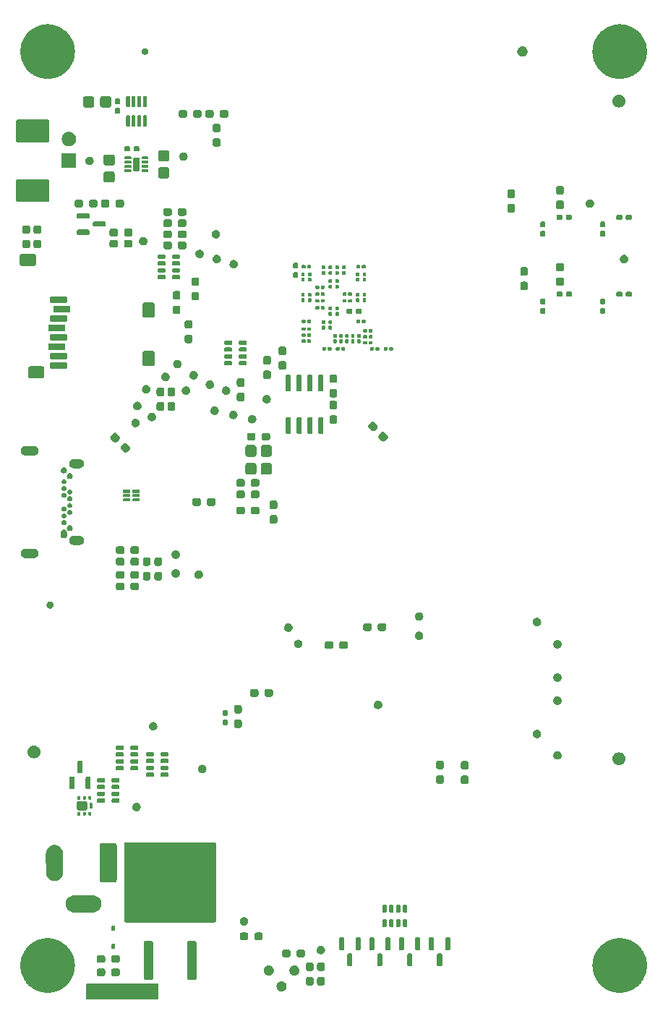
<source format=gbs>
%TF.GenerationSoftware,KiCad,Pcbnew,8.0.3*%
%TF.CreationDate,2024-06-13T08:31:57-07:00*%
%TF.ProjectId,squishy-main,73717569-7368-4792-9d6d-61696e2e6b69,2*%
%TF.SameCoordinates,PXb3c4820PY930e7c0*%
%TF.FileFunction,Soldermask,Bot*%
%TF.FilePolarity,Negative*%
%FSLAX46Y46*%
G04 Gerber Fmt 4.6, Leading zero omitted, Abs format (unit mm)*
G04 Created by KiCad (PCBNEW 8.0.3) date 2024-06-13 08:31:57*
%MOMM*%
%LPD*%
G01*
G04 APERTURE LIST*
G04 APERTURE END LIST*
G36*
X-58197096Y1904521D02*
G01*
X-58126353Y1890449D01*
X-58117413Y1886746D01*
X-58059078Y1847767D01*
X-58052234Y1840923D01*
X-58013255Y1782588D01*
X-58009552Y1773648D01*
X-57995480Y1702905D01*
X-57995000Y1698037D01*
X-57995000Y201964D01*
X-57995480Y197096D01*
X-58009552Y126353D01*
X-58013255Y117413D01*
X-58052234Y59078D01*
X-58059078Y52234D01*
X-58117413Y13255D01*
X-58126353Y9552D01*
X-58197096Y-4520D01*
X-58201963Y-5000D01*
X-66298037Y-5000D01*
X-66302905Y-4520D01*
X-66373648Y9552D01*
X-66382588Y13255D01*
X-66440923Y52234D01*
X-66447767Y59078D01*
X-66486746Y117413D01*
X-66490449Y126353D01*
X-66504521Y197096D01*
X-66505000Y201964D01*
X-66505000Y1698037D01*
X-66504521Y1702905D01*
X-66490449Y1773648D01*
X-66486746Y1782588D01*
X-66447767Y1840923D01*
X-66440923Y1847767D01*
X-66382588Y1886746D01*
X-66373648Y1890449D01*
X-66302905Y1904521D01*
X-66298037Y1905000D01*
X-58201963Y1905000D01*
X-58197096Y1904521D01*
G37*
G36*
X-70915383Y7195248D02*
G01*
X-70826763Y7195248D01*
X-70732137Y7184958D01*
X-70641714Y7179879D01*
X-70563948Y7166666D01*
X-70482305Y7157787D01*
X-70382868Y7135900D01*
X-70287933Y7119769D01*
X-70217810Y7099568D01*
X-70143922Y7083303D01*
X-70041096Y7048657D01*
X-69943107Y7020427D01*
X-69881171Y6994773D01*
X-69815580Y6972672D01*
X-69710934Y6924257D01*
X-69611572Y6883100D01*
X-69558115Y6853556D01*
X-69501121Y6827187D01*
X-69396399Y6764178D01*
X-69297497Y6709517D01*
X-69252571Y6677640D01*
X-69204234Y6648557D01*
X-69101289Y6570300D01*
X-69004833Y6501861D01*
X-68968235Y6469155D01*
X-68928401Y6438874D01*
X-68829205Y6344910D01*
X-68737258Y6262742D01*
X-68708566Y6230636D01*
X-68676861Y6200603D01*
X-68583441Y6090620D01*
X-68498139Y5995167D01*
X-68476715Y5964972D01*
X-68452549Y5936522D01*
X-68366959Y5810285D01*
X-68290483Y5702503D01*
X-68275502Y5675397D01*
X-68258109Y5649744D01*
X-68182406Y5506952D01*
X-68116900Y5388428D01*
X-68107367Y5365412D01*
X-68095811Y5343616D01*
X-68031993Y5183445D01*
X-67979573Y5056893D01*
X-67974360Y5038798D01*
X-67967567Y5021749D01*
X-67917542Y4841575D01*
X-67880231Y4712067D01*
X-67878099Y4699517D01*
X-67874871Y4687892D01*
X-67840466Y4478024D01*
X-67820121Y4358286D01*
X-67819749Y4351656D01*
X-67818817Y4345973D01*
X-67801708Y4030398D01*
X-67800000Y4000000D01*
X-67801708Y3969600D01*
X-67818817Y3654028D01*
X-67819749Y3648346D01*
X-67820121Y3641714D01*
X-67840470Y3521950D01*
X-67874871Y3312109D01*
X-67878099Y3300486D01*
X-67880231Y3287933D01*
X-67917549Y3158399D01*
X-67967567Y2978252D01*
X-67974359Y2961206D01*
X-67979573Y2943107D01*
X-68032003Y2816531D01*
X-68095811Y2656385D01*
X-68107365Y2634593D01*
X-68116900Y2611572D01*
X-68182419Y2493025D01*
X-68258109Y2350257D01*
X-68275499Y2324610D01*
X-68290483Y2297497D01*
X-68366974Y2189694D01*
X-68452549Y2063479D01*
X-68476710Y2035035D01*
X-68498139Y2004833D01*
X-68583458Y1909362D01*
X-68676861Y1799398D01*
X-68708561Y1769372D01*
X-68737258Y1737258D01*
X-68829223Y1655074D01*
X-68928401Y1561127D01*
X-68968228Y1530853D01*
X-69004833Y1498139D01*
X-69101308Y1429687D01*
X-69204234Y1351444D01*
X-69252561Y1322367D01*
X-69297497Y1290483D01*
X-69396419Y1235812D01*
X-69501121Y1172814D01*
X-69558104Y1146451D01*
X-69611572Y1116900D01*
X-69710954Y1075735D01*
X-69815580Y1027329D01*
X-69881158Y1005234D01*
X-69943107Y979573D01*
X-70041116Y951338D01*
X-70143922Y916698D01*
X-70217796Y900438D01*
X-70287933Y880231D01*
X-70382888Y864098D01*
X-70482305Y842214D01*
X-70563936Y833337D01*
X-70641714Y820121D01*
X-70732142Y815043D01*
X-70826763Y804752D01*
X-70915383Y804752D01*
X-71000000Y800000D01*
X-71084617Y804752D01*
X-71173237Y804752D01*
X-71267859Y815043D01*
X-71358286Y820121D01*
X-71436064Y833336D01*
X-71517696Y842214D01*
X-71617117Y864099D01*
X-71712067Y880231D01*
X-71782202Y900437D01*
X-71856079Y916698D01*
X-71958891Y951340D01*
X-72056893Y979573D01*
X-72118838Y1005232D01*
X-72184421Y1027329D01*
X-72289056Y1075739D01*
X-72388428Y1116900D01*
X-72441892Y1146448D01*
X-72498880Y1172814D01*
X-72603594Y1235818D01*
X-72702503Y1290483D01*
X-72747434Y1322363D01*
X-72795767Y1351444D01*
X-72898708Y1429698D01*
X-72995167Y1498139D01*
X-73031768Y1530847D01*
X-73071600Y1561127D01*
X-73170795Y1655090D01*
X-73262742Y1737258D01*
X-73291435Y1769365D01*
X-73323140Y1799398D01*
X-73416563Y1909384D01*
X-73501861Y2004833D01*
X-73523286Y2035028D01*
X-73547452Y2063479D01*
X-73633050Y2189726D01*
X-73709517Y2297497D01*
X-73724497Y2324602D01*
X-73741892Y2350257D01*
X-73817606Y2493070D01*
X-73883100Y2611572D01*
X-73892633Y2634585D01*
X-73904190Y2656385D01*
X-73968024Y2816595D01*
X-74020427Y2943107D01*
X-74025639Y2961197D01*
X-74032434Y2978252D01*
X-74082479Y3158495D01*
X-74119769Y3287933D01*
X-74121901Y3300477D01*
X-74125130Y3312109D01*
X-74159559Y3522118D01*
X-74179879Y3641714D01*
X-74180251Y3648337D01*
X-74181184Y3654028D01*
X-74198322Y3970116D01*
X-74200000Y4000000D01*
X-74198322Y4029883D01*
X-74181184Y4345973D01*
X-74180251Y4351666D01*
X-74179879Y4358286D01*
X-74159564Y4477856D01*
X-74125130Y4687892D01*
X-74121900Y4699526D01*
X-74119769Y4712067D01*
X-74082487Y4841480D01*
X-74032434Y5021749D01*
X-74025638Y5038807D01*
X-74020427Y5056893D01*
X-73968034Y5183381D01*
X-73904190Y5343616D01*
X-73892631Y5365421D01*
X-73883100Y5388428D01*
X-73817619Y5506908D01*
X-73741892Y5649744D01*
X-73724494Y5675405D01*
X-73709517Y5702503D01*
X-73633065Y5810253D01*
X-73547452Y5936522D01*
X-73523281Y5964979D01*
X-73501861Y5995167D01*
X-73416580Y6090598D01*
X-73323140Y6200603D01*
X-73291429Y6230642D01*
X-73262742Y6262742D01*
X-73170814Y6344895D01*
X-73071600Y6438874D01*
X-73031760Y6469160D01*
X-72995167Y6501861D01*
X-72898727Y6570289D01*
X-72795767Y6648557D01*
X-72747425Y6677644D01*
X-72702503Y6709517D01*
X-72603615Y6764171D01*
X-72498880Y6827187D01*
X-72441880Y6853559D01*
X-72388428Y6883100D01*
X-72289077Y6924253D01*
X-72184421Y6972672D01*
X-72118825Y6994774D01*
X-72056893Y7020427D01*
X-71958912Y7048655D01*
X-71856079Y7083303D01*
X-71782187Y7099568D01*
X-71712067Y7119769D01*
X-71617137Y7135899D01*
X-71517696Y7157787D01*
X-71436052Y7166667D01*
X-71358286Y7179879D01*
X-71267865Y7184958D01*
X-71173237Y7195248D01*
X-71084617Y7195248D01*
X-71000000Y7200000D01*
X-70915383Y7195248D01*
G37*
G36*
X-3915383Y7195248D02*
G01*
X-3826763Y7195248D01*
X-3732137Y7184958D01*
X-3641714Y7179879D01*
X-3563948Y7166666D01*
X-3482305Y7157787D01*
X-3382868Y7135900D01*
X-3287933Y7119769D01*
X-3217810Y7099568D01*
X-3143922Y7083303D01*
X-3041096Y7048657D01*
X-2943107Y7020427D01*
X-2881171Y6994773D01*
X-2815580Y6972672D01*
X-2710934Y6924257D01*
X-2611572Y6883100D01*
X-2558115Y6853556D01*
X-2501121Y6827187D01*
X-2396399Y6764178D01*
X-2297497Y6709517D01*
X-2252571Y6677640D01*
X-2204234Y6648557D01*
X-2101289Y6570300D01*
X-2004833Y6501861D01*
X-1968235Y6469155D01*
X-1928401Y6438874D01*
X-1829205Y6344910D01*
X-1737258Y6262742D01*
X-1708566Y6230636D01*
X-1676861Y6200603D01*
X-1583441Y6090620D01*
X-1498139Y5995167D01*
X-1476715Y5964972D01*
X-1452549Y5936522D01*
X-1366959Y5810285D01*
X-1290483Y5702503D01*
X-1275502Y5675397D01*
X-1258109Y5649744D01*
X-1182406Y5506952D01*
X-1116900Y5388428D01*
X-1107367Y5365412D01*
X-1095811Y5343616D01*
X-1031993Y5183445D01*
X-979573Y5056893D01*
X-974360Y5038798D01*
X-967567Y5021749D01*
X-917542Y4841575D01*
X-880231Y4712067D01*
X-878099Y4699517D01*
X-874871Y4687892D01*
X-840466Y4478024D01*
X-820121Y4358286D01*
X-819749Y4351656D01*
X-818817Y4345973D01*
X-801708Y4030398D01*
X-800000Y4000000D01*
X-801708Y3969600D01*
X-818817Y3654028D01*
X-819749Y3648346D01*
X-820121Y3641714D01*
X-840470Y3521950D01*
X-874871Y3312109D01*
X-878099Y3300486D01*
X-880231Y3287933D01*
X-917549Y3158399D01*
X-967567Y2978252D01*
X-974359Y2961206D01*
X-979573Y2943107D01*
X-1032003Y2816531D01*
X-1095811Y2656385D01*
X-1107365Y2634593D01*
X-1116900Y2611572D01*
X-1182419Y2493025D01*
X-1258109Y2350257D01*
X-1275499Y2324610D01*
X-1290483Y2297497D01*
X-1366974Y2189694D01*
X-1452549Y2063479D01*
X-1476710Y2035035D01*
X-1498139Y2004833D01*
X-1583458Y1909362D01*
X-1676861Y1799398D01*
X-1708561Y1769372D01*
X-1737258Y1737258D01*
X-1829223Y1655074D01*
X-1928401Y1561127D01*
X-1968228Y1530853D01*
X-2004833Y1498139D01*
X-2101308Y1429687D01*
X-2204234Y1351444D01*
X-2252561Y1322367D01*
X-2297497Y1290483D01*
X-2396419Y1235812D01*
X-2501121Y1172814D01*
X-2558104Y1146451D01*
X-2611572Y1116900D01*
X-2710954Y1075735D01*
X-2815580Y1027329D01*
X-2881158Y1005234D01*
X-2943107Y979573D01*
X-3041116Y951338D01*
X-3143922Y916698D01*
X-3217796Y900438D01*
X-3287933Y880231D01*
X-3382888Y864098D01*
X-3482305Y842214D01*
X-3563936Y833337D01*
X-3641714Y820121D01*
X-3732142Y815043D01*
X-3826763Y804752D01*
X-3915383Y804752D01*
X-4000000Y800000D01*
X-4084617Y804752D01*
X-4173237Y804752D01*
X-4267859Y815043D01*
X-4358286Y820121D01*
X-4436064Y833336D01*
X-4517696Y842214D01*
X-4617117Y864099D01*
X-4712067Y880231D01*
X-4782202Y900437D01*
X-4856079Y916698D01*
X-4958891Y951340D01*
X-5056893Y979573D01*
X-5118838Y1005232D01*
X-5184421Y1027329D01*
X-5289056Y1075739D01*
X-5388428Y1116900D01*
X-5441892Y1146448D01*
X-5498880Y1172814D01*
X-5603594Y1235818D01*
X-5702503Y1290483D01*
X-5747434Y1322363D01*
X-5795767Y1351444D01*
X-5898708Y1429698D01*
X-5995167Y1498139D01*
X-6031768Y1530847D01*
X-6071600Y1561127D01*
X-6170795Y1655090D01*
X-6262742Y1737258D01*
X-6291435Y1769365D01*
X-6323140Y1799398D01*
X-6416563Y1909384D01*
X-6501861Y2004833D01*
X-6523286Y2035028D01*
X-6547452Y2063479D01*
X-6633050Y2189726D01*
X-6709517Y2297497D01*
X-6724497Y2324602D01*
X-6741892Y2350257D01*
X-6817606Y2493070D01*
X-6883100Y2611572D01*
X-6892633Y2634585D01*
X-6904190Y2656385D01*
X-6968024Y2816595D01*
X-7020427Y2943107D01*
X-7025639Y2961197D01*
X-7032434Y2978252D01*
X-7082479Y3158495D01*
X-7119769Y3287933D01*
X-7121901Y3300477D01*
X-7125130Y3312109D01*
X-7159559Y3522118D01*
X-7179879Y3641714D01*
X-7180251Y3648337D01*
X-7181184Y3654028D01*
X-7198322Y3970116D01*
X-7200000Y4000000D01*
X-7198322Y4029883D01*
X-7181184Y4345973D01*
X-7180251Y4351666D01*
X-7179879Y4358286D01*
X-7159564Y4477856D01*
X-7125130Y4687892D01*
X-7121900Y4699526D01*
X-7119769Y4712067D01*
X-7082487Y4841480D01*
X-7032434Y5021749D01*
X-7025638Y5038807D01*
X-7020427Y5056893D01*
X-6968034Y5183381D01*
X-6904190Y5343616D01*
X-6892631Y5365421D01*
X-6883100Y5388428D01*
X-6817619Y5506908D01*
X-6741892Y5649744D01*
X-6724494Y5675405D01*
X-6709517Y5702503D01*
X-6633065Y5810253D01*
X-6547452Y5936522D01*
X-6523281Y5964979D01*
X-6501861Y5995167D01*
X-6416580Y6090598D01*
X-6323140Y6200603D01*
X-6291429Y6230642D01*
X-6262742Y6262742D01*
X-6170814Y6344895D01*
X-6071600Y6438874D01*
X-6031760Y6469160D01*
X-5995167Y6501861D01*
X-5898727Y6570289D01*
X-5795767Y6648557D01*
X-5747425Y6677644D01*
X-5702503Y6709517D01*
X-5603615Y6764171D01*
X-5498880Y6827187D01*
X-5441880Y6853559D01*
X-5388428Y6883100D01*
X-5289077Y6924253D01*
X-5184421Y6972672D01*
X-5118825Y6994774D01*
X-5056893Y7020427D01*
X-4958912Y7048655D01*
X-4856079Y7083303D01*
X-4782187Y7099568D01*
X-4712067Y7119769D01*
X-4617137Y7135899D01*
X-4517696Y7157787D01*
X-4436052Y7166667D01*
X-4358286Y7179879D01*
X-4267865Y7184958D01*
X-4173237Y7195248D01*
X-4084617Y7195248D01*
X-4000000Y7200000D01*
X-3915383Y7195248D01*
G37*
G36*
X-43564559Y2145334D02*
G01*
X-43527716Y2145334D01*
X-43485472Y2134922D01*
X-43444709Y2129555D01*
X-43416806Y2117998D01*
X-43387338Y2110734D01*
X-43342658Y2087285D01*
X-43300000Y2069615D01*
X-43280540Y2054683D01*
X-43259330Y2043551D01*
X-43215967Y2005134D01*
X-43175736Y1974264D01*
X-43164302Y1959363D01*
X-43151115Y1947680D01*
X-43113302Y1892898D01*
X-43080385Y1850000D01*
X-43075424Y1838023D01*
X-43068987Y1828697D01*
X-43041064Y1755070D01*
X-43020445Y1705291D01*
X-43019520Y1698263D01*
X-43017720Y1693517D01*
X-43003782Y1578726D01*
X-43000000Y1550000D01*
X-43003783Y1521273D01*
X-43017720Y1406484D01*
X-43019520Y1401740D01*
X-43020445Y1394709D01*
X-43041069Y1344920D01*
X-43068987Y1271304D01*
X-43075423Y1261981D01*
X-43080385Y1250000D01*
X-43113309Y1207094D01*
X-43151115Y1152321D01*
X-43164300Y1140641D01*
X-43175736Y1125736D01*
X-43215975Y1094860D01*
X-43259330Y1056450D01*
X-43280536Y1045321D01*
X-43300000Y1030385D01*
X-43342667Y1012712D01*
X-43387338Y989267D01*
X-43416801Y982005D01*
X-43444709Y970445D01*
X-43485474Y965079D01*
X-43527716Y954666D01*
X-43564559Y954666D01*
X-43600000Y950000D01*
X-43635441Y954666D01*
X-43672284Y954666D01*
X-43714528Y965079D01*
X-43755291Y970445D01*
X-43783199Y982005D01*
X-43812663Y989267D01*
X-43857338Y1012714D01*
X-43900000Y1030385D01*
X-43919463Y1045319D01*
X-43940671Y1056450D01*
X-43984033Y1094866D01*
X-44024264Y1125736D01*
X-44035699Y1140638D01*
X-44048886Y1152321D01*
X-44086702Y1207107D01*
X-44119615Y1250000D01*
X-44124576Y1261977D01*
X-44131014Y1271304D01*
X-44158944Y1344949D01*
X-44179555Y1394709D01*
X-44180481Y1401736D01*
X-44182281Y1406484D01*
X-44196231Y1521371D01*
X-44200000Y1550000D01*
X-44196232Y1578628D01*
X-44182281Y1693517D01*
X-44180480Y1698267D01*
X-44179555Y1705291D01*
X-44158949Y1755041D01*
X-44131014Y1828697D01*
X-44124575Y1838026D01*
X-44119615Y1850000D01*
X-44086709Y1892885D01*
X-44048886Y1947680D01*
X-44035697Y1959366D01*
X-44024264Y1974264D01*
X-43984042Y2005128D01*
X-43940671Y2043551D01*
X-43919459Y2054685D01*
X-43900000Y2069615D01*
X-43857347Y2087283D01*
X-43812663Y2110734D01*
X-43783194Y2117998D01*
X-43755291Y2129555D01*
X-43714530Y2134922D01*
X-43672284Y2145334D01*
X-43635441Y2145334D01*
X-43600000Y2150000D01*
X-43564559Y2145334D01*
G37*
G36*
X-40096769Y2649358D02*
G01*
X-40044228Y2643262D01*
X-40026277Y2635336D01*
X-40004329Y2630970D01*
X-39980834Y2615271D01*
X-39959110Y2605679D01*
X-39944274Y2590843D01*
X-39923223Y2576777D01*
X-39909158Y2555727D01*
X-39894322Y2540891D01*
X-39884731Y2519170D01*
X-39869030Y2495671D01*
X-39864665Y2473723D01*
X-39856740Y2455776D01*
X-39850648Y2403253D01*
X-39850000Y2400000D01*
X-39850000Y1900000D01*
X-39850646Y1896757D01*
X-39856739Y1844228D01*
X-39864664Y1826281D01*
X-39869030Y1804329D01*
X-39884733Y1780829D01*
X-39894322Y1759110D01*
X-39909156Y1744277D01*
X-39923223Y1723223D01*
X-39944277Y1709156D01*
X-39959110Y1694322D01*
X-39980830Y1684733D01*
X-40004329Y1669030D01*
X-40026280Y1664664D01*
X-40044225Y1656740D01*
X-40096746Y1650648D01*
X-40100000Y1650000D01*
X-40500000Y1650000D01*
X-40503242Y1650645D01*
X-40555773Y1656739D01*
X-40573722Y1664665D01*
X-40595671Y1669030D01*
X-40619170Y1684732D01*
X-40640891Y1694322D01*
X-40655727Y1709158D01*
X-40676777Y1723223D01*
X-40690843Y1744274D01*
X-40705679Y1759110D01*
X-40715271Y1780834D01*
X-40730970Y1804329D01*
X-40735336Y1826276D01*
X-40743261Y1844225D01*
X-40749356Y1896758D01*
X-40750000Y1900000D01*
X-40750000Y2400000D01*
X-40749358Y2403230D01*
X-40743262Y2455773D01*
X-40735336Y2473726D01*
X-40730970Y2495671D01*
X-40715272Y2519165D01*
X-40705679Y2540891D01*
X-40690841Y2555730D01*
X-40676777Y2576777D01*
X-40655730Y2590841D01*
X-40640891Y2605679D01*
X-40619165Y2615273D01*
X-40595671Y2630970D01*
X-40573727Y2635335D01*
X-40555776Y2643261D01*
X-40503241Y2649356D01*
X-40500000Y2650000D01*
X-40100000Y2650000D01*
X-40096769Y2649358D01*
G37*
G36*
X-38796769Y2649358D02*
G01*
X-38744228Y2643262D01*
X-38726277Y2635336D01*
X-38704329Y2630970D01*
X-38680834Y2615271D01*
X-38659110Y2605679D01*
X-38644274Y2590843D01*
X-38623223Y2576777D01*
X-38609158Y2555727D01*
X-38594322Y2540891D01*
X-38584731Y2519170D01*
X-38569030Y2495671D01*
X-38564665Y2473723D01*
X-38556740Y2455776D01*
X-38550648Y2403253D01*
X-38550000Y2400000D01*
X-38550000Y1900000D01*
X-38550646Y1896757D01*
X-38556739Y1844228D01*
X-38564664Y1826281D01*
X-38569030Y1804329D01*
X-38584733Y1780829D01*
X-38594322Y1759110D01*
X-38609156Y1744277D01*
X-38623223Y1723223D01*
X-38644277Y1709156D01*
X-38659110Y1694322D01*
X-38680830Y1684733D01*
X-38704329Y1669030D01*
X-38726280Y1664664D01*
X-38744225Y1656740D01*
X-38796746Y1650648D01*
X-38800000Y1650000D01*
X-39200000Y1650000D01*
X-39203242Y1650645D01*
X-39255773Y1656739D01*
X-39273722Y1664665D01*
X-39295671Y1669030D01*
X-39319170Y1684732D01*
X-39340891Y1694322D01*
X-39355727Y1709158D01*
X-39376777Y1723223D01*
X-39390843Y1744274D01*
X-39405679Y1759110D01*
X-39415271Y1780834D01*
X-39430970Y1804329D01*
X-39435336Y1826276D01*
X-39443261Y1844225D01*
X-39449356Y1896758D01*
X-39450000Y1900000D01*
X-39450000Y2400000D01*
X-39449358Y2403230D01*
X-39443262Y2455773D01*
X-39435336Y2473726D01*
X-39430970Y2495671D01*
X-39415272Y2519165D01*
X-39405679Y2540891D01*
X-39390841Y2555730D01*
X-39376777Y2576777D01*
X-39355730Y2590841D01*
X-39340891Y2605679D01*
X-39319165Y2615273D01*
X-39295671Y2630970D01*
X-39273727Y2635335D01*
X-39255776Y2643261D01*
X-39203241Y2649356D01*
X-39200000Y2650000D01*
X-38800000Y2650000D01*
X-38796769Y2649358D01*
G37*
G36*
X-58886769Y6874358D02*
G01*
X-58834228Y6868262D01*
X-58816277Y6860336D01*
X-58794329Y6855970D01*
X-58770834Y6840271D01*
X-58749110Y6830679D01*
X-58734274Y6815843D01*
X-58713223Y6801777D01*
X-58699158Y6780727D01*
X-58684322Y6765891D01*
X-58674731Y6744170D01*
X-58659030Y6720671D01*
X-58654665Y6698723D01*
X-58646740Y6680776D01*
X-58640648Y6628253D01*
X-58640000Y6625000D01*
X-58640000Y2525000D01*
X-58640646Y2521757D01*
X-58646739Y2469228D01*
X-58654664Y2451281D01*
X-58659030Y2429329D01*
X-58674733Y2405829D01*
X-58684322Y2384110D01*
X-58699156Y2369277D01*
X-58713223Y2348223D01*
X-58734277Y2334156D01*
X-58749110Y2319322D01*
X-58770830Y2309733D01*
X-58794329Y2294030D01*
X-58816280Y2289664D01*
X-58834225Y2281740D01*
X-58886746Y2275648D01*
X-58890000Y2275000D01*
X-59490000Y2275000D01*
X-59493242Y2275645D01*
X-59545773Y2281739D01*
X-59563722Y2289665D01*
X-59585671Y2294030D01*
X-59609170Y2309732D01*
X-59630891Y2319322D01*
X-59645727Y2334158D01*
X-59666777Y2348223D01*
X-59680843Y2369274D01*
X-59695679Y2384110D01*
X-59705271Y2405834D01*
X-59720970Y2429329D01*
X-59725336Y2451276D01*
X-59733261Y2469225D01*
X-59739356Y2521758D01*
X-59740000Y2525000D01*
X-59740000Y6625000D01*
X-59739358Y6628230D01*
X-59733262Y6680773D01*
X-59725336Y6698726D01*
X-59720970Y6720671D01*
X-59705272Y6744165D01*
X-59695679Y6765891D01*
X-59680841Y6780730D01*
X-59666777Y6801777D01*
X-59645730Y6815841D01*
X-59630891Y6830679D01*
X-59609165Y6840273D01*
X-59585671Y6855970D01*
X-59563727Y6860335D01*
X-59545776Y6868261D01*
X-59493241Y6874356D01*
X-59490000Y6875000D01*
X-58890000Y6875000D01*
X-58886769Y6874358D01*
G37*
G36*
X-53806769Y6874358D02*
G01*
X-53754228Y6868262D01*
X-53736277Y6860336D01*
X-53714329Y6855970D01*
X-53690834Y6840271D01*
X-53669110Y6830679D01*
X-53654274Y6815843D01*
X-53633223Y6801777D01*
X-53619158Y6780727D01*
X-53604322Y6765891D01*
X-53594731Y6744170D01*
X-53579030Y6720671D01*
X-53574665Y6698723D01*
X-53566740Y6680776D01*
X-53560648Y6628253D01*
X-53560000Y6625000D01*
X-53560000Y2525000D01*
X-53560646Y2521757D01*
X-53566739Y2469228D01*
X-53574664Y2451281D01*
X-53579030Y2429329D01*
X-53594733Y2405829D01*
X-53604322Y2384110D01*
X-53619156Y2369277D01*
X-53633223Y2348223D01*
X-53654277Y2334156D01*
X-53669110Y2319322D01*
X-53690830Y2309733D01*
X-53714329Y2294030D01*
X-53736280Y2289664D01*
X-53754225Y2281740D01*
X-53806746Y2275648D01*
X-53810000Y2275000D01*
X-54410000Y2275000D01*
X-54413242Y2275645D01*
X-54465773Y2281739D01*
X-54483722Y2289665D01*
X-54505671Y2294030D01*
X-54529170Y2309732D01*
X-54550891Y2319322D01*
X-54565727Y2334158D01*
X-54586777Y2348223D01*
X-54600843Y2369274D01*
X-54615679Y2384110D01*
X-54625271Y2405834D01*
X-54640970Y2429329D01*
X-54645336Y2451276D01*
X-54653261Y2469225D01*
X-54659356Y2521758D01*
X-54660000Y2525000D01*
X-54660000Y6625000D01*
X-54659358Y6628230D01*
X-54653262Y6680773D01*
X-54645336Y6698726D01*
X-54640970Y6720671D01*
X-54625272Y6744165D01*
X-54615679Y6765891D01*
X-54600841Y6780730D01*
X-54586777Y6801777D01*
X-54565730Y6815841D01*
X-54550891Y6830679D01*
X-54529165Y6840273D01*
X-54505671Y6855970D01*
X-54483727Y6860335D01*
X-54465776Y6868261D01*
X-54413241Y6874356D01*
X-54410000Y6875000D01*
X-53810000Y6875000D01*
X-53806769Y6874358D01*
G37*
G36*
X-64496769Y3649358D02*
G01*
X-64444228Y3643262D01*
X-64426277Y3635336D01*
X-64404329Y3630970D01*
X-64380834Y3615271D01*
X-64359110Y3605679D01*
X-64344274Y3590843D01*
X-64323223Y3576777D01*
X-64309158Y3555727D01*
X-64294322Y3540891D01*
X-64284731Y3519170D01*
X-64269030Y3495671D01*
X-64264665Y3473723D01*
X-64256740Y3455776D01*
X-64250648Y3403253D01*
X-64250000Y3400000D01*
X-64250000Y3000000D01*
X-64250646Y2996757D01*
X-64256739Y2944228D01*
X-64264664Y2926281D01*
X-64269030Y2904329D01*
X-64284733Y2880829D01*
X-64294322Y2859110D01*
X-64309156Y2844277D01*
X-64323223Y2823223D01*
X-64344277Y2809156D01*
X-64359110Y2794322D01*
X-64380830Y2784733D01*
X-64404329Y2769030D01*
X-64426280Y2764664D01*
X-64444225Y2756740D01*
X-64496746Y2750648D01*
X-64500000Y2750000D01*
X-65000000Y2750000D01*
X-65003242Y2750645D01*
X-65055773Y2756739D01*
X-65073722Y2764665D01*
X-65095671Y2769030D01*
X-65119170Y2784732D01*
X-65140891Y2794322D01*
X-65155727Y2809158D01*
X-65176777Y2823223D01*
X-65190843Y2844274D01*
X-65205679Y2859110D01*
X-65215271Y2880834D01*
X-65230970Y2904329D01*
X-65235336Y2926276D01*
X-65243261Y2944225D01*
X-65249356Y2996758D01*
X-65250000Y3000000D01*
X-65250000Y3400000D01*
X-65249358Y3403230D01*
X-65243262Y3455773D01*
X-65235336Y3473726D01*
X-65230970Y3495671D01*
X-65215272Y3519165D01*
X-65205679Y3540891D01*
X-65190841Y3555730D01*
X-65176777Y3576777D01*
X-65155730Y3590841D01*
X-65140891Y3605679D01*
X-65119165Y3615273D01*
X-65095671Y3630970D01*
X-65073727Y3635335D01*
X-65055776Y3643261D01*
X-65003241Y3649356D01*
X-65000000Y3650000D01*
X-64500000Y3650000D01*
X-64496769Y3649358D01*
G37*
G36*
X-62796769Y3649358D02*
G01*
X-62744228Y3643262D01*
X-62726277Y3635336D01*
X-62704329Y3630970D01*
X-62680834Y3615271D01*
X-62659110Y3605679D01*
X-62644274Y3590843D01*
X-62623223Y3576777D01*
X-62609158Y3555727D01*
X-62594322Y3540891D01*
X-62584731Y3519170D01*
X-62569030Y3495671D01*
X-62564665Y3473723D01*
X-62556740Y3455776D01*
X-62550648Y3403253D01*
X-62550000Y3400000D01*
X-62550000Y3000000D01*
X-62550646Y2996757D01*
X-62556739Y2944228D01*
X-62564664Y2926281D01*
X-62569030Y2904329D01*
X-62584733Y2880829D01*
X-62594322Y2859110D01*
X-62609156Y2844277D01*
X-62623223Y2823223D01*
X-62644277Y2809156D01*
X-62659110Y2794322D01*
X-62680830Y2784733D01*
X-62704329Y2769030D01*
X-62726280Y2764664D01*
X-62744225Y2756740D01*
X-62796746Y2750648D01*
X-62800000Y2750000D01*
X-63300000Y2750000D01*
X-63303242Y2750645D01*
X-63355773Y2756739D01*
X-63373722Y2764665D01*
X-63395671Y2769030D01*
X-63419170Y2784732D01*
X-63440891Y2794322D01*
X-63455727Y2809158D01*
X-63476777Y2823223D01*
X-63490843Y2844274D01*
X-63505679Y2859110D01*
X-63515271Y2880834D01*
X-63530970Y2904329D01*
X-63535336Y2926276D01*
X-63543261Y2944225D01*
X-63549356Y2996758D01*
X-63550000Y3000000D01*
X-63550000Y3400000D01*
X-63549358Y3403230D01*
X-63543262Y3455773D01*
X-63535336Y3473726D01*
X-63530970Y3495671D01*
X-63515272Y3519165D01*
X-63505679Y3540891D01*
X-63490841Y3555730D01*
X-63476777Y3576777D01*
X-63455730Y3590841D01*
X-63440891Y3605679D01*
X-63419165Y3615273D01*
X-63395671Y3630970D01*
X-63373727Y3635335D01*
X-63355776Y3643261D01*
X-63303241Y3649356D01*
X-63300000Y3650000D01*
X-62800000Y3650000D01*
X-62796769Y3649358D01*
G37*
G36*
X-45064559Y3995334D02*
G01*
X-45027716Y3995334D01*
X-44985472Y3984922D01*
X-44944709Y3979555D01*
X-44916806Y3967998D01*
X-44887338Y3960734D01*
X-44842658Y3937285D01*
X-44800000Y3919615D01*
X-44780540Y3904683D01*
X-44759330Y3893551D01*
X-44715967Y3855134D01*
X-44675736Y3824264D01*
X-44664302Y3809363D01*
X-44651115Y3797680D01*
X-44613302Y3742898D01*
X-44580385Y3700000D01*
X-44575424Y3688023D01*
X-44568987Y3678697D01*
X-44541064Y3605070D01*
X-44520445Y3555291D01*
X-44519520Y3548263D01*
X-44517720Y3543517D01*
X-44503782Y3428726D01*
X-44500000Y3400000D01*
X-44503783Y3371273D01*
X-44517720Y3256484D01*
X-44519520Y3251740D01*
X-44520445Y3244709D01*
X-44541069Y3194920D01*
X-44568987Y3121304D01*
X-44575423Y3111981D01*
X-44580385Y3100000D01*
X-44613309Y3057094D01*
X-44651115Y3002321D01*
X-44664300Y2990641D01*
X-44675736Y2975736D01*
X-44715975Y2944860D01*
X-44759330Y2906450D01*
X-44780536Y2895321D01*
X-44800000Y2880385D01*
X-44842667Y2862712D01*
X-44887338Y2839267D01*
X-44916801Y2832005D01*
X-44944709Y2820445D01*
X-44985474Y2815079D01*
X-45027716Y2804666D01*
X-45064559Y2804666D01*
X-45100000Y2800000D01*
X-45135441Y2804666D01*
X-45172284Y2804666D01*
X-45214528Y2815079D01*
X-45255291Y2820445D01*
X-45283199Y2832005D01*
X-45312663Y2839267D01*
X-45357338Y2862714D01*
X-45400000Y2880385D01*
X-45419463Y2895319D01*
X-45440671Y2906450D01*
X-45484033Y2944866D01*
X-45524264Y2975736D01*
X-45535699Y2990638D01*
X-45548886Y3002321D01*
X-45586702Y3057107D01*
X-45619615Y3100000D01*
X-45624576Y3111977D01*
X-45631014Y3121304D01*
X-45658944Y3194949D01*
X-45679555Y3244709D01*
X-45680481Y3251736D01*
X-45682281Y3256484D01*
X-45696231Y3371371D01*
X-45700000Y3400000D01*
X-45696232Y3428628D01*
X-45682281Y3543517D01*
X-45680480Y3548267D01*
X-45679555Y3555291D01*
X-45658949Y3605041D01*
X-45631014Y3678697D01*
X-45624575Y3688026D01*
X-45619615Y3700000D01*
X-45586709Y3742885D01*
X-45548886Y3797680D01*
X-45535697Y3809366D01*
X-45524264Y3824264D01*
X-45484042Y3855128D01*
X-45440671Y3893551D01*
X-45419459Y3904685D01*
X-45400000Y3919615D01*
X-45357347Y3937283D01*
X-45312663Y3960734D01*
X-45283194Y3967998D01*
X-45255291Y3979555D01*
X-45214530Y3984922D01*
X-45172284Y3995334D01*
X-45135441Y3995334D01*
X-45100000Y4000000D01*
X-45064559Y3995334D01*
G37*
G36*
X-42064559Y3995334D02*
G01*
X-42027716Y3995334D01*
X-41985472Y3984922D01*
X-41944709Y3979555D01*
X-41916806Y3967998D01*
X-41887338Y3960734D01*
X-41842658Y3937285D01*
X-41800000Y3919615D01*
X-41780540Y3904683D01*
X-41759330Y3893551D01*
X-41715967Y3855134D01*
X-41675736Y3824264D01*
X-41664302Y3809363D01*
X-41651115Y3797680D01*
X-41613302Y3742898D01*
X-41580385Y3700000D01*
X-41575424Y3688023D01*
X-41568987Y3678697D01*
X-41541064Y3605070D01*
X-41520445Y3555291D01*
X-41519520Y3548263D01*
X-41517720Y3543517D01*
X-41503782Y3428726D01*
X-41500000Y3400000D01*
X-41503783Y3371273D01*
X-41517720Y3256484D01*
X-41519520Y3251740D01*
X-41520445Y3244709D01*
X-41541069Y3194920D01*
X-41568987Y3121304D01*
X-41575423Y3111981D01*
X-41580385Y3100000D01*
X-41613309Y3057094D01*
X-41651115Y3002321D01*
X-41664300Y2990641D01*
X-41675736Y2975736D01*
X-41715975Y2944860D01*
X-41759330Y2906450D01*
X-41780536Y2895321D01*
X-41800000Y2880385D01*
X-41842667Y2862712D01*
X-41887338Y2839267D01*
X-41916801Y2832005D01*
X-41944709Y2820445D01*
X-41985474Y2815079D01*
X-42027716Y2804666D01*
X-42064559Y2804666D01*
X-42100000Y2800000D01*
X-42135441Y2804666D01*
X-42172284Y2804666D01*
X-42214528Y2815079D01*
X-42255291Y2820445D01*
X-42283199Y2832005D01*
X-42312663Y2839267D01*
X-42357338Y2862714D01*
X-42400000Y2880385D01*
X-42419463Y2895319D01*
X-42440671Y2906450D01*
X-42484033Y2944866D01*
X-42524264Y2975736D01*
X-42535699Y2990638D01*
X-42548886Y3002321D01*
X-42586702Y3057107D01*
X-42619615Y3100000D01*
X-42624576Y3111977D01*
X-42631014Y3121304D01*
X-42658944Y3194949D01*
X-42679555Y3244709D01*
X-42680481Y3251736D01*
X-42682281Y3256484D01*
X-42696231Y3371371D01*
X-42700000Y3400000D01*
X-42696232Y3428628D01*
X-42682281Y3543517D01*
X-42680480Y3548267D01*
X-42679555Y3555291D01*
X-42658949Y3605041D01*
X-42631014Y3678697D01*
X-42624575Y3688026D01*
X-42619615Y3700000D01*
X-42586709Y3742885D01*
X-42548886Y3797680D01*
X-42535697Y3809366D01*
X-42524264Y3824264D01*
X-42484042Y3855128D01*
X-42440671Y3893551D01*
X-42419459Y3904685D01*
X-42400000Y3919615D01*
X-42357347Y3937283D01*
X-42312663Y3960734D01*
X-42283194Y3967998D01*
X-42255291Y3979555D01*
X-42214530Y3984922D01*
X-42172284Y3995334D01*
X-42135441Y3995334D01*
X-42100000Y4000000D01*
X-42064559Y3995334D01*
G37*
G36*
X-40096769Y4349358D02*
G01*
X-40044228Y4343262D01*
X-40026277Y4335336D01*
X-40004329Y4330970D01*
X-39980834Y4315271D01*
X-39959110Y4305679D01*
X-39944274Y4290843D01*
X-39923223Y4276777D01*
X-39909158Y4255727D01*
X-39894322Y4240891D01*
X-39884731Y4219170D01*
X-39869030Y4195671D01*
X-39864665Y4173723D01*
X-39856740Y4155776D01*
X-39850648Y4103253D01*
X-39850000Y4100000D01*
X-39850000Y3600000D01*
X-39850646Y3596757D01*
X-39856739Y3544228D01*
X-39864664Y3526281D01*
X-39869030Y3504329D01*
X-39884733Y3480829D01*
X-39894322Y3459110D01*
X-39909156Y3444277D01*
X-39923223Y3423223D01*
X-39944277Y3409156D01*
X-39959110Y3394322D01*
X-39980830Y3384733D01*
X-40004329Y3369030D01*
X-40026280Y3364664D01*
X-40044225Y3356740D01*
X-40096746Y3350648D01*
X-40100000Y3350000D01*
X-40500000Y3350000D01*
X-40503242Y3350645D01*
X-40555773Y3356739D01*
X-40573722Y3364665D01*
X-40595671Y3369030D01*
X-40619170Y3384732D01*
X-40640891Y3394322D01*
X-40655727Y3409158D01*
X-40676777Y3423223D01*
X-40690843Y3444274D01*
X-40705679Y3459110D01*
X-40715271Y3480834D01*
X-40730970Y3504329D01*
X-40735336Y3526276D01*
X-40743261Y3544225D01*
X-40749356Y3596758D01*
X-40750000Y3600000D01*
X-40750000Y4100000D01*
X-40749358Y4103230D01*
X-40743262Y4155773D01*
X-40735336Y4173726D01*
X-40730970Y4195671D01*
X-40715272Y4219165D01*
X-40705679Y4240891D01*
X-40690841Y4255730D01*
X-40676777Y4276777D01*
X-40655730Y4290841D01*
X-40640891Y4305679D01*
X-40619165Y4315273D01*
X-40595671Y4330970D01*
X-40573727Y4335335D01*
X-40555776Y4343261D01*
X-40503241Y4349356D01*
X-40500000Y4350000D01*
X-40100000Y4350000D01*
X-40096769Y4349358D01*
G37*
G36*
X-38796769Y4349358D02*
G01*
X-38744228Y4343262D01*
X-38726277Y4335336D01*
X-38704329Y4330970D01*
X-38680834Y4315271D01*
X-38659110Y4305679D01*
X-38644274Y4290843D01*
X-38623223Y4276777D01*
X-38609158Y4255727D01*
X-38594322Y4240891D01*
X-38584731Y4219170D01*
X-38569030Y4195671D01*
X-38564665Y4173723D01*
X-38556740Y4155776D01*
X-38550648Y4103253D01*
X-38550000Y4100000D01*
X-38550000Y3600000D01*
X-38550646Y3596757D01*
X-38556739Y3544228D01*
X-38564664Y3526281D01*
X-38569030Y3504329D01*
X-38584733Y3480829D01*
X-38594322Y3459110D01*
X-38609156Y3444277D01*
X-38623223Y3423223D01*
X-38644277Y3409156D01*
X-38659110Y3394322D01*
X-38680830Y3384733D01*
X-38704329Y3369030D01*
X-38726280Y3364664D01*
X-38744225Y3356740D01*
X-38796746Y3350648D01*
X-38800000Y3350000D01*
X-39200000Y3350000D01*
X-39203242Y3350645D01*
X-39255773Y3356739D01*
X-39273722Y3364665D01*
X-39295671Y3369030D01*
X-39319170Y3384732D01*
X-39340891Y3394322D01*
X-39355727Y3409158D01*
X-39376777Y3423223D01*
X-39390843Y3444274D01*
X-39405679Y3459110D01*
X-39415271Y3480834D01*
X-39430970Y3504329D01*
X-39435336Y3526276D01*
X-39443261Y3544225D01*
X-39449356Y3596758D01*
X-39450000Y3600000D01*
X-39450000Y4100000D01*
X-39449358Y4103230D01*
X-39443262Y4155773D01*
X-39435336Y4173726D01*
X-39430970Y4195671D01*
X-39415272Y4219165D01*
X-39405679Y4240891D01*
X-39390841Y4255730D01*
X-39376777Y4276777D01*
X-39355730Y4290841D01*
X-39340891Y4305679D01*
X-39319165Y4315273D01*
X-39295671Y4330970D01*
X-39273727Y4335335D01*
X-39255776Y4343261D01*
X-39203241Y4349356D01*
X-39200000Y4350000D01*
X-38800000Y4350000D01*
X-38796769Y4349358D01*
G37*
G36*
X-24892598Y5388580D02*
G01*
X-24843935Y5356064D01*
X-24811419Y5307401D01*
X-24800001Y5249998D01*
X-24800001Y4074998D01*
X-24811419Y4017595D01*
X-24843935Y3968932D01*
X-24892598Y3936416D01*
X-24950001Y3924998D01*
X-25250001Y3924998D01*
X-25307404Y3936416D01*
X-25356067Y3968932D01*
X-25388583Y4017595D01*
X-25400001Y4074998D01*
X-25400001Y5249998D01*
X-25388583Y5307401D01*
X-25356067Y5356064D01*
X-25307404Y5388580D01*
X-25250001Y5399998D01*
X-24950001Y5399998D01*
X-24892598Y5388580D01*
G37*
G36*
X-28392597Y5388581D02*
G01*
X-28343934Y5356065D01*
X-28311418Y5307402D01*
X-28300000Y5249999D01*
X-28300000Y4074999D01*
X-28311418Y4017596D01*
X-28343934Y3968933D01*
X-28392597Y3936417D01*
X-28450000Y3924999D01*
X-28750000Y3924999D01*
X-28807403Y3936417D01*
X-28856066Y3968933D01*
X-28888582Y4017596D01*
X-28900000Y4074999D01*
X-28900000Y5249999D01*
X-28888582Y5307402D01*
X-28856066Y5356065D01*
X-28807403Y5388581D01*
X-28750000Y5399999D01*
X-28450000Y5399999D01*
X-28392597Y5388581D01*
G37*
G36*
X-35392598Y5388582D02*
G01*
X-35343935Y5356066D01*
X-35311419Y5307403D01*
X-35300001Y5250000D01*
X-35300001Y4075000D01*
X-35311419Y4017597D01*
X-35343935Y3968934D01*
X-35392598Y3936418D01*
X-35450001Y3925000D01*
X-35750001Y3925000D01*
X-35807404Y3936418D01*
X-35856067Y3968934D01*
X-35888583Y4017597D01*
X-35900001Y4075000D01*
X-35900001Y5250000D01*
X-35888583Y5307403D01*
X-35856067Y5356066D01*
X-35807404Y5388582D01*
X-35750001Y5400000D01*
X-35450001Y5400000D01*
X-35392598Y5388582D01*
G37*
G36*
X-31892598Y5388583D02*
G01*
X-31843935Y5356067D01*
X-31811419Y5307404D01*
X-31800001Y5250001D01*
X-31800001Y4075001D01*
X-31811419Y4017598D01*
X-31843935Y3968935D01*
X-31892598Y3936419D01*
X-31950001Y3925001D01*
X-32250001Y3925001D01*
X-32307404Y3936419D01*
X-32356067Y3968935D01*
X-32388583Y4017598D01*
X-32400001Y4075001D01*
X-32400001Y5250001D01*
X-32388583Y5307404D01*
X-32356067Y5356067D01*
X-32307404Y5388583D01*
X-32250001Y5400001D01*
X-31950001Y5400001D01*
X-31892598Y5388583D01*
G37*
G36*
X-64496770Y5199359D02*
G01*
X-64444229Y5193263D01*
X-64426278Y5185337D01*
X-64404330Y5180971D01*
X-64380835Y5165272D01*
X-64359111Y5155680D01*
X-64344275Y5140844D01*
X-64323224Y5126778D01*
X-64309159Y5105728D01*
X-64294323Y5090892D01*
X-64284732Y5069171D01*
X-64269031Y5045672D01*
X-64264666Y5023724D01*
X-64256741Y5005777D01*
X-64250649Y4953254D01*
X-64250001Y4950001D01*
X-64250001Y4550001D01*
X-64250647Y4546758D01*
X-64256740Y4494229D01*
X-64264665Y4476282D01*
X-64269031Y4454330D01*
X-64284734Y4430830D01*
X-64294323Y4409111D01*
X-64309157Y4394278D01*
X-64323224Y4373224D01*
X-64344278Y4359157D01*
X-64359111Y4344323D01*
X-64380831Y4334734D01*
X-64404330Y4319031D01*
X-64426281Y4314665D01*
X-64444226Y4306741D01*
X-64496747Y4300649D01*
X-64500001Y4300001D01*
X-65000001Y4300001D01*
X-65003243Y4300646D01*
X-65055774Y4306740D01*
X-65073723Y4314666D01*
X-65095672Y4319031D01*
X-65119171Y4334733D01*
X-65140892Y4344323D01*
X-65155728Y4359159D01*
X-65176778Y4373224D01*
X-65190844Y4394275D01*
X-65205680Y4409111D01*
X-65215272Y4430835D01*
X-65230971Y4454330D01*
X-65235337Y4476277D01*
X-65243262Y4494226D01*
X-65249357Y4546759D01*
X-65250001Y4550001D01*
X-65250001Y4950001D01*
X-65249359Y4953231D01*
X-65243263Y5005774D01*
X-65235337Y5023727D01*
X-65230971Y5045672D01*
X-65215273Y5069166D01*
X-65205680Y5090892D01*
X-65190842Y5105731D01*
X-65176778Y5126778D01*
X-65155731Y5140842D01*
X-65140892Y5155680D01*
X-65119166Y5165274D01*
X-65095672Y5180971D01*
X-65073728Y5185336D01*
X-65055777Y5193262D01*
X-65003242Y5199357D01*
X-65000001Y5200001D01*
X-64500001Y5200001D01*
X-64496770Y5199359D01*
G37*
G36*
X-62796770Y5199359D02*
G01*
X-62744229Y5193263D01*
X-62726278Y5185337D01*
X-62704330Y5180971D01*
X-62680835Y5165272D01*
X-62659111Y5155680D01*
X-62644275Y5140844D01*
X-62623224Y5126778D01*
X-62609159Y5105728D01*
X-62594323Y5090892D01*
X-62584732Y5069171D01*
X-62569031Y5045672D01*
X-62564666Y5023724D01*
X-62556741Y5005777D01*
X-62550649Y4953254D01*
X-62550001Y4950001D01*
X-62550001Y4550001D01*
X-62550647Y4546758D01*
X-62556740Y4494229D01*
X-62564665Y4476282D01*
X-62569031Y4454330D01*
X-62584734Y4430830D01*
X-62594323Y4409111D01*
X-62609157Y4394278D01*
X-62623224Y4373224D01*
X-62644278Y4359157D01*
X-62659111Y4344323D01*
X-62680831Y4334734D01*
X-62704330Y4319031D01*
X-62726281Y4314665D01*
X-62744226Y4306741D01*
X-62796747Y4300649D01*
X-62800001Y4300001D01*
X-63300001Y4300001D01*
X-63303243Y4300646D01*
X-63355774Y4306740D01*
X-63373723Y4314666D01*
X-63395672Y4319031D01*
X-63419171Y4334733D01*
X-63440892Y4344323D01*
X-63455728Y4359159D01*
X-63476778Y4373224D01*
X-63490844Y4394275D01*
X-63505680Y4409111D01*
X-63515272Y4430835D01*
X-63530971Y4454330D01*
X-63535337Y4476277D01*
X-63543262Y4494226D01*
X-63549357Y4546759D01*
X-63550001Y4550001D01*
X-63550001Y4950001D01*
X-63549359Y4953231D01*
X-63543263Y5005774D01*
X-63535337Y5023727D01*
X-63530971Y5045672D01*
X-63515273Y5069166D01*
X-63505680Y5090892D01*
X-63490842Y5105731D01*
X-63476778Y5126778D01*
X-63455731Y5140842D01*
X-63440892Y5155680D01*
X-63419166Y5165274D01*
X-63395672Y5180971D01*
X-63373728Y5185336D01*
X-63355777Y5193262D01*
X-63303242Y5199357D01*
X-63300001Y5200001D01*
X-62800001Y5200001D01*
X-62796770Y5199359D01*
G37*
G36*
X-42796769Y5849358D02*
G01*
X-42744228Y5843262D01*
X-42726277Y5835336D01*
X-42704329Y5830970D01*
X-42680834Y5815271D01*
X-42659110Y5805679D01*
X-42644274Y5790843D01*
X-42623223Y5776777D01*
X-42609158Y5755727D01*
X-42594322Y5740891D01*
X-42584731Y5719170D01*
X-42569030Y5695671D01*
X-42564665Y5673723D01*
X-42556740Y5655776D01*
X-42550648Y5603253D01*
X-42550000Y5600000D01*
X-42550000Y5200000D01*
X-42550646Y5196757D01*
X-42556739Y5144228D01*
X-42564664Y5126281D01*
X-42569030Y5104329D01*
X-42584733Y5080829D01*
X-42594322Y5059110D01*
X-42609156Y5044277D01*
X-42623223Y5023223D01*
X-42644277Y5009156D01*
X-42659110Y4994322D01*
X-42680830Y4984733D01*
X-42704329Y4969030D01*
X-42726280Y4964664D01*
X-42744225Y4956740D01*
X-42796746Y4950648D01*
X-42800000Y4950000D01*
X-43300000Y4950000D01*
X-43303242Y4950645D01*
X-43355773Y4956739D01*
X-43373722Y4964665D01*
X-43395671Y4969030D01*
X-43419170Y4984732D01*
X-43440891Y4994322D01*
X-43455727Y5009158D01*
X-43476777Y5023223D01*
X-43490843Y5044274D01*
X-43505679Y5059110D01*
X-43515271Y5080834D01*
X-43530970Y5104329D01*
X-43535336Y5126276D01*
X-43543261Y5144225D01*
X-43549356Y5196758D01*
X-43550000Y5200000D01*
X-43550000Y5600000D01*
X-43549358Y5603230D01*
X-43543262Y5655773D01*
X-43535336Y5673726D01*
X-43530970Y5695671D01*
X-43515272Y5719165D01*
X-43505679Y5740891D01*
X-43490841Y5755730D01*
X-43476777Y5776777D01*
X-43455730Y5790841D01*
X-43440891Y5805679D01*
X-43419165Y5815273D01*
X-43395671Y5830970D01*
X-43373727Y5835335D01*
X-43355776Y5843261D01*
X-43303241Y5849356D01*
X-43300000Y5850000D01*
X-42800000Y5850000D01*
X-42796769Y5849358D01*
G37*
G36*
X-41096769Y5849358D02*
G01*
X-41044228Y5843262D01*
X-41026277Y5835336D01*
X-41004329Y5830970D01*
X-40980834Y5815271D01*
X-40959110Y5805679D01*
X-40944274Y5790843D01*
X-40923223Y5776777D01*
X-40909158Y5755727D01*
X-40894322Y5740891D01*
X-40884731Y5719170D01*
X-40869030Y5695671D01*
X-40864665Y5673723D01*
X-40856740Y5655776D01*
X-40850648Y5603253D01*
X-40850000Y5600000D01*
X-40850000Y5200000D01*
X-40850646Y5196757D01*
X-40856739Y5144228D01*
X-40864664Y5126281D01*
X-40869030Y5104329D01*
X-40884733Y5080829D01*
X-40894322Y5059110D01*
X-40909156Y5044277D01*
X-40923223Y5023223D01*
X-40944277Y5009156D01*
X-40959110Y4994322D01*
X-40980830Y4984733D01*
X-41004329Y4969030D01*
X-41026280Y4964664D01*
X-41044225Y4956740D01*
X-41096746Y4950648D01*
X-41100000Y4950000D01*
X-41600000Y4950000D01*
X-41603242Y4950645D01*
X-41655773Y4956739D01*
X-41673722Y4964665D01*
X-41695671Y4969030D01*
X-41719170Y4984732D01*
X-41740891Y4994322D01*
X-41755727Y5009158D01*
X-41776777Y5023223D01*
X-41790843Y5044274D01*
X-41805679Y5059110D01*
X-41815271Y5080834D01*
X-41830970Y5104329D01*
X-41835336Y5126276D01*
X-41843261Y5144225D01*
X-41849356Y5196758D01*
X-41850000Y5200000D01*
X-41850000Y5600000D01*
X-41849358Y5603230D01*
X-41843262Y5655773D01*
X-41835336Y5673726D01*
X-41830970Y5695671D01*
X-41815272Y5719165D01*
X-41805679Y5740891D01*
X-41790841Y5755730D01*
X-41776777Y5776777D01*
X-41755730Y5790841D01*
X-41740891Y5805679D01*
X-41719165Y5815273D01*
X-41695671Y5830970D01*
X-41673727Y5835335D01*
X-41655776Y5843261D01*
X-41603241Y5849356D01*
X-41600000Y5850000D01*
X-41100000Y5850000D01*
X-41096769Y5849358D01*
G37*
G36*
X-38963965Y6294911D02*
G01*
X-38928843Y6294911D01*
X-38900298Y6286530D01*
X-38870679Y6282630D01*
X-38830894Y6266151D01*
X-38792292Y6254816D01*
X-38771917Y6241722D01*
X-38750173Y6232715D01*
X-38710329Y6202141D01*
X-38672570Y6177875D01*
X-38660399Y6163828D01*
X-38646691Y6153310D01*
X-38611155Y6106998D01*
X-38579373Y6070320D01*
X-38574026Y6058610D01*
X-38567286Y6049827D01*
X-38540674Y5985579D01*
X-38520254Y5940866D01*
X-38519245Y5933846D01*
X-38517371Y5929322D01*
X-38504090Y5828443D01*
X-38500000Y5800000D01*
X-38504093Y5771539D01*
X-38517371Y5670679D01*
X-38519245Y5666157D01*
X-38520254Y5659134D01*
X-38540676Y5614417D01*
X-38567286Y5550173D01*
X-38574026Y5541391D01*
X-38579373Y5529680D01*
X-38611159Y5492998D01*
X-38646691Y5446691D01*
X-38660396Y5436176D01*
X-38672570Y5422125D01*
X-38710337Y5397855D01*
X-38750173Y5367286D01*
X-38771913Y5358282D01*
X-38792292Y5345184D01*
X-38830903Y5333848D01*
X-38870679Y5317371D01*
X-38900292Y5313473D01*
X-38928843Y5305089D01*
X-38963972Y5305089D01*
X-39000000Y5300346D01*
X-39036028Y5305089D01*
X-39071157Y5305089D01*
X-39099709Y5313473D01*
X-39129322Y5317371D01*
X-39169102Y5333849D01*
X-39207708Y5345184D01*
X-39228087Y5358281D01*
X-39249828Y5367286D01*
X-39289670Y5397858D01*
X-39327430Y5422125D01*
X-39339603Y5436173D01*
X-39353310Y5446691D01*
X-39388851Y5493008D01*
X-39420627Y5529680D01*
X-39425974Y5541388D01*
X-39432715Y5550173D01*
X-39459335Y5614440D01*
X-39479746Y5659134D01*
X-39480756Y5666153D01*
X-39482630Y5670679D01*
X-39495911Y5771557D01*
X-39500000Y5800000D01*
X-39495914Y5828425D01*
X-39482630Y5929322D01*
X-39480755Y5933849D01*
X-39479746Y5940866D01*
X-39459338Y5985556D01*
X-39432715Y6049827D01*
X-39425974Y6058613D01*
X-39420627Y6070320D01*
X-39388855Y6106988D01*
X-39353310Y6153310D01*
X-39339601Y6163830D01*
X-39327430Y6177875D01*
X-39289675Y6202140D01*
X-39249827Y6232715D01*
X-39228084Y6241722D01*
X-39207708Y6254816D01*
X-39169109Y6266150D01*
X-39129322Y6282630D01*
X-39099703Y6286530D01*
X-39071157Y6294911D01*
X-39036035Y6294911D01*
X-39000000Y6299655D01*
X-38963965Y6294911D01*
G37*
G36*
X-25842598Y7263580D02*
G01*
X-25793935Y7231064D01*
X-25761419Y7182401D01*
X-25750001Y7124998D01*
X-25750001Y5949998D01*
X-25761419Y5892595D01*
X-25793935Y5843932D01*
X-25842598Y5811416D01*
X-25900001Y5799998D01*
X-26200001Y5799998D01*
X-26257404Y5811416D01*
X-26306067Y5843932D01*
X-26338583Y5892595D01*
X-26350001Y5949998D01*
X-26350001Y7124998D01*
X-26338583Y7182401D01*
X-26306067Y7231064D01*
X-26257404Y7263580D01*
X-26200001Y7274998D01*
X-25900001Y7274998D01*
X-25842598Y7263580D01*
G37*
G36*
X-23942598Y7263580D02*
G01*
X-23893935Y7231064D01*
X-23861419Y7182401D01*
X-23850001Y7124998D01*
X-23850001Y5949998D01*
X-23861419Y5892595D01*
X-23893935Y5843932D01*
X-23942598Y5811416D01*
X-24000001Y5799998D01*
X-24300001Y5799998D01*
X-24357404Y5811416D01*
X-24406067Y5843932D01*
X-24438583Y5892595D01*
X-24450001Y5949998D01*
X-24450001Y7124998D01*
X-24438583Y7182401D01*
X-24406067Y7231064D01*
X-24357404Y7263580D01*
X-24300001Y7274998D01*
X-24000001Y7274998D01*
X-23942598Y7263580D01*
G37*
G36*
X-29342597Y7263581D02*
G01*
X-29293934Y7231065D01*
X-29261418Y7182402D01*
X-29250000Y7124999D01*
X-29250000Y5949999D01*
X-29261418Y5892596D01*
X-29293934Y5843933D01*
X-29342597Y5811417D01*
X-29400000Y5799999D01*
X-29700000Y5799999D01*
X-29757403Y5811417D01*
X-29806066Y5843933D01*
X-29838582Y5892596D01*
X-29850000Y5949999D01*
X-29850000Y7124999D01*
X-29838582Y7182402D01*
X-29806066Y7231065D01*
X-29757403Y7263581D01*
X-29700000Y7274999D01*
X-29400000Y7274999D01*
X-29342597Y7263581D01*
G37*
G36*
X-27442597Y7263581D02*
G01*
X-27393934Y7231065D01*
X-27361418Y7182402D01*
X-27350000Y7124999D01*
X-27350000Y5949999D01*
X-27361418Y5892596D01*
X-27393934Y5843933D01*
X-27442597Y5811417D01*
X-27500000Y5799999D01*
X-27800000Y5799999D01*
X-27857403Y5811417D01*
X-27906066Y5843933D01*
X-27938582Y5892596D01*
X-27950000Y5949999D01*
X-27950000Y7124999D01*
X-27938582Y7182402D01*
X-27906066Y7231065D01*
X-27857403Y7263581D01*
X-27800000Y7274999D01*
X-27500000Y7274999D01*
X-27442597Y7263581D01*
G37*
G36*
X-36342598Y7263582D02*
G01*
X-36293935Y7231066D01*
X-36261419Y7182403D01*
X-36250001Y7125000D01*
X-36250001Y5950000D01*
X-36261419Y5892597D01*
X-36293935Y5843934D01*
X-36342598Y5811418D01*
X-36400001Y5800000D01*
X-36700001Y5800000D01*
X-36757404Y5811418D01*
X-36806067Y5843934D01*
X-36838583Y5892597D01*
X-36850001Y5950000D01*
X-36850001Y7125000D01*
X-36838583Y7182403D01*
X-36806067Y7231066D01*
X-36757404Y7263582D01*
X-36700001Y7275000D01*
X-36400001Y7275000D01*
X-36342598Y7263582D01*
G37*
G36*
X-34442598Y7263582D02*
G01*
X-34393935Y7231066D01*
X-34361419Y7182403D01*
X-34350001Y7125000D01*
X-34350001Y5950000D01*
X-34361419Y5892597D01*
X-34393935Y5843934D01*
X-34442598Y5811418D01*
X-34500001Y5800000D01*
X-34800001Y5800000D01*
X-34857404Y5811418D01*
X-34906067Y5843934D01*
X-34938583Y5892597D01*
X-34950001Y5950000D01*
X-34950001Y7125000D01*
X-34938583Y7182403D01*
X-34906067Y7231066D01*
X-34857404Y7263582D01*
X-34800001Y7275000D01*
X-34500001Y7275000D01*
X-34442598Y7263582D01*
G37*
G36*
X-32842598Y7263583D02*
G01*
X-32793935Y7231067D01*
X-32761419Y7182404D01*
X-32750001Y7125001D01*
X-32750001Y5950001D01*
X-32761419Y5892598D01*
X-32793935Y5843935D01*
X-32842598Y5811419D01*
X-32900001Y5800001D01*
X-33200001Y5800001D01*
X-33257404Y5811419D01*
X-33306067Y5843935D01*
X-33338583Y5892598D01*
X-33350001Y5950001D01*
X-33350001Y7125001D01*
X-33338583Y7182404D01*
X-33306067Y7231067D01*
X-33257404Y7263583D01*
X-33200001Y7275001D01*
X-32900001Y7275001D01*
X-32842598Y7263583D01*
G37*
G36*
X-30942598Y7263583D02*
G01*
X-30893935Y7231067D01*
X-30861419Y7182404D01*
X-30850001Y7125001D01*
X-30850001Y5950001D01*
X-30861419Y5892598D01*
X-30893935Y5843935D01*
X-30942598Y5811419D01*
X-31000001Y5800001D01*
X-31300001Y5800001D01*
X-31357404Y5811419D01*
X-31406067Y5843935D01*
X-31438583Y5892598D01*
X-31450001Y5950001D01*
X-31450001Y7125001D01*
X-31438583Y7182404D01*
X-31406067Y7231067D01*
X-31357404Y7263583D01*
X-31300001Y7275001D01*
X-31000001Y7275001D01*
X-30942598Y7263583D01*
G37*
G36*
X-63144448Y6541436D02*
G01*
X-63107950Y6517050D01*
X-63083564Y6480552D01*
X-63075000Y6437500D01*
X-63075000Y6062500D01*
X-63083564Y6019448D01*
X-63107950Y5982950D01*
X-63144448Y5958564D01*
X-63187500Y5950000D01*
X-63412500Y5950000D01*
X-63455552Y5958564D01*
X-63492050Y5982950D01*
X-63516436Y6019448D01*
X-63525000Y6062500D01*
X-63525000Y6437500D01*
X-63516436Y6480552D01*
X-63492050Y6517050D01*
X-63455552Y6541436D01*
X-63412500Y6550000D01*
X-63187500Y6550000D01*
X-63144448Y6541436D01*
G37*
G36*
X-47746769Y7849358D02*
G01*
X-47694228Y7843262D01*
X-47676277Y7835336D01*
X-47654329Y7830970D01*
X-47630834Y7815271D01*
X-47609110Y7805679D01*
X-47594274Y7790843D01*
X-47573223Y7776777D01*
X-47559158Y7755727D01*
X-47544322Y7740891D01*
X-47534731Y7719170D01*
X-47519030Y7695671D01*
X-47514665Y7673723D01*
X-47506740Y7655776D01*
X-47500648Y7603253D01*
X-47500000Y7600000D01*
X-47500000Y7200000D01*
X-47500646Y7196757D01*
X-47506739Y7144228D01*
X-47514664Y7126281D01*
X-47519030Y7104329D01*
X-47534733Y7080829D01*
X-47544322Y7059110D01*
X-47559156Y7044277D01*
X-47573223Y7023223D01*
X-47594277Y7009156D01*
X-47609110Y6994322D01*
X-47630830Y6984733D01*
X-47654329Y6969030D01*
X-47676280Y6964664D01*
X-47694225Y6956740D01*
X-47746746Y6950648D01*
X-47750000Y6950000D01*
X-48250000Y6950000D01*
X-48253242Y6950645D01*
X-48305773Y6956739D01*
X-48323722Y6964665D01*
X-48345671Y6969030D01*
X-48369170Y6984732D01*
X-48390891Y6994322D01*
X-48405727Y7009158D01*
X-48426777Y7023223D01*
X-48440843Y7044274D01*
X-48455679Y7059110D01*
X-48465271Y7080834D01*
X-48480970Y7104329D01*
X-48485336Y7126276D01*
X-48493261Y7144225D01*
X-48499356Y7196758D01*
X-48500000Y7200000D01*
X-48500000Y7600000D01*
X-48499358Y7603230D01*
X-48493262Y7655773D01*
X-48485336Y7673726D01*
X-48480970Y7695671D01*
X-48465272Y7719165D01*
X-48455679Y7740891D01*
X-48440841Y7755730D01*
X-48426777Y7776777D01*
X-48405730Y7790841D01*
X-48390891Y7805679D01*
X-48369165Y7815273D01*
X-48345671Y7830970D01*
X-48323727Y7835335D01*
X-48305776Y7843261D01*
X-48253241Y7849356D01*
X-48250000Y7850000D01*
X-47750000Y7850000D01*
X-47746769Y7849358D01*
G37*
G36*
X-46046769Y7849358D02*
G01*
X-45994228Y7843262D01*
X-45976277Y7835336D01*
X-45954329Y7830970D01*
X-45930834Y7815271D01*
X-45909110Y7805679D01*
X-45894274Y7790843D01*
X-45873223Y7776777D01*
X-45859158Y7755727D01*
X-45844322Y7740891D01*
X-45834731Y7719170D01*
X-45819030Y7695671D01*
X-45814665Y7673723D01*
X-45806740Y7655776D01*
X-45800648Y7603253D01*
X-45800000Y7600000D01*
X-45800000Y7200000D01*
X-45800646Y7196757D01*
X-45806739Y7144228D01*
X-45814664Y7126281D01*
X-45819030Y7104329D01*
X-45834733Y7080829D01*
X-45844322Y7059110D01*
X-45859156Y7044277D01*
X-45873223Y7023223D01*
X-45894277Y7009156D01*
X-45909110Y6994322D01*
X-45930830Y6984733D01*
X-45954329Y6969030D01*
X-45976280Y6964664D01*
X-45994225Y6956740D01*
X-46046746Y6950648D01*
X-46050000Y6950000D01*
X-46550000Y6950000D01*
X-46553242Y6950645D01*
X-46605773Y6956739D01*
X-46623722Y6964665D01*
X-46645671Y6969030D01*
X-46669170Y6984732D01*
X-46690891Y6994322D01*
X-46705727Y7009158D01*
X-46726777Y7023223D01*
X-46740843Y7044274D01*
X-46755679Y7059110D01*
X-46765271Y7080834D01*
X-46780970Y7104329D01*
X-46785336Y7126276D01*
X-46793261Y7144225D01*
X-46799356Y7196758D01*
X-46800000Y7200000D01*
X-46800000Y7600000D01*
X-46799358Y7603230D01*
X-46793262Y7655773D01*
X-46785336Y7673726D01*
X-46780970Y7695671D01*
X-46765272Y7719165D01*
X-46755679Y7740891D01*
X-46740841Y7755730D01*
X-46726777Y7776777D01*
X-46705730Y7790841D01*
X-46690891Y7805679D01*
X-46669165Y7815273D01*
X-46645671Y7830970D01*
X-46623727Y7835335D01*
X-46605776Y7843261D01*
X-46553241Y7849356D01*
X-46550000Y7850000D01*
X-46050000Y7850000D01*
X-46046769Y7849358D01*
G37*
G36*
X-63144448Y8641436D02*
G01*
X-63107950Y8617050D01*
X-63083564Y8580552D01*
X-63075000Y8537500D01*
X-63075000Y8162500D01*
X-63083564Y8119448D01*
X-63107950Y8082950D01*
X-63144448Y8058564D01*
X-63187500Y8050000D01*
X-63412500Y8050000D01*
X-63455552Y8058564D01*
X-63492050Y8082950D01*
X-63516436Y8119448D01*
X-63525000Y8162500D01*
X-63525000Y8537500D01*
X-63516436Y8580552D01*
X-63492050Y8617050D01*
X-63455552Y8641436D01*
X-63412500Y8650000D01*
X-63187500Y8650000D01*
X-63144448Y8641436D01*
G37*
G36*
X-31377166Y9390484D02*
G01*
X-31336613Y9363387D01*
X-31309516Y9322834D01*
X-31300001Y9274999D01*
X-31300001Y8624999D01*
X-31309516Y8577164D01*
X-31336613Y8536611D01*
X-31377166Y8509514D01*
X-31425001Y8499999D01*
X-31675001Y8499999D01*
X-31722836Y8509514D01*
X-31763389Y8536611D01*
X-31790486Y8577164D01*
X-31800001Y8624999D01*
X-31800001Y9274999D01*
X-31790486Y9322834D01*
X-31763389Y9363387D01*
X-31722836Y9390484D01*
X-31675001Y9399999D01*
X-31425001Y9399999D01*
X-31377166Y9390484D01*
G37*
G36*
X-30577166Y9390484D02*
G01*
X-30536613Y9363387D01*
X-30509516Y9322834D01*
X-30500001Y9274999D01*
X-30500001Y8624999D01*
X-30509516Y8577164D01*
X-30536613Y8536611D01*
X-30577166Y8509514D01*
X-30625001Y8499999D01*
X-30875001Y8499999D01*
X-30922836Y8509514D01*
X-30963389Y8536611D01*
X-30990486Y8577164D01*
X-31000001Y8624999D01*
X-31000001Y9274999D01*
X-30990486Y9322834D01*
X-30963389Y9363387D01*
X-30922836Y9390484D01*
X-30875001Y9399999D01*
X-30625001Y9399999D01*
X-30577166Y9390484D01*
G37*
G36*
X-29777166Y9390484D02*
G01*
X-29736613Y9363387D01*
X-29709516Y9322834D01*
X-29700001Y9274999D01*
X-29700001Y8624999D01*
X-29709516Y8577164D01*
X-29736613Y8536611D01*
X-29777166Y8509514D01*
X-29825001Y8499999D01*
X-30075001Y8499999D01*
X-30122836Y8509514D01*
X-30163389Y8536611D01*
X-30190486Y8577164D01*
X-30200001Y8624999D01*
X-30200001Y9274999D01*
X-30190486Y9322834D01*
X-30163389Y9363387D01*
X-30122836Y9390484D01*
X-30075001Y9399999D01*
X-29825001Y9399999D01*
X-29777166Y9390484D01*
G37*
G36*
X-28977166Y9390484D02*
G01*
X-28936613Y9363387D01*
X-28909516Y9322834D01*
X-28900001Y9274999D01*
X-28900001Y8624999D01*
X-28909516Y8577164D01*
X-28936613Y8536611D01*
X-28977166Y8509514D01*
X-29025001Y8499999D01*
X-29275001Y8499999D01*
X-29322836Y8509514D01*
X-29363389Y8536611D01*
X-29390486Y8577164D01*
X-29400001Y8624999D01*
X-29400001Y9274999D01*
X-29390486Y9322834D01*
X-29363389Y9363387D01*
X-29322836Y9390484D01*
X-29275001Y9399999D01*
X-29025001Y9399999D01*
X-28977166Y9390484D01*
G37*
G36*
X-47963965Y9644911D02*
G01*
X-47928843Y9644911D01*
X-47900298Y9636530D01*
X-47870679Y9632630D01*
X-47830894Y9616151D01*
X-47792292Y9604816D01*
X-47771917Y9591722D01*
X-47750173Y9582715D01*
X-47710329Y9552141D01*
X-47672570Y9527875D01*
X-47660399Y9513828D01*
X-47646691Y9503310D01*
X-47611155Y9456998D01*
X-47579373Y9420320D01*
X-47574026Y9408610D01*
X-47567286Y9399827D01*
X-47540674Y9335579D01*
X-47520254Y9290866D01*
X-47519245Y9283846D01*
X-47517371Y9279322D01*
X-47504100Y9178516D01*
X-47500000Y9150000D01*
X-47504101Y9121483D01*
X-47517371Y9020679D01*
X-47519245Y9016157D01*
X-47520254Y9009134D01*
X-47540676Y8964417D01*
X-47567286Y8900173D01*
X-47574026Y8891391D01*
X-47579373Y8879680D01*
X-47611159Y8842998D01*
X-47646691Y8796691D01*
X-47660396Y8786176D01*
X-47672570Y8772125D01*
X-47710337Y8747855D01*
X-47750173Y8717286D01*
X-47771913Y8708282D01*
X-47792292Y8695184D01*
X-47830903Y8683848D01*
X-47870679Y8667371D01*
X-47900292Y8663473D01*
X-47928843Y8655089D01*
X-47963972Y8655089D01*
X-48000000Y8650346D01*
X-48036028Y8655089D01*
X-48071157Y8655089D01*
X-48099709Y8663473D01*
X-48129322Y8667371D01*
X-48169102Y8683849D01*
X-48207708Y8695184D01*
X-48228087Y8708281D01*
X-48249828Y8717286D01*
X-48289670Y8747858D01*
X-48327430Y8772125D01*
X-48339603Y8786173D01*
X-48353310Y8796691D01*
X-48388851Y8843008D01*
X-48420627Y8879680D01*
X-48425974Y8891388D01*
X-48432715Y8900173D01*
X-48459335Y8964440D01*
X-48479746Y9009134D01*
X-48480756Y9016153D01*
X-48482630Y9020679D01*
X-48495912Y9121565D01*
X-48500000Y9150000D01*
X-48495912Y9178433D01*
X-48482630Y9279322D01*
X-48480755Y9283849D01*
X-48479746Y9290866D01*
X-48459338Y9335556D01*
X-48432715Y9399827D01*
X-48425974Y9408613D01*
X-48420627Y9420320D01*
X-48388855Y9456988D01*
X-48353310Y9503310D01*
X-48339601Y9513830D01*
X-48327430Y9527875D01*
X-48289675Y9552140D01*
X-48249827Y9582715D01*
X-48228084Y9591722D01*
X-48207708Y9604816D01*
X-48169109Y9616150D01*
X-48129322Y9632630D01*
X-48099703Y9636530D01*
X-48071157Y9644911D01*
X-48036035Y9644911D01*
X-48000000Y9649655D01*
X-47963965Y9644911D01*
G37*
G36*
X-51496771Y18424358D02*
G01*
X-51444228Y18418262D01*
X-51426276Y18410336D01*
X-51404330Y18405970D01*
X-51380836Y18390272D01*
X-51359111Y18380679D01*
X-51344273Y18365841D01*
X-51323224Y18351776D01*
X-51309160Y18330728D01*
X-51294322Y18315890D01*
X-51284730Y18294167D01*
X-51269030Y18270670D01*
X-51264665Y18248724D01*
X-51256740Y18230776D01*
X-51250647Y18178251D01*
X-51250000Y18174998D01*
X-51250000Y9275002D01*
X-51250646Y9271759D01*
X-51256739Y9219228D01*
X-51264665Y9201280D01*
X-51269030Y9179330D01*
X-51284732Y9155832D01*
X-51294322Y9134111D01*
X-51309158Y9119276D01*
X-51323224Y9098224D01*
X-51344276Y9084158D01*
X-51359111Y9069322D01*
X-51380832Y9059732D01*
X-51404330Y9044030D01*
X-51426279Y9039665D01*
X-51444225Y9031740D01*
X-51496749Y9025648D01*
X-51500002Y9025000D01*
X-61799998Y9025000D01*
X-61803240Y9025645D01*
X-61855773Y9031739D01*
X-61873723Y9039665D01*
X-61895670Y9044030D01*
X-61919167Y9059731D01*
X-61940890Y9069322D01*
X-61955728Y9084160D01*
X-61976776Y9098224D01*
X-61990841Y9119273D01*
X-62005679Y9134111D01*
X-62015272Y9155837D01*
X-62030970Y9179330D01*
X-62035335Y9201275D01*
X-62043261Y9219225D01*
X-62049356Y9271761D01*
X-62050000Y9275002D01*
X-62050000Y18174998D01*
X-62049358Y18178228D01*
X-62043262Y18230773D01*
X-62035335Y18248727D01*
X-62030970Y18270670D01*
X-62015273Y18294163D01*
X-62005679Y18315890D01*
X-61990839Y18330731D01*
X-61976776Y18351776D01*
X-61955731Y18365839D01*
X-61940890Y18380679D01*
X-61919162Y18390274D01*
X-61895670Y18405970D01*
X-61873728Y18410335D01*
X-61855776Y18418261D01*
X-61803239Y18424356D01*
X-61799998Y18425000D01*
X-51500002Y18425000D01*
X-51496771Y18424358D01*
G37*
G36*
X-31377166Y11090484D02*
G01*
X-31336613Y11063387D01*
X-31309516Y11022834D01*
X-31300001Y10974999D01*
X-31300001Y10324999D01*
X-31309516Y10277164D01*
X-31336613Y10236611D01*
X-31377166Y10209514D01*
X-31425001Y10199999D01*
X-31675001Y10199999D01*
X-31722836Y10209514D01*
X-31763389Y10236611D01*
X-31790486Y10277164D01*
X-31800001Y10324999D01*
X-31800001Y10974999D01*
X-31790486Y11022834D01*
X-31763389Y11063387D01*
X-31722836Y11090484D01*
X-31675001Y11099999D01*
X-31425001Y11099999D01*
X-31377166Y11090484D01*
G37*
G36*
X-30577166Y11090484D02*
G01*
X-30536613Y11063387D01*
X-30509516Y11022834D01*
X-30500001Y10974999D01*
X-30500001Y10324999D01*
X-30509516Y10277164D01*
X-30536613Y10236611D01*
X-30577166Y10209514D01*
X-30625001Y10199999D01*
X-30875001Y10199999D01*
X-30922836Y10209514D01*
X-30963389Y10236611D01*
X-30990486Y10277164D01*
X-31000001Y10324999D01*
X-31000001Y10974999D01*
X-30990486Y11022834D01*
X-30963389Y11063387D01*
X-30922836Y11090484D01*
X-30875001Y11099999D01*
X-30625001Y11099999D01*
X-30577166Y11090484D01*
G37*
G36*
X-29777166Y11090484D02*
G01*
X-29736613Y11063387D01*
X-29709516Y11022834D01*
X-29700001Y10974999D01*
X-29700001Y10324999D01*
X-29709516Y10277164D01*
X-29736613Y10236611D01*
X-29777166Y10209514D01*
X-29825001Y10199999D01*
X-30075001Y10199999D01*
X-30122836Y10209514D01*
X-30163389Y10236611D01*
X-30190486Y10277164D01*
X-30200001Y10324999D01*
X-30200001Y10974999D01*
X-30190486Y11022834D01*
X-30163389Y11063387D01*
X-30122836Y11090484D01*
X-30075001Y11099999D01*
X-29825001Y11099999D01*
X-29777166Y11090484D01*
G37*
G36*
X-28977166Y11090484D02*
G01*
X-28936613Y11063387D01*
X-28909516Y11022834D01*
X-28900001Y10974999D01*
X-28900001Y10324999D01*
X-28909516Y10277164D01*
X-28936613Y10236611D01*
X-28977166Y10209514D01*
X-29025001Y10199999D01*
X-29275001Y10199999D01*
X-29322836Y10209514D01*
X-29363389Y10236611D01*
X-29390486Y10277164D01*
X-29400001Y10324999D01*
X-29400001Y10974999D01*
X-29390486Y11022834D01*
X-29363389Y11063387D01*
X-29322836Y11090484D01*
X-29275001Y11099999D01*
X-29025001Y11099999D01*
X-28977166Y11090484D01*
G37*
G36*
X-65601983Y12195185D02*
G01*
X-65409715Y12156940D01*
X-65228603Y12081921D01*
X-65065607Y11973010D01*
X-64926990Y11834393D01*
X-64818079Y11671397D01*
X-64743060Y11490285D01*
X-64704815Y11298017D01*
X-64704815Y11101983D01*
X-64743060Y10909715D01*
X-64818079Y10728603D01*
X-64926990Y10565607D01*
X-65065607Y10426990D01*
X-65228603Y10318079D01*
X-65409715Y10243060D01*
X-65601983Y10204815D01*
X-67900000Y10200000D01*
X-67998017Y10204815D01*
X-68190285Y10243060D01*
X-68371397Y10318079D01*
X-68534393Y10426990D01*
X-68673010Y10565607D01*
X-68781921Y10728603D01*
X-68856940Y10909715D01*
X-68895185Y11101983D01*
X-68895185Y11298017D01*
X-68856940Y11490285D01*
X-68781921Y11671397D01*
X-68673010Y11834393D01*
X-68534393Y11973010D01*
X-68371397Y12081921D01*
X-68190285Y12156940D01*
X-67998017Y12195185D01*
X-65700000Y12200000D01*
X-65601983Y12195185D01*
G37*
G36*
X-63146769Y18299358D02*
G01*
X-63094228Y18293262D01*
X-63076277Y18285336D01*
X-63054329Y18280970D01*
X-63030834Y18265271D01*
X-63009110Y18255679D01*
X-62994274Y18240843D01*
X-62973223Y18226777D01*
X-62959158Y18205727D01*
X-62944322Y18190891D01*
X-62934731Y18169170D01*
X-62919030Y18145671D01*
X-62914665Y18123723D01*
X-62906740Y18105776D01*
X-62900648Y18053253D01*
X-62900000Y18050000D01*
X-62900000Y13950000D01*
X-62900646Y13946757D01*
X-62906739Y13894228D01*
X-62914664Y13876281D01*
X-62919030Y13854329D01*
X-62934733Y13830829D01*
X-62944322Y13809110D01*
X-62959156Y13794277D01*
X-62973223Y13773223D01*
X-62994277Y13759156D01*
X-63009110Y13744322D01*
X-63030830Y13734733D01*
X-63054329Y13719030D01*
X-63076280Y13714664D01*
X-63094225Y13706740D01*
X-63146746Y13700648D01*
X-63150000Y13700000D01*
X-64650000Y13700000D01*
X-64653242Y13700645D01*
X-64705773Y13706739D01*
X-64723722Y13714665D01*
X-64745671Y13719030D01*
X-64769170Y13734732D01*
X-64790891Y13744322D01*
X-64805727Y13759158D01*
X-64826777Y13773223D01*
X-64840843Y13794274D01*
X-64855679Y13809110D01*
X-64865271Y13830834D01*
X-64880970Y13854329D01*
X-64885336Y13876276D01*
X-64893261Y13894225D01*
X-64899356Y13946758D01*
X-64900000Y13950000D01*
X-64900000Y18050000D01*
X-64899358Y18053230D01*
X-64893262Y18105773D01*
X-64885336Y18123726D01*
X-64880970Y18145671D01*
X-64865272Y18169165D01*
X-64855679Y18190891D01*
X-64840841Y18205730D01*
X-64826777Y18226777D01*
X-64805730Y18240841D01*
X-64790891Y18255679D01*
X-64769165Y18265273D01*
X-64745671Y18280970D01*
X-64723727Y18285335D01*
X-64705776Y18293261D01*
X-64653241Y18299356D01*
X-64650000Y18300000D01*
X-63150000Y18300000D01*
X-63146769Y18299358D01*
G37*
G36*
X-69909715Y18056940D02*
G01*
X-69728603Y17981921D01*
X-69565607Y17873010D01*
X-69426990Y17734393D01*
X-69318079Y17571397D01*
X-69243060Y17390285D01*
X-69204815Y17198017D01*
X-69200000Y14900000D01*
X-69204815Y14801983D01*
X-69243060Y14609715D01*
X-69318079Y14428603D01*
X-69426990Y14265607D01*
X-69565607Y14126990D01*
X-69728603Y14018079D01*
X-69909715Y13943060D01*
X-70101983Y13904815D01*
X-70298017Y13904815D01*
X-70490285Y13943060D01*
X-70671397Y14018079D01*
X-70834393Y14126990D01*
X-70973010Y14265607D01*
X-71081921Y14428603D01*
X-71156940Y14609715D01*
X-71195185Y14801983D01*
X-71200000Y17100000D01*
X-71195185Y17198017D01*
X-71156940Y17390285D01*
X-71081921Y17571397D01*
X-70973010Y17734393D01*
X-70834393Y17873010D01*
X-70671397Y17981921D01*
X-70490285Y18056940D01*
X-70298017Y18095185D01*
X-70101983Y18095185D01*
X-69909715Y18056940D01*
G37*
G36*
X-67229015Y21973340D02*
G01*
X-67200628Y21954373D01*
X-67181661Y21925986D01*
X-67175000Y21892501D01*
X-67175000Y21637501D01*
X-67181661Y21604016D01*
X-67200628Y21575629D01*
X-67229015Y21556662D01*
X-67262500Y21550001D01*
X-67437500Y21550001D01*
X-67470985Y21556662D01*
X-67499372Y21575629D01*
X-67518339Y21604016D01*
X-67525000Y21637501D01*
X-67525000Y21892501D01*
X-67518339Y21925986D01*
X-67499372Y21954373D01*
X-67470985Y21973340D01*
X-67437500Y21980001D01*
X-67262500Y21980001D01*
X-67229015Y21973340D01*
G37*
G36*
X-66579015Y21973340D02*
G01*
X-66550628Y21954373D01*
X-66531661Y21925986D01*
X-66525000Y21892501D01*
X-66525000Y21637501D01*
X-66531661Y21604016D01*
X-66550628Y21575629D01*
X-66579015Y21556662D01*
X-66612500Y21550001D01*
X-66787500Y21550001D01*
X-66820985Y21556662D01*
X-66849372Y21575629D01*
X-66868339Y21604016D01*
X-66875000Y21637501D01*
X-66875000Y21892501D01*
X-66868339Y21925986D01*
X-66849372Y21954373D01*
X-66820985Y21973340D01*
X-66787500Y21980001D01*
X-66612500Y21980001D01*
X-66579015Y21973340D01*
G37*
G36*
X-65929015Y21973340D02*
G01*
X-65900628Y21954373D01*
X-65881661Y21925986D01*
X-65875000Y21892501D01*
X-65875000Y21637501D01*
X-65881661Y21604016D01*
X-65900628Y21575629D01*
X-65929015Y21556662D01*
X-65962500Y21550001D01*
X-66137500Y21550001D01*
X-66170985Y21556662D01*
X-66199372Y21575629D01*
X-66218339Y21604016D01*
X-66225000Y21637501D01*
X-66225000Y21892501D01*
X-66218339Y21925986D01*
X-66199372Y21954373D01*
X-66170985Y21973340D01*
X-66137500Y21980001D01*
X-65962500Y21980001D01*
X-65929015Y21973340D01*
G37*
G36*
X-60563965Y23044911D02*
G01*
X-60528843Y23044911D01*
X-60500298Y23036530D01*
X-60470679Y23032630D01*
X-60430894Y23016151D01*
X-60392292Y23004816D01*
X-60371917Y22991722D01*
X-60350173Y22982715D01*
X-60310329Y22952141D01*
X-60272570Y22927875D01*
X-60260399Y22913828D01*
X-60246691Y22903310D01*
X-60211155Y22856998D01*
X-60179373Y22820320D01*
X-60174026Y22808610D01*
X-60167286Y22799827D01*
X-60140674Y22735579D01*
X-60120254Y22690866D01*
X-60119245Y22683846D01*
X-60117371Y22679322D01*
X-60104100Y22578516D01*
X-60100000Y22550000D01*
X-60104101Y22521483D01*
X-60117371Y22420679D01*
X-60119245Y22416157D01*
X-60120254Y22409134D01*
X-60140676Y22364417D01*
X-60167286Y22300173D01*
X-60174026Y22291391D01*
X-60179373Y22279680D01*
X-60211159Y22242998D01*
X-60246691Y22196691D01*
X-60260396Y22186176D01*
X-60272570Y22172125D01*
X-60310337Y22147855D01*
X-60350173Y22117286D01*
X-60371913Y22108282D01*
X-60392292Y22095184D01*
X-60430903Y22083848D01*
X-60470679Y22067371D01*
X-60500292Y22063473D01*
X-60528843Y22055089D01*
X-60563972Y22055089D01*
X-60600000Y22050346D01*
X-60636028Y22055089D01*
X-60671157Y22055089D01*
X-60699709Y22063473D01*
X-60729322Y22067371D01*
X-60769102Y22083849D01*
X-60807708Y22095184D01*
X-60828087Y22108281D01*
X-60849828Y22117286D01*
X-60889670Y22147858D01*
X-60927430Y22172125D01*
X-60939603Y22186173D01*
X-60953310Y22196691D01*
X-60988851Y22243008D01*
X-61020627Y22279680D01*
X-61025974Y22291388D01*
X-61032715Y22300173D01*
X-61059335Y22364440D01*
X-61079746Y22409134D01*
X-61080756Y22416153D01*
X-61082630Y22420679D01*
X-61095912Y22521565D01*
X-61100000Y22550000D01*
X-61095912Y22578433D01*
X-61082630Y22679322D01*
X-61080755Y22683849D01*
X-61079746Y22690866D01*
X-61059338Y22735556D01*
X-61032715Y22799827D01*
X-61025974Y22808613D01*
X-61020627Y22820320D01*
X-60988855Y22856988D01*
X-60953310Y22903310D01*
X-60939601Y22913830D01*
X-60927430Y22927875D01*
X-60889675Y22952140D01*
X-60849827Y22982715D01*
X-60828084Y22991722D01*
X-60807708Y23004816D01*
X-60769109Y23016150D01*
X-60729322Y23032630D01*
X-60699703Y23036530D01*
X-60671157Y23044911D01*
X-60636035Y23044911D01*
X-60600000Y23049655D01*
X-60563965Y23044911D01*
G37*
G36*
X-66606769Y23249359D02*
G01*
X-66554228Y23243263D01*
X-66536277Y23235337D01*
X-66514329Y23230971D01*
X-66490834Y23215272D01*
X-66469110Y23205680D01*
X-66454274Y23190844D01*
X-66433223Y23176778D01*
X-66419158Y23155728D01*
X-66404322Y23140892D01*
X-66394731Y23119171D01*
X-66379030Y23095672D01*
X-66374665Y23073724D01*
X-66366740Y23055777D01*
X-66360648Y23003254D01*
X-66360000Y23000001D01*
X-66360000Y22400001D01*
X-66360646Y22396758D01*
X-66366739Y22344229D01*
X-66374664Y22326282D01*
X-66379030Y22304330D01*
X-66394733Y22280830D01*
X-66404322Y22259111D01*
X-66419156Y22244278D01*
X-66433223Y22223224D01*
X-66454277Y22209157D01*
X-66469110Y22194323D01*
X-66490830Y22184734D01*
X-66514329Y22169031D01*
X-66536280Y22164665D01*
X-66554225Y22156741D01*
X-66606746Y22150649D01*
X-66610000Y22150001D01*
X-67360000Y22150001D01*
X-67363242Y22150646D01*
X-67415773Y22156740D01*
X-67433722Y22164666D01*
X-67455671Y22169031D01*
X-67479170Y22184733D01*
X-67500891Y22194323D01*
X-67515727Y22209159D01*
X-67536777Y22223224D01*
X-67550843Y22244275D01*
X-67565679Y22259111D01*
X-67575271Y22280835D01*
X-67590970Y22304330D01*
X-67595336Y22326277D01*
X-67603261Y22344226D01*
X-67609356Y22396759D01*
X-67610000Y22400001D01*
X-67610000Y23000001D01*
X-67609358Y23003231D01*
X-67603262Y23055774D01*
X-67595336Y23073727D01*
X-67590970Y23095672D01*
X-67575272Y23119166D01*
X-67565679Y23140892D01*
X-67550841Y23155731D01*
X-67536777Y23176778D01*
X-67515730Y23190842D01*
X-67500891Y23205680D01*
X-67479165Y23215274D01*
X-67455671Y23230971D01*
X-67433727Y23235336D01*
X-67415776Y23243262D01*
X-67363241Y23249357D01*
X-67360000Y23250001D01*
X-66610000Y23250001D01*
X-66606769Y23249359D01*
G37*
G36*
X-65804015Y23023340D02*
G01*
X-65775628Y23004373D01*
X-65756661Y22975986D01*
X-65750000Y22942501D01*
X-65750000Y22457501D01*
X-65756661Y22424016D01*
X-65775628Y22395629D01*
X-65804015Y22376662D01*
X-65837500Y22370001D01*
X-66012500Y22370001D01*
X-66045985Y22376662D01*
X-66074372Y22395629D01*
X-66093339Y22424016D01*
X-66100000Y22457501D01*
X-66100000Y22942501D01*
X-66093339Y22975986D01*
X-66074372Y23004373D01*
X-66045985Y23023340D01*
X-66012500Y23030001D01*
X-65837500Y23030001D01*
X-65804015Y23023340D01*
G37*
G36*
X-64377165Y23540485D02*
G01*
X-64336612Y23513388D01*
X-64309515Y23472835D01*
X-64300000Y23425000D01*
X-64300000Y23175000D01*
X-64309515Y23127165D01*
X-64336612Y23086612D01*
X-64377165Y23059515D01*
X-64425000Y23050000D01*
X-65075000Y23050000D01*
X-65122835Y23059515D01*
X-65163388Y23086612D01*
X-65190485Y23127165D01*
X-65200000Y23175000D01*
X-65200000Y23425000D01*
X-65190485Y23472835D01*
X-65163388Y23513388D01*
X-65122835Y23540485D01*
X-65075000Y23550000D01*
X-64425000Y23550000D01*
X-64377165Y23540485D01*
G37*
G36*
X-62677165Y23540485D02*
G01*
X-62636612Y23513388D01*
X-62609515Y23472835D01*
X-62600000Y23425000D01*
X-62600000Y23175000D01*
X-62609515Y23127165D01*
X-62636612Y23086612D01*
X-62677165Y23059515D01*
X-62725000Y23050000D01*
X-63375000Y23050000D01*
X-63422835Y23059515D01*
X-63463388Y23086612D01*
X-63490485Y23127165D01*
X-63500000Y23175000D01*
X-63500000Y23425000D01*
X-63490485Y23472835D01*
X-63463388Y23513388D01*
X-63422835Y23540485D01*
X-63375000Y23550000D01*
X-62725000Y23550000D01*
X-62677165Y23540485D01*
G37*
G36*
X-67229015Y23843340D02*
G01*
X-67200628Y23824373D01*
X-67181661Y23795986D01*
X-67175000Y23762501D01*
X-67175000Y23507501D01*
X-67181661Y23474016D01*
X-67200628Y23445629D01*
X-67229015Y23426662D01*
X-67262500Y23420001D01*
X-67437500Y23420001D01*
X-67470985Y23426662D01*
X-67499372Y23445629D01*
X-67518339Y23474016D01*
X-67525000Y23507501D01*
X-67525000Y23762501D01*
X-67518339Y23795986D01*
X-67499372Y23824373D01*
X-67470985Y23843340D01*
X-67437500Y23850001D01*
X-67262500Y23850001D01*
X-67229015Y23843340D01*
G37*
G36*
X-66579015Y23843340D02*
G01*
X-66550628Y23824373D01*
X-66531661Y23795986D01*
X-66525000Y23762501D01*
X-66525000Y23507501D01*
X-66531661Y23474016D01*
X-66550628Y23445629D01*
X-66579015Y23426662D01*
X-66612500Y23420001D01*
X-66787500Y23420001D01*
X-66820985Y23426662D01*
X-66849372Y23445629D01*
X-66868339Y23474016D01*
X-66875000Y23507501D01*
X-66875000Y23762501D01*
X-66868339Y23795986D01*
X-66849372Y23824373D01*
X-66820985Y23843340D01*
X-66787500Y23850001D01*
X-66612500Y23850001D01*
X-66579015Y23843340D01*
G37*
G36*
X-65929015Y23843340D02*
G01*
X-65900628Y23824373D01*
X-65881661Y23795986D01*
X-65875000Y23762501D01*
X-65875000Y23507501D01*
X-65881661Y23474016D01*
X-65900628Y23445629D01*
X-65929015Y23426662D01*
X-65962500Y23420001D01*
X-66137500Y23420001D01*
X-66170985Y23426662D01*
X-66199372Y23445629D01*
X-66218339Y23474016D01*
X-66225000Y23507501D01*
X-66225000Y23762501D01*
X-66218339Y23795986D01*
X-66199372Y23824373D01*
X-66170985Y23843340D01*
X-66137500Y23850001D01*
X-65962500Y23850001D01*
X-65929015Y23843340D01*
G37*
G36*
X-64377165Y24340485D02*
G01*
X-64336612Y24313388D01*
X-64309515Y24272835D01*
X-64300000Y24225000D01*
X-64300000Y23975000D01*
X-64309515Y23927165D01*
X-64336612Y23886612D01*
X-64377165Y23859515D01*
X-64425000Y23850000D01*
X-65075000Y23850000D01*
X-65122835Y23859515D01*
X-65163388Y23886612D01*
X-65190485Y23927165D01*
X-65200000Y23975000D01*
X-65200000Y24225000D01*
X-65190485Y24272835D01*
X-65163388Y24313388D01*
X-65122835Y24340485D01*
X-65075000Y24350000D01*
X-64425000Y24350000D01*
X-64377165Y24340485D01*
G37*
G36*
X-62677165Y24340485D02*
G01*
X-62636612Y24313388D01*
X-62609515Y24272835D01*
X-62600000Y24225000D01*
X-62600000Y23975000D01*
X-62609515Y23927165D01*
X-62636612Y23886612D01*
X-62677165Y23859515D01*
X-62725000Y23850000D01*
X-63375000Y23850000D01*
X-63422835Y23859515D01*
X-63463388Y23886612D01*
X-63490485Y23927165D01*
X-63500000Y23975000D01*
X-63500000Y24225000D01*
X-63490485Y24272835D01*
X-63463388Y24313388D01*
X-63422835Y24340485D01*
X-63375000Y24350000D01*
X-62725000Y24350000D01*
X-62677165Y24340485D01*
G37*
G36*
X-67942596Y26088582D02*
G01*
X-67893933Y26056066D01*
X-67861417Y26007403D01*
X-67849999Y25950000D01*
X-67849999Y24775000D01*
X-67861417Y24717597D01*
X-67893933Y24668934D01*
X-67942596Y24636418D01*
X-67999999Y24625000D01*
X-68299999Y24625000D01*
X-68357402Y24636418D01*
X-68406065Y24668934D01*
X-68438581Y24717597D01*
X-68449999Y24775000D01*
X-68449999Y25950000D01*
X-68438581Y26007403D01*
X-68406065Y26056066D01*
X-68357402Y26088582D01*
X-68299999Y26100000D01*
X-67999999Y26100000D01*
X-67942596Y26088582D01*
G37*
G36*
X-66042596Y26088582D02*
G01*
X-65993933Y26056066D01*
X-65961417Y26007403D01*
X-65949999Y25950000D01*
X-65949999Y24775000D01*
X-65961417Y24717597D01*
X-65993933Y24668934D01*
X-66042596Y24636418D01*
X-66099999Y24625000D01*
X-66399999Y24625000D01*
X-66457402Y24636418D01*
X-66506065Y24668934D01*
X-66538581Y24717597D01*
X-66549999Y24775000D01*
X-66549999Y25950000D01*
X-66538581Y26007403D01*
X-66506065Y26056066D01*
X-66457402Y26088582D01*
X-66399999Y26100000D01*
X-66099999Y26100000D01*
X-66042596Y26088582D01*
G37*
G36*
X-64377165Y25140485D02*
G01*
X-64336612Y25113388D01*
X-64309515Y25072835D01*
X-64300000Y25025000D01*
X-64300000Y24775000D01*
X-64309515Y24727165D01*
X-64336612Y24686612D01*
X-64377165Y24659515D01*
X-64425000Y24650000D01*
X-65075000Y24650000D01*
X-65122835Y24659515D01*
X-65163388Y24686612D01*
X-65190485Y24727165D01*
X-65200000Y24775000D01*
X-65200000Y25025000D01*
X-65190485Y25072835D01*
X-65163388Y25113388D01*
X-65122835Y25140485D01*
X-65075000Y25150000D01*
X-64425000Y25150000D01*
X-64377165Y25140485D01*
G37*
G36*
X-62677165Y25140485D02*
G01*
X-62636612Y25113388D01*
X-62609515Y25072835D01*
X-62600000Y25025000D01*
X-62600000Y24775000D01*
X-62609515Y24727165D01*
X-62636612Y24686612D01*
X-62677165Y24659515D01*
X-62725000Y24650000D01*
X-63375000Y24650000D01*
X-63422835Y24659515D01*
X-63463388Y24686612D01*
X-63490485Y24727165D01*
X-63500000Y24775000D01*
X-63500000Y25025000D01*
X-63490485Y25072835D01*
X-63463388Y25113388D01*
X-63422835Y25140485D01*
X-63375000Y25150000D01*
X-62725000Y25150000D01*
X-62677165Y25140485D01*
G37*
G36*
X-21946769Y26229857D02*
G01*
X-21894228Y26223761D01*
X-21876277Y26215835D01*
X-21854329Y26211469D01*
X-21830834Y26195770D01*
X-21809110Y26186178D01*
X-21794274Y26171342D01*
X-21773223Y26157276D01*
X-21759158Y26136226D01*
X-21744322Y26121390D01*
X-21734731Y26099669D01*
X-21719030Y26076170D01*
X-21714665Y26054222D01*
X-21706740Y26036275D01*
X-21700648Y25983752D01*
X-21700000Y25980499D01*
X-21700000Y25480499D01*
X-21700646Y25477256D01*
X-21706739Y25424727D01*
X-21714664Y25406780D01*
X-21719030Y25384828D01*
X-21734733Y25361328D01*
X-21744322Y25339609D01*
X-21759156Y25324776D01*
X-21773223Y25303722D01*
X-21794277Y25289655D01*
X-21809110Y25274821D01*
X-21830830Y25265232D01*
X-21854329Y25249529D01*
X-21876280Y25245163D01*
X-21894225Y25237239D01*
X-21946746Y25231147D01*
X-21950000Y25230499D01*
X-22350000Y25230499D01*
X-22353242Y25231144D01*
X-22405773Y25237238D01*
X-22423722Y25245164D01*
X-22445671Y25249529D01*
X-22469170Y25265231D01*
X-22490891Y25274821D01*
X-22505727Y25289657D01*
X-22526777Y25303722D01*
X-22540843Y25324773D01*
X-22555679Y25339609D01*
X-22565271Y25361333D01*
X-22580970Y25384828D01*
X-22585336Y25406775D01*
X-22593261Y25424724D01*
X-22599356Y25477257D01*
X-22600000Y25480499D01*
X-22600000Y25980499D01*
X-22599358Y25983729D01*
X-22593262Y26036272D01*
X-22585336Y26054225D01*
X-22580970Y26076170D01*
X-22565272Y26099664D01*
X-22555679Y26121390D01*
X-22540841Y26136229D01*
X-22526777Y26157276D01*
X-22505730Y26171340D01*
X-22490891Y26186178D01*
X-22469165Y26195772D01*
X-22445671Y26211469D01*
X-22423727Y26215834D01*
X-22405776Y26223760D01*
X-22353241Y26229855D01*
X-22350000Y26230499D01*
X-21950000Y26230499D01*
X-21946769Y26229857D01*
G37*
G36*
X-24846769Y26279858D02*
G01*
X-24794228Y26273762D01*
X-24776277Y26265836D01*
X-24754329Y26261470D01*
X-24730834Y26245771D01*
X-24709110Y26236179D01*
X-24694274Y26221343D01*
X-24673223Y26207277D01*
X-24659158Y26186227D01*
X-24644322Y26171391D01*
X-24634731Y26149670D01*
X-24619030Y26126171D01*
X-24614665Y26104223D01*
X-24606740Y26086276D01*
X-24600648Y26033753D01*
X-24600000Y26030500D01*
X-24600000Y25530500D01*
X-24600646Y25527257D01*
X-24606739Y25474728D01*
X-24614664Y25456781D01*
X-24619030Y25434829D01*
X-24634733Y25411329D01*
X-24644322Y25389610D01*
X-24659156Y25374777D01*
X-24673223Y25353723D01*
X-24694277Y25339656D01*
X-24709110Y25324822D01*
X-24730830Y25315233D01*
X-24754329Y25299530D01*
X-24776280Y25295164D01*
X-24794225Y25287240D01*
X-24846746Y25281148D01*
X-24850000Y25280500D01*
X-25250000Y25280500D01*
X-25253242Y25281145D01*
X-25305773Y25287239D01*
X-25323722Y25295165D01*
X-25345671Y25299530D01*
X-25369170Y25315232D01*
X-25390891Y25324822D01*
X-25405727Y25339658D01*
X-25426777Y25353723D01*
X-25440843Y25374774D01*
X-25455679Y25389610D01*
X-25465271Y25411334D01*
X-25480970Y25434829D01*
X-25485336Y25456776D01*
X-25493261Y25474725D01*
X-25499356Y25527258D01*
X-25500000Y25530500D01*
X-25500000Y26030500D01*
X-25499358Y26033730D01*
X-25493262Y26086273D01*
X-25485336Y26104226D01*
X-25480970Y26126171D01*
X-25465272Y26149665D01*
X-25455679Y26171391D01*
X-25440841Y26186230D01*
X-25426777Y26207277D01*
X-25405730Y26221341D01*
X-25390891Y26236179D01*
X-25369165Y26245773D01*
X-25345671Y26261470D01*
X-25323727Y26265835D01*
X-25305776Y26273761D01*
X-25253241Y26279856D01*
X-25250000Y26280500D01*
X-24850000Y26280500D01*
X-24846769Y26279858D01*
G37*
G36*
X-64377165Y25940485D02*
G01*
X-64336612Y25913388D01*
X-64309515Y25872835D01*
X-64300000Y25825000D01*
X-64300000Y25575000D01*
X-64309515Y25527165D01*
X-64336612Y25486612D01*
X-64377165Y25459515D01*
X-64425000Y25450000D01*
X-65075000Y25450000D01*
X-65122835Y25459515D01*
X-65163388Y25486612D01*
X-65190485Y25527165D01*
X-65200000Y25575000D01*
X-65200000Y25825000D01*
X-65190485Y25872835D01*
X-65163388Y25913388D01*
X-65122835Y25940485D01*
X-65075000Y25950000D01*
X-64425000Y25950000D01*
X-64377165Y25940485D01*
G37*
G36*
X-62677165Y25940485D02*
G01*
X-62636612Y25913388D01*
X-62609515Y25872835D01*
X-62600000Y25825000D01*
X-62600000Y25575000D01*
X-62609515Y25527165D01*
X-62636612Y25486612D01*
X-62677165Y25459515D01*
X-62725000Y25450000D01*
X-63375000Y25450000D01*
X-63422835Y25459515D01*
X-63463388Y25486612D01*
X-63490485Y25527165D01*
X-63500000Y25575000D01*
X-63500000Y25825000D01*
X-63490485Y25872835D01*
X-63463388Y25913388D01*
X-63422835Y25940485D01*
X-63375000Y25950000D01*
X-62725000Y25950000D01*
X-62677165Y25940485D01*
G37*
G36*
X-58642165Y26575485D02*
G01*
X-58601612Y26548388D01*
X-58574515Y26507835D01*
X-58565000Y26460000D01*
X-58565000Y26210000D01*
X-58574515Y26162165D01*
X-58601612Y26121612D01*
X-58642165Y26094515D01*
X-58690000Y26085000D01*
X-59340000Y26085000D01*
X-59387835Y26094515D01*
X-59428388Y26121612D01*
X-59455485Y26162165D01*
X-59465000Y26210000D01*
X-59465000Y26460000D01*
X-59455485Y26507835D01*
X-59428388Y26548388D01*
X-59387835Y26575485D01*
X-59340000Y26585000D01*
X-58690000Y26585000D01*
X-58642165Y26575485D01*
G37*
G36*
X-56942165Y26575485D02*
G01*
X-56901612Y26548388D01*
X-56874515Y26507835D01*
X-56865000Y26460000D01*
X-56865000Y26210000D01*
X-56874515Y26162165D01*
X-56901612Y26121612D01*
X-56942165Y26094515D01*
X-56990000Y26085000D01*
X-57640000Y26085000D01*
X-57687835Y26094515D01*
X-57728388Y26121612D01*
X-57755485Y26162165D01*
X-57765000Y26210000D01*
X-57765000Y26460000D01*
X-57755485Y26507835D01*
X-57728388Y26548388D01*
X-57687835Y26575485D01*
X-57640000Y26585000D01*
X-56990000Y26585000D01*
X-56942165Y26575485D01*
G37*
G36*
X-66992596Y27963582D02*
G01*
X-66943933Y27931066D01*
X-66911417Y27882403D01*
X-66899999Y27825000D01*
X-66899999Y26650000D01*
X-66911417Y26592597D01*
X-66943933Y26543934D01*
X-66992596Y26511418D01*
X-67049999Y26500000D01*
X-67349999Y26500000D01*
X-67407402Y26511418D01*
X-67456065Y26543934D01*
X-67488581Y26592597D01*
X-67499999Y26650000D01*
X-67499999Y27825000D01*
X-67488581Y27882403D01*
X-67456065Y27931066D01*
X-67407402Y27963582D01*
X-67349999Y27975000D01*
X-67049999Y27975000D01*
X-66992596Y27963582D01*
G37*
G36*
X-52863965Y27494911D02*
G01*
X-52828843Y27494911D01*
X-52800298Y27486530D01*
X-52770679Y27482630D01*
X-52730894Y27466151D01*
X-52692292Y27454816D01*
X-52671917Y27441722D01*
X-52650173Y27432715D01*
X-52610329Y27402141D01*
X-52572570Y27377875D01*
X-52560399Y27363828D01*
X-52546691Y27353310D01*
X-52511155Y27306998D01*
X-52479373Y27270320D01*
X-52474026Y27258610D01*
X-52467286Y27249827D01*
X-52440674Y27185579D01*
X-52420254Y27140866D01*
X-52419245Y27133846D01*
X-52417371Y27129322D01*
X-52404100Y27028516D01*
X-52400000Y27000000D01*
X-52404101Y26971483D01*
X-52417371Y26870679D01*
X-52419245Y26866157D01*
X-52420254Y26859134D01*
X-52440676Y26814417D01*
X-52467286Y26750173D01*
X-52474026Y26741391D01*
X-52479373Y26729680D01*
X-52511159Y26692998D01*
X-52546691Y26646691D01*
X-52560396Y26636176D01*
X-52572570Y26622125D01*
X-52610337Y26597855D01*
X-52650173Y26567286D01*
X-52671913Y26558282D01*
X-52692292Y26545184D01*
X-52730903Y26533848D01*
X-52770679Y26517371D01*
X-52800292Y26513473D01*
X-52828843Y26505089D01*
X-52863972Y26505089D01*
X-52900000Y26500346D01*
X-52936028Y26505089D01*
X-52971157Y26505089D01*
X-52999709Y26513473D01*
X-53029322Y26517371D01*
X-53069102Y26533849D01*
X-53107708Y26545184D01*
X-53128087Y26558281D01*
X-53149828Y26567286D01*
X-53189670Y26597858D01*
X-53227430Y26622125D01*
X-53239603Y26636173D01*
X-53253310Y26646691D01*
X-53288851Y26693008D01*
X-53320627Y26729680D01*
X-53325974Y26741388D01*
X-53332715Y26750173D01*
X-53359335Y26814440D01*
X-53379746Y26859134D01*
X-53380756Y26866153D01*
X-53382630Y26870679D01*
X-53395912Y26971565D01*
X-53400000Y27000000D01*
X-53395912Y27028433D01*
X-53382630Y27129322D01*
X-53380755Y27133849D01*
X-53379746Y27140866D01*
X-53359338Y27185556D01*
X-53332715Y27249827D01*
X-53325974Y27258613D01*
X-53320627Y27270320D01*
X-53288855Y27306988D01*
X-53253310Y27353310D01*
X-53239601Y27363830D01*
X-53227430Y27377875D01*
X-53189675Y27402140D01*
X-53149827Y27432715D01*
X-53128084Y27441722D01*
X-53107708Y27454816D01*
X-53069109Y27466150D01*
X-53029322Y27482630D01*
X-52999703Y27486530D01*
X-52971157Y27494911D01*
X-52936035Y27494911D01*
X-52900000Y27499655D01*
X-52863965Y27494911D01*
G37*
G36*
X-62177166Y27340485D02*
G01*
X-62136613Y27313388D01*
X-62109516Y27272835D01*
X-62100001Y27225000D01*
X-62100001Y26975000D01*
X-62109516Y26927165D01*
X-62136613Y26886612D01*
X-62177166Y26859515D01*
X-62225001Y26850000D01*
X-62875001Y26850000D01*
X-62922836Y26859515D01*
X-62963389Y26886612D01*
X-62990486Y26927165D01*
X-63000001Y26975000D01*
X-63000001Y27225000D01*
X-62990486Y27272835D01*
X-62963389Y27313388D01*
X-62922836Y27340485D01*
X-62875001Y27350000D01*
X-62225001Y27350000D01*
X-62177166Y27340485D01*
G37*
G36*
X-60477166Y27340485D02*
G01*
X-60436613Y27313388D01*
X-60409516Y27272835D01*
X-60400001Y27225000D01*
X-60400001Y26975000D01*
X-60409516Y26927165D01*
X-60436613Y26886612D01*
X-60477166Y26859515D01*
X-60525001Y26850000D01*
X-61175001Y26850000D01*
X-61222836Y26859515D01*
X-61263389Y26886612D01*
X-61290486Y26927165D01*
X-61300001Y26975000D01*
X-61300001Y27225000D01*
X-61290486Y27272835D01*
X-61263389Y27313388D01*
X-61222836Y27340485D01*
X-61175001Y27350000D01*
X-60525001Y27350000D01*
X-60477166Y27340485D01*
G37*
G36*
X-58642165Y27375485D02*
G01*
X-58601612Y27348388D01*
X-58574515Y27307835D01*
X-58565000Y27260000D01*
X-58565000Y27010000D01*
X-58574515Y26962165D01*
X-58601612Y26921612D01*
X-58642165Y26894515D01*
X-58690000Y26885000D01*
X-59340000Y26885000D01*
X-59387835Y26894515D01*
X-59428388Y26921612D01*
X-59455485Y26962165D01*
X-59465000Y27010000D01*
X-59465000Y27260000D01*
X-59455485Y27307835D01*
X-59428388Y27348388D01*
X-59387835Y27375485D01*
X-59340000Y27385000D01*
X-58690000Y27385000D01*
X-58642165Y27375485D01*
G37*
G36*
X-56942165Y27375485D02*
G01*
X-56901612Y27348388D01*
X-56874515Y27307835D01*
X-56865000Y27260000D01*
X-56865000Y27010000D01*
X-56874515Y26962165D01*
X-56901612Y26921612D01*
X-56942165Y26894515D01*
X-56990000Y26885000D01*
X-57640000Y26885000D01*
X-57687835Y26894515D01*
X-57728388Y26921612D01*
X-57755485Y26962165D01*
X-57765000Y27010000D01*
X-57765000Y27260000D01*
X-57755485Y27307835D01*
X-57728388Y27348388D01*
X-57687835Y27375485D01*
X-57640000Y27385000D01*
X-56990000Y27385000D01*
X-56942165Y27375485D01*
G37*
G36*
X-21946769Y27929857D02*
G01*
X-21894228Y27923761D01*
X-21876277Y27915835D01*
X-21854329Y27911469D01*
X-21830834Y27895770D01*
X-21809110Y27886178D01*
X-21794274Y27871342D01*
X-21773223Y27857276D01*
X-21759158Y27836226D01*
X-21744322Y27821390D01*
X-21734731Y27799669D01*
X-21719030Y27776170D01*
X-21714665Y27754222D01*
X-21706740Y27736275D01*
X-21700648Y27683752D01*
X-21700000Y27680499D01*
X-21700000Y27180499D01*
X-21700646Y27177256D01*
X-21706739Y27124727D01*
X-21714664Y27106780D01*
X-21719030Y27084828D01*
X-21734733Y27061328D01*
X-21744322Y27039609D01*
X-21759156Y27024776D01*
X-21773223Y27003722D01*
X-21794277Y26989655D01*
X-21809110Y26974821D01*
X-21830830Y26965232D01*
X-21854329Y26949529D01*
X-21876280Y26945163D01*
X-21894225Y26937239D01*
X-21946746Y26931147D01*
X-21950000Y26930499D01*
X-22350000Y26930499D01*
X-22353242Y26931144D01*
X-22405773Y26937238D01*
X-22423722Y26945164D01*
X-22445671Y26949529D01*
X-22469170Y26965231D01*
X-22490891Y26974821D01*
X-22505727Y26989657D01*
X-22526777Y27003722D01*
X-22540843Y27024773D01*
X-22555679Y27039609D01*
X-22565271Y27061333D01*
X-22580970Y27084828D01*
X-22585336Y27106775D01*
X-22593261Y27124724D01*
X-22599356Y27177257D01*
X-22600000Y27180499D01*
X-22600000Y27680499D01*
X-22599358Y27683729D01*
X-22593262Y27736272D01*
X-22585336Y27754225D01*
X-22580970Y27776170D01*
X-22565272Y27799664D01*
X-22555679Y27821390D01*
X-22540841Y27836229D01*
X-22526777Y27857276D01*
X-22505730Y27871340D01*
X-22490891Y27886178D01*
X-22469165Y27895772D01*
X-22445671Y27911469D01*
X-22423727Y27915834D01*
X-22405776Y27923760D01*
X-22353241Y27929855D01*
X-22350000Y27930499D01*
X-21950000Y27930499D01*
X-21946769Y27929857D01*
G37*
G36*
X-24846769Y27979858D02*
G01*
X-24794228Y27973762D01*
X-24776277Y27965836D01*
X-24754329Y27961470D01*
X-24730834Y27945771D01*
X-24709110Y27936179D01*
X-24694274Y27921343D01*
X-24673223Y27907277D01*
X-24659158Y27886227D01*
X-24644322Y27871391D01*
X-24634731Y27849670D01*
X-24619030Y27826171D01*
X-24614665Y27804223D01*
X-24606740Y27786276D01*
X-24600648Y27733753D01*
X-24600000Y27730500D01*
X-24600000Y27230500D01*
X-24600646Y27227257D01*
X-24606739Y27174728D01*
X-24614664Y27156781D01*
X-24619030Y27134829D01*
X-24634733Y27111329D01*
X-24644322Y27089610D01*
X-24659156Y27074777D01*
X-24673223Y27053723D01*
X-24694277Y27039656D01*
X-24709110Y27024822D01*
X-24730830Y27015233D01*
X-24754329Y26999530D01*
X-24776280Y26995164D01*
X-24794225Y26987240D01*
X-24846746Y26981148D01*
X-24850000Y26980500D01*
X-25250000Y26980500D01*
X-25253242Y26981145D01*
X-25305773Y26987239D01*
X-25323722Y26995165D01*
X-25345671Y26999530D01*
X-25369170Y27015232D01*
X-25390891Y27024822D01*
X-25405727Y27039658D01*
X-25426777Y27053723D01*
X-25440843Y27074774D01*
X-25455679Y27089610D01*
X-25465271Y27111334D01*
X-25480970Y27134829D01*
X-25485336Y27156776D01*
X-25493261Y27174725D01*
X-25499356Y27227258D01*
X-25500000Y27230500D01*
X-25500000Y27730500D01*
X-25499358Y27733730D01*
X-25493262Y27786273D01*
X-25485336Y27804226D01*
X-25480970Y27826171D01*
X-25465272Y27849665D01*
X-25455679Y27871391D01*
X-25440841Y27886230D01*
X-25426777Y27907277D01*
X-25405730Y27921341D01*
X-25390891Y27936179D01*
X-25369165Y27945773D01*
X-25345671Y27961470D01*
X-25323727Y27965835D01*
X-25305776Y27973761D01*
X-25253241Y27979856D01*
X-25250000Y27980500D01*
X-24850000Y27980500D01*
X-24846769Y27979858D01*
G37*
G36*
X-3933109Y28931196D02*
G01*
X-3774587Y28875727D01*
X-3632383Y28786374D01*
X-3513626Y28667617D01*
X-3424273Y28525413D01*
X-3368804Y28366891D01*
X-3350000Y28200000D01*
X-3368804Y28033109D01*
X-3424273Y27874587D01*
X-3513626Y27732383D01*
X-3632383Y27613626D01*
X-3774587Y27524273D01*
X-3933109Y27468804D01*
X-4100000Y27450000D01*
X-4266891Y27468804D01*
X-4425413Y27524273D01*
X-4567617Y27613626D01*
X-4686374Y27732383D01*
X-4775727Y27874587D01*
X-4831196Y28033109D01*
X-4850000Y28200000D01*
X-4831196Y28366891D01*
X-4775727Y28525413D01*
X-4686374Y28667617D01*
X-4567617Y28786374D01*
X-4425413Y28875727D01*
X-4266891Y28931196D01*
X-4100000Y28950000D01*
X-3933109Y28931196D01*
G37*
G36*
X-62177166Y28140485D02*
G01*
X-62136613Y28113388D01*
X-62109516Y28072835D01*
X-62100001Y28025000D01*
X-62100001Y27775000D01*
X-62109516Y27727165D01*
X-62136613Y27686612D01*
X-62177166Y27659515D01*
X-62225001Y27650000D01*
X-62875001Y27650000D01*
X-62922836Y27659515D01*
X-62963389Y27686612D01*
X-62990486Y27727165D01*
X-63000001Y27775000D01*
X-63000001Y28025000D01*
X-62990486Y28072835D01*
X-62963389Y28113388D01*
X-62922836Y28140485D01*
X-62875001Y28150000D01*
X-62225001Y28150000D01*
X-62177166Y28140485D01*
G37*
G36*
X-60477166Y28140485D02*
G01*
X-60436613Y28113388D01*
X-60409516Y28072835D01*
X-60400001Y28025000D01*
X-60400001Y27775000D01*
X-60409516Y27727165D01*
X-60436613Y27686612D01*
X-60477166Y27659515D01*
X-60525001Y27650000D01*
X-61175001Y27650000D01*
X-61222836Y27659515D01*
X-61263389Y27686612D01*
X-61290486Y27727165D01*
X-61300001Y27775000D01*
X-61300001Y28025000D01*
X-61290486Y28072835D01*
X-61263389Y28113388D01*
X-61222836Y28140485D01*
X-61175001Y28150000D01*
X-60525001Y28150000D01*
X-60477166Y28140485D01*
G37*
G36*
X-58642165Y28175485D02*
G01*
X-58601612Y28148388D01*
X-58574515Y28107835D01*
X-58565000Y28060000D01*
X-58565000Y27810000D01*
X-58574515Y27762165D01*
X-58601612Y27721612D01*
X-58642165Y27694515D01*
X-58690000Y27685000D01*
X-59340000Y27685000D01*
X-59387835Y27694515D01*
X-59428388Y27721612D01*
X-59455485Y27762165D01*
X-59465000Y27810000D01*
X-59465000Y28060000D01*
X-59455485Y28107835D01*
X-59428388Y28148388D01*
X-59387835Y28175485D01*
X-59340000Y28185000D01*
X-58690000Y28185000D01*
X-58642165Y28175485D01*
G37*
G36*
X-56942165Y28175485D02*
G01*
X-56901612Y28148388D01*
X-56874515Y28107835D01*
X-56865000Y28060000D01*
X-56865000Y27810000D01*
X-56874515Y27762165D01*
X-56901612Y27721612D01*
X-56942165Y27694515D01*
X-56990000Y27685000D01*
X-57640000Y27685000D01*
X-57687835Y27694515D01*
X-57728388Y27721612D01*
X-57755485Y27762165D01*
X-57765000Y27810000D01*
X-57765000Y28060000D01*
X-57755485Y28107835D01*
X-57728388Y28148388D01*
X-57687835Y28175485D01*
X-57640000Y28185000D01*
X-56990000Y28185000D01*
X-56942165Y28175485D01*
G37*
G36*
X-11263965Y29094911D02*
G01*
X-11228843Y29094911D01*
X-11200298Y29086530D01*
X-11170679Y29082630D01*
X-11130894Y29066151D01*
X-11092292Y29054816D01*
X-11071917Y29041722D01*
X-11050173Y29032715D01*
X-11010329Y29002141D01*
X-10972570Y28977875D01*
X-10960399Y28963828D01*
X-10946691Y28953310D01*
X-10911155Y28906998D01*
X-10879373Y28870320D01*
X-10874026Y28858610D01*
X-10867286Y28849827D01*
X-10840674Y28785579D01*
X-10820254Y28740866D01*
X-10819245Y28733846D01*
X-10817371Y28729322D01*
X-10804100Y28628516D01*
X-10800000Y28600000D01*
X-10804101Y28571483D01*
X-10817371Y28470679D01*
X-10819245Y28466157D01*
X-10820254Y28459134D01*
X-10840676Y28414417D01*
X-10867286Y28350173D01*
X-10874026Y28341391D01*
X-10879373Y28329680D01*
X-10911159Y28292998D01*
X-10946691Y28246691D01*
X-10960396Y28236176D01*
X-10972570Y28222125D01*
X-11010337Y28197855D01*
X-11050173Y28167286D01*
X-11071913Y28158282D01*
X-11092292Y28145184D01*
X-11130903Y28133848D01*
X-11170679Y28117371D01*
X-11200292Y28113473D01*
X-11228843Y28105089D01*
X-11263972Y28105089D01*
X-11300000Y28100346D01*
X-11336028Y28105089D01*
X-11371157Y28105089D01*
X-11399709Y28113473D01*
X-11429322Y28117371D01*
X-11469102Y28133849D01*
X-11507708Y28145184D01*
X-11528087Y28158281D01*
X-11549828Y28167286D01*
X-11589670Y28197858D01*
X-11627430Y28222125D01*
X-11639603Y28236173D01*
X-11653310Y28246691D01*
X-11688851Y28293008D01*
X-11720627Y28329680D01*
X-11725974Y28341388D01*
X-11732715Y28350173D01*
X-11759335Y28414440D01*
X-11779746Y28459134D01*
X-11780756Y28466153D01*
X-11782630Y28470679D01*
X-11795912Y28571565D01*
X-11800000Y28600000D01*
X-11795912Y28628433D01*
X-11782630Y28729322D01*
X-11780755Y28733849D01*
X-11779746Y28740866D01*
X-11759338Y28785556D01*
X-11732715Y28849827D01*
X-11725974Y28858613D01*
X-11720627Y28870320D01*
X-11688855Y28906988D01*
X-11653310Y28953310D01*
X-11639601Y28963830D01*
X-11627430Y28977875D01*
X-11589675Y29002140D01*
X-11549827Y29032715D01*
X-11528084Y29041722D01*
X-11507708Y29054816D01*
X-11469109Y29066150D01*
X-11429322Y29082630D01*
X-11399703Y29086530D01*
X-11371157Y29094911D01*
X-11336035Y29094911D01*
X-11300000Y29099655D01*
X-11263965Y29094911D01*
G37*
G36*
X-72433109Y29731196D02*
G01*
X-72274587Y29675727D01*
X-72132383Y29586374D01*
X-72013626Y29467617D01*
X-71924273Y29325413D01*
X-71868804Y29166891D01*
X-71850000Y29000000D01*
X-71868804Y28833109D01*
X-71924273Y28674587D01*
X-72013626Y28532383D01*
X-72132383Y28413626D01*
X-72274587Y28324273D01*
X-72433109Y28268804D01*
X-72600000Y28250000D01*
X-72766891Y28268804D01*
X-72925413Y28324273D01*
X-73067617Y28413626D01*
X-73186374Y28532383D01*
X-73275727Y28674587D01*
X-73331196Y28833109D01*
X-73350000Y29000000D01*
X-73331196Y29166891D01*
X-73275727Y29325413D01*
X-73186374Y29467617D01*
X-73067617Y29586374D01*
X-72925413Y29675727D01*
X-72766891Y29731196D01*
X-72600000Y29750000D01*
X-72433109Y29731196D01*
G37*
G36*
X-62177166Y28940485D02*
G01*
X-62136613Y28913388D01*
X-62109516Y28872835D01*
X-62100001Y28825000D01*
X-62100001Y28575000D01*
X-62109516Y28527165D01*
X-62136613Y28486612D01*
X-62177166Y28459515D01*
X-62225001Y28450000D01*
X-62875001Y28450000D01*
X-62922836Y28459515D01*
X-62963389Y28486612D01*
X-62990486Y28527165D01*
X-63000001Y28575000D01*
X-63000001Y28825000D01*
X-62990486Y28872835D01*
X-62963389Y28913388D01*
X-62922836Y28940485D01*
X-62875001Y28950000D01*
X-62225001Y28950000D01*
X-62177166Y28940485D01*
G37*
G36*
X-60477166Y28940485D02*
G01*
X-60436613Y28913388D01*
X-60409516Y28872835D01*
X-60400001Y28825000D01*
X-60400001Y28575000D01*
X-60409516Y28527165D01*
X-60436613Y28486612D01*
X-60477166Y28459515D01*
X-60525001Y28450000D01*
X-61175001Y28450000D01*
X-61222836Y28459515D01*
X-61263389Y28486612D01*
X-61290486Y28527165D01*
X-61300001Y28575000D01*
X-61300001Y28825000D01*
X-61290486Y28872835D01*
X-61263389Y28913388D01*
X-61222836Y28940485D01*
X-61175001Y28950000D01*
X-60525001Y28950000D01*
X-60477166Y28940485D01*
G37*
G36*
X-58642165Y28975485D02*
G01*
X-58601612Y28948388D01*
X-58574515Y28907835D01*
X-58565000Y28860000D01*
X-58565000Y28610000D01*
X-58574515Y28562165D01*
X-58601612Y28521612D01*
X-58642165Y28494515D01*
X-58690000Y28485000D01*
X-59340000Y28485000D01*
X-59387835Y28494515D01*
X-59428388Y28521612D01*
X-59455485Y28562165D01*
X-59465000Y28610000D01*
X-59465000Y28860000D01*
X-59455485Y28907835D01*
X-59428388Y28948388D01*
X-59387835Y28975485D01*
X-59340000Y28985000D01*
X-58690000Y28985000D01*
X-58642165Y28975485D01*
G37*
G36*
X-56942165Y28975485D02*
G01*
X-56901612Y28948388D01*
X-56874515Y28907835D01*
X-56865000Y28860000D01*
X-56865000Y28610000D01*
X-56874515Y28562165D01*
X-56901612Y28521612D01*
X-56942165Y28494515D01*
X-56990000Y28485000D01*
X-57640000Y28485000D01*
X-57687835Y28494515D01*
X-57728388Y28521612D01*
X-57755485Y28562165D01*
X-57765000Y28610000D01*
X-57765000Y28860000D01*
X-57755485Y28907835D01*
X-57728388Y28948388D01*
X-57687835Y28975485D01*
X-57640000Y28985000D01*
X-56990000Y28985000D01*
X-56942165Y28975485D01*
G37*
G36*
X-62177166Y29740485D02*
G01*
X-62136613Y29713388D01*
X-62109516Y29672835D01*
X-62100001Y29625000D01*
X-62100001Y29375000D01*
X-62109516Y29327165D01*
X-62136613Y29286612D01*
X-62177166Y29259515D01*
X-62225001Y29250000D01*
X-62875001Y29250000D01*
X-62922836Y29259515D01*
X-62963389Y29286612D01*
X-62990486Y29327165D01*
X-63000001Y29375000D01*
X-63000001Y29625000D01*
X-62990486Y29672835D01*
X-62963389Y29713388D01*
X-62922836Y29740485D01*
X-62875001Y29750000D01*
X-62225001Y29750000D01*
X-62177166Y29740485D01*
G37*
G36*
X-60477166Y29740485D02*
G01*
X-60436613Y29713388D01*
X-60409516Y29672835D01*
X-60400001Y29625000D01*
X-60400001Y29375000D01*
X-60409516Y29327165D01*
X-60436613Y29286612D01*
X-60477166Y29259515D01*
X-60525001Y29250000D01*
X-61175001Y29250000D01*
X-61222836Y29259515D01*
X-61263389Y29286612D01*
X-61290486Y29327165D01*
X-61300001Y29375000D01*
X-61300001Y29625000D01*
X-61290486Y29672835D01*
X-61263389Y29713388D01*
X-61222836Y29740485D01*
X-61175001Y29750000D01*
X-60525001Y29750000D01*
X-60477166Y29740485D01*
G37*
G36*
X-13663965Y31594911D02*
G01*
X-13628843Y31594911D01*
X-13600298Y31586530D01*
X-13570679Y31582630D01*
X-13530894Y31566151D01*
X-13492292Y31554816D01*
X-13471917Y31541722D01*
X-13450173Y31532715D01*
X-13410329Y31502141D01*
X-13372570Y31477875D01*
X-13360399Y31463828D01*
X-13346691Y31453310D01*
X-13311155Y31406998D01*
X-13279373Y31370320D01*
X-13274026Y31358610D01*
X-13267286Y31349827D01*
X-13240674Y31285579D01*
X-13220254Y31240866D01*
X-13219245Y31233846D01*
X-13217371Y31229322D01*
X-13204100Y31128516D01*
X-13200000Y31100000D01*
X-13204101Y31071483D01*
X-13217371Y30970679D01*
X-13219245Y30966157D01*
X-13220254Y30959134D01*
X-13240676Y30914417D01*
X-13267286Y30850173D01*
X-13274026Y30841391D01*
X-13279373Y30829680D01*
X-13311159Y30792998D01*
X-13346691Y30746691D01*
X-13360396Y30736176D01*
X-13372570Y30722125D01*
X-13410337Y30697855D01*
X-13450173Y30667286D01*
X-13471913Y30658282D01*
X-13492292Y30645184D01*
X-13530903Y30633848D01*
X-13570679Y30617371D01*
X-13600292Y30613473D01*
X-13628843Y30605089D01*
X-13663972Y30605089D01*
X-13700000Y30600346D01*
X-13736028Y30605089D01*
X-13771157Y30605089D01*
X-13799709Y30613473D01*
X-13829322Y30617371D01*
X-13869102Y30633849D01*
X-13907708Y30645184D01*
X-13928087Y30658281D01*
X-13949828Y30667286D01*
X-13989670Y30697858D01*
X-14027430Y30722125D01*
X-14039603Y30736173D01*
X-14053310Y30746691D01*
X-14088851Y30793008D01*
X-14120627Y30829680D01*
X-14125974Y30841388D01*
X-14132715Y30850173D01*
X-14159335Y30914440D01*
X-14179746Y30959134D01*
X-14180756Y30966153D01*
X-14182630Y30970679D01*
X-14195912Y31071565D01*
X-14200000Y31100000D01*
X-14195912Y31128433D01*
X-14182630Y31229322D01*
X-14180755Y31233849D01*
X-14179746Y31240866D01*
X-14159338Y31285556D01*
X-14132715Y31349827D01*
X-14125974Y31358613D01*
X-14120627Y31370320D01*
X-14088855Y31406988D01*
X-14053310Y31453310D01*
X-14039601Y31463830D01*
X-14027430Y31477875D01*
X-13989675Y31502140D01*
X-13949827Y31532715D01*
X-13928084Y31541722D01*
X-13907708Y31554816D01*
X-13869109Y31566150D01*
X-13829322Y31582630D01*
X-13799703Y31586530D01*
X-13771157Y31594911D01*
X-13736035Y31594911D01*
X-13700000Y31599655D01*
X-13663965Y31594911D01*
G37*
G36*
X-58613965Y32494911D02*
G01*
X-58578843Y32494911D01*
X-58550298Y32486530D01*
X-58520679Y32482630D01*
X-58480894Y32466151D01*
X-58442292Y32454816D01*
X-58421917Y32441722D01*
X-58400173Y32432715D01*
X-58360329Y32402141D01*
X-58322570Y32377875D01*
X-58310399Y32363828D01*
X-58296691Y32353310D01*
X-58261155Y32306998D01*
X-58229373Y32270320D01*
X-58224026Y32258610D01*
X-58217286Y32249827D01*
X-58190674Y32185579D01*
X-58170254Y32140866D01*
X-58169245Y32133846D01*
X-58167371Y32129322D01*
X-58154100Y32028516D01*
X-58150000Y32000000D01*
X-58154101Y31971483D01*
X-58167371Y31870679D01*
X-58169245Y31866157D01*
X-58170254Y31859134D01*
X-58190676Y31814417D01*
X-58217286Y31750173D01*
X-58224026Y31741391D01*
X-58229373Y31729680D01*
X-58261159Y31692998D01*
X-58296691Y31646691D01*
X-58310396Y31636176D01*
X-58322570Y31622125D01*
X-58360337Y31597855D01*
X-58400173Y31567286D01*
X-58421913Y31558282D01*
X-58442292Y31545184D01*
X-58480903Y31533848D01*
X-58520679Y31517371D01*
X-58550292Y31513473D01*
X-58578843Y31505089D01*
X-58613972Y31505089D01*
X-58650000Y31500346D01*
X-58686028Y31505089D01*
X-58721157Y31505089D01*
X-58749709Y31513473D01*
X-58779322Y31517371D01*
X-58819102Y31533849D01*
X-58857708Y31545184D01*
X-58878087Y31558281D01*
X-58899828Y31567286D01*
X-58939670Y31597858D01*
X-58977430Y31622125D01*
X-58989603Y31636173D01*
X-59003310Y31646691D01*
X-59038851Y31693008D01*
X-59070627Y31729680D01*
X-59075974Y31741388D01*
X-59082715Y31750173D01*
X-59109335Y31814440D01*
X-59129746Y31859134D01*
X-59130756Y31866153D01*
X-59132630Y31870679D01*
X-59145912Y31971565D01*
X-59150000Y32000000D01*
X-59145912Y32028433D01*
X-59132630Y32129322D01*
X-59130755Y32133849D01*
X-59129746Y32140866D01*
X-59109338Y32185556D01*
X-59082715Y32249827D01*
X-59075974Y32258613D01*
X-59070627Y32270320D01*
X-59038855Y32306988D01*
X-59003310Y32353310D01*
X-58989601Y32363830D01*
X-58977430Y32377875D01*
X-58939675Y32402140D01*
X-58899827Y32432715D01*
X-58878084Y32441722D01*
X-58857708Y32454816D01*
X-58819109Y32466150D01*
X-58779322Y32482630D01*
X-58749703Y32486530D01*
X-58721157Y32494911D01*
X-58686035Y32494911D01*
X-58650000Y32499655D01*
X-58613965Y32494911D01*
G37*
G36*
X-48496769Y32799357D02*
G01*
X-48444228Y32793261D01*
X-48426277Y32785335D01*
X-48404329Y32780969D01*
X-48380834Y32765270D01*
X-48359110Y32755678D01*
X-48344274Y32740842D01*
X-48323223Y32726776D01*
X-48309158Y32705726D01*
X-48294322Y32690890D01*
X-48284731Y32669169D01*
X-48269030Y32645670D01*
X-48264665Y32623722D01*
X-48256740Y32605775D01*
X-48250648Y32553252D01*
X-48250000Y32549999D01*
X-48250000Y32049999D01*
X-48250646Y32046756D01*
X-48256739Y31994227D01*
X-48264664Y31976280D01*
X-48269030Y31954328D01*
X-48284733Y31930828D01*
X-48294322Y31909109D01*
X-48309156Y31894276D01*
X-48323223Y31873222D01*
X-48344277Y31859155D01*
X-48359110Y31844321D01*
X-48380830Y31834732D01*
X-48404329Y31819029D01*
X-48426280Y31814663D01*
X-48444225Y31806739D01*
X-48496746Y31800647D01*
X-48500000Y31799999D01*
X-48900000Y31799999D01*
X-48903242Y31800644D01*
X-48955773Y31806738D01*
X-48973722Y31814664D01*
X-48995671Y31819029D01*
X-49019170Y31834731D01*
X-49040891Y31844321D01*
X-49055727Y31859157D01*
X-49076777Y31873222D01*
X-49090843Y31894273D01*
X-49105679Y31909109D01*
X-49115271Y31930833D01*
X-49130970Y31954328D01*
X-49135336Y31976275D01*
X-49143261Y31994224D01*
X-49149356Y32046757D01*
X-49150000Y32049999D01*
X-49150000Y32549999D01*
X-49149358Y32553229D01*
X-49143262Y32605772D01*
X-49135336Y32623725D01*
X-49130970Y32645670D01*
X-49115272Y32669164D01*
X-49105679Y32690890D01*
X-49090841Y32705729D01*
X-49076777Y32726776D01*
X-49055730Y32740840D01*
X-49040891Y32755678D01*
X-49019165Y32765272D01*
X-48995671Y32780969D01*
X-48973727Y32785334D01*
X-48955776Y32793260D01*
X-48903241Y32799355D01*
X-48900000Y32799999D01*
X-48500000Y32799999D01*
X-48496769Y32799357D01*
G37*
G36*
X-50008030Y32786678D02*
G01*
X-49951256Y32748743D01*
X-49913321Y32691969D01*
X-49900000Y32624999D01*
X-49900000Y32274999D01*
X-49913321Y32208029D01*
X-49951256Y32151255D01*
X-50008030Y32113320D01*
X-50075000Y32099999D01*
X-50325000Y32099999D01*
X-50391970Y32113320D01*
X-50448744Y32151255D01*
X-50486679Y32208029D01*
X-50500000Y32274999D01*
X-50500000Y32624999D01*
X-50486679Y32691969D01*
X-50448744Y32748743D01*
X-50391970Y32786678D01*
X-50325000Y32799999D01*
X-50075000Y32799999D01*
X-50008030Y32786678D01*
G37*
G36*
X-50008030Y33886678D02*
G01*
X-49951256Y33848743D01*
X-49913321Y33791969D01*
X-49900000Y33724999D01*
X-49900000Y33374999D01*
X-49913321Y33308029D01*
X-49951256Y33251255D01*
X-50008030Y33213320D01*
X-50075000Y33199999D01*
X-50325000Y33199999D01*
X-50391970Y33213320D01*
X-50448744Y33251255D01*
X-50486679Y33308029D01*
X-50500000Y33374999D01*
X-50500000Y33724999D01*
X-50486679Y33791969D01*
X-50448744Y33848743D01*
X-50391970Y33886678D01*
X-50325000Y33899999D01*
X-50075000Y33899999D01*
X-50008030Y33886678D01*
G37*
G36*
X-48496769Y34499357D02*
G01*
X-48444228Y34493261D01*
X-48426277Y34485335D01*
X-48404329Y34480969D01*
X-48380834Y34465270D01*
X-48359110Y34455678D01*
X-48344274Y34440842D01*
X-48323223Y34426776D01*
X-48309158Y34405726D01*
X-48294322Y34390890D01*
X-48284731Y34369169D01*
X-48269030Y34345670D01*
X-48264665Y34323722D01*
X-48256740Y34305775D01*
X-48250648Y34253252D01*
X-48250000Y34249999D01*
X-48250000Y33749999D01*
X-48250646Y33746756D01*
X-48256739Y33694227D01*
X-48264664Y33676280D01*
X-48269030Y33654328D01*
X-48284733Y33630828D01*
X-48294322Y33609109D01*
X-48309156Y33594276D01*
X-48323223Y33573222D01*
X-48344277Y33559155D01*
X-48359110Y33544321D01*
X-48380830Y33534732D01*
X-48404329Y33519029D01*
X-48426280Y33514663D01*
X-48444225Y33506739D01*
X-48496746Y33500647D01*
X-48500000Y33499999D01*
X-48900000Y33499999D01*
X-48903242Y33500644D01*
X-48955773Y33506738D01*
X-48973722Y33514664D01*
X-48995671Y33519029D01*
X-49019170Y33534731D01*
X-49040891Y33544321D01*
X-49055727Y33559157D01*
X-49076777Y33573222D01*
X-49090843Y33594273D01*
X-49105679Y33609109D01*
X-49115271Y33630833D01*
X-49130970Y33654328D01*
X-49135336Y33676275D01*
X-49143261Y33694224D01*
X-49149356Y33746757D01*
X-49150000Y33749999D01*
X-49150000Y34249999D01*
X-49149358Y34253229D01*
X-49143262Y34305772D01*
X-49135336Y34323725D01*
X-49130970Y34345670D01*
X-49115272Y34369164D01*
X-49105679Y34390890D01*
X-49090841Y34405729D01*
X-49076777Y34426776D01*
X-49055730Y34440840D01*
X-49040891Y34455678D01*
X-49019165Y34465272D01*
X-48995671Y34480969D01*
X-48973727Y34485334D01*
X-48955776Y34493260D01*
X-48903241Y34499355D01*
X-48900000Y34499999D01*
X-48500000Y34499999D01*
X-48496769Y34499357D01*
G37*
G36*
X-32263965Y34994911D02*
G01*
X-32228843Y34994911D01*
X-32200298Y34986530D01*
X-32170679Y34982630D01*
X-32130894Y34966151D01*
X-32092292Y34954816D01*
X-32071917Y34941722D01*
X-32050173Y34932715D01*
X-32010329Y34902141D01*
X-31972570Y34877875D01*
X-31960399Y34863828D01*
X-31946691Y34853310D01*
X-31911155Y34806998D01*
X-31879373Y34770320D01*
X-31874026Y34758610D01*
X-31867286Y34749827D01*
X-31840674Y34685579D01*
X-31820254Y34640866D01*
X-31819245Y34633846D01*
X-31817371Y34629322D01*
X-31804100Y34528516D01*
X-31800000Y34500000D01*
X-31804101Y34471483D01*
X-31817371Y34370679D01*
X-31819245Y34366157D01*
X-31820254Y34359134D01*
X-31840676Y34314417D01*
X-31867286Y34250173D01*
X-31874026Y34241391D01*
X-31879373Y34229680D01*
X-31911159Y34192998D01*
X-31946691Y34146691D01*
X-31960396Y34136176D01*
X-31972570Y34122125D01*
X-32010337Y34097855D01*
X-32050173Y34067286D01*
X-32071913Y34058282D01*
X-32092292Y34045184D01*
X-32130903Y34033848D01*
X-32170679Y34017371D01*
X-32200292Y34013473D01*
X-32228843Y34005089D01*
X-32263972Y34005089D01*
X-32300000Y34000346D01*
X-32336028Y34005089D01*
X-32371157Y34005089D01*
X-32399709Y34013473D01*
X-32429322Y34017371D01*
X-32469102Y34033849D01*
X-32507708Y34045184D01*
X-32528087Y34058281D01*
X-32549828Y34067286D01*
X-32589670Y34097858D01*
X-32627430Y34122125D01*
X-32639603Y34136173D01*
X-32653310Y34146691D01*
X-32688851Y34193008D01*
X-32720627Y34229680D01*
X-32725974Y34241388D01*
X-32732715Y34250173D01*
X-32759335Y34314440D01*
X-32779746Y34359134D01*
X-32780756Y34366153D01*
X-32782630Y34370679D01*
X-32795912Y34471565D01*
X-32800000Y34500000D01*
X-32795912Y34528433D01*
X-32782630Y34629322D01*
X-32780755Y34633849D01*
X-32779746Y34640866D01*
X-32759338Y34685556D01*
X-32732715Y34749827D01*
X-32725974Y34758613D01*
X-32720627Y34770320D01*
X-32688855Y34806988D01*
X-32653310Y34853310D01*
X-32639601Y34863830D01*
X-32627430Y34877875D01*
X-32589675Y34902140D01*
X-32549827Y34932715D01*
X-32528084Y34941722D01*
X-32507708Y34954816D01*
X-32469109Y34966150D01*
X-32429322Y34982630D01*
X-32399703Y34986530D01*
X-32371157Y34994911D01*
X-32336035Y34994911D01*
X-32300000Y34999655D01*
X-32263965Y34994911D01*
G37*
G36*
X-11263965Y35494911D02*
G01*
X-11228843Y35494911D01*
X-11200298Y35486530D01*
X-11170679Y35482630D01*
X-11130894Y35466151D01*
X-11092292Y35454816D01*
X-11071917Y35441722D01*
X-11050173Y35432715D01*
X-11010329Y35402141D01*
X-10972570Y35377875D01*
X-10960399Y35363828D01*
X-10946691Y35353310D01*
X-10911155Y35306998D01*
X-10879373Y35270320D01*
X-10874026Y35258610D01*
X-10867286Y35249827D01*
X-10840674Y35185579D01*
X-10820254Y35140866D01*
X-10819245Y35133846D01*
X-10817371Y35129322D01*
X-10804100Y35028516D01*
X-10800000Y35000000D01*
X-10804101Y34971483D01*
X-10817371Y34870679D01*
X-10819245Y34866157D01*
X-10820254Y34859134D01*
X-10840676Y34814417D01*
X-10867286Y34750173D01*
X-10874026Y34741391D01*
X-10879373Y34729680D01*
X-10911159Y34692998D01*
X-10946691Y34646691D01*
X-10960396Y34636176D01*
X-10972570Y34622125D01*
X-11010337Y34597855D01*
X-11050173Y34567286D01*
X-11071913Y34558282D01*
X-11092292Y34545184D01*
X-11130903Y34533848D01*
X-11170679Y34517371D01*
X-11200292Y34513473D01*
X-11228843Y34505089D01*
X-11263972Y34505089D01*
X-11300000Y34500346D01*
X-11336028Y34505089D01*
X-11371157Y34505089D01*
X-11399709Y34513473D01*
X-11429322Y34517371D01*
X-11469102Y34533849D01*
X-11507708Y34545184D01*
X-11528087Y34558281D01*
X-11549828Y34567286D01*
X-11589670Y34597858D01*
X-11627430Y34622125D01*
X-11639603Y34636173D01*
X-11653310Y34646691D01*
X-11688851Y34693008D01*
X-11720627Y34729680D01*
X-11725974Y34741388D01*
X-11732715Y34750173D01*
X-11759335Y34814440D01*
X-11779746Y34859134D01*
X-11780756Y34866153D01*
X-11782630Y34870679D01*
X-11795912Y34971565D01*
X-11800000Y35000000D01*
X-11795912Y35028433D01*
X-11782630Y35129322D01*
X-11780755Y35133849D01*
X-11779746Y35140866D01*
X-11759338Y35185556D01*
X-11732715Y35249827D01*
X-11725974Y35258613D01*
X-11720627Y35270320D01*
X-11688855Y35306988D01*
X-11653310Y35353310D01*
X-11639601Y35363830D01*
X-11627430Y35377875D01*
X-11589675Y35402140D01*
X-11549827Y35432715D01*
X-11528084Y35441722D01*
X-11507708Y35454816D01*
X-11469109Y35466150D01*
X-11429322Y35482630D01*
X-11399703Y35486530D01*
X-11371157Y35494911D01*
X-11336035Y35494911D01*
X-11300000Y35499655D01*
X-11263965Y35494911D01*
G37*
G36*
X-46546769Y36349358D02*
G01*
X-46494228Y36343262D01*
X-46476277Y36335336D01*
X-46454329Y36330970D01*
X-46430834Y36315271D01*
X-46409110Y36305679D01*
X-46394274Y36290843D01*
X-46373223Y36276777D01*
X-46359158Y36255727D01*
X-46344322Y36240891D01*
X-46334731Y36219170D01*
X-46319030Y36195671D01*
X-46314665Y36173723D01*
X-46306740Y36155776D01*
X-46300648Y36103253D01*
X-46300000Y36100000D01*
X-46300000Y35700000D01*
X-46300646Y35696757D01*
X-46306739Y35644228D01*
X-46314664Y35626281D01*
X-46319030Y35604329D01*
X-46334733Y35580829D01*
X-46344322Y35559110D01*
X-46359156Y35544277D01*
X-46373223Y35523223D01*
X-46394277Y35509156D01*
X-46409110Y35494322D01*
X-46430830Y35484733D01*
X-46454329Y35469030D01*
X-46476280Y35464664D01*
X-46494225Y35456740D01*
X-46546746Y35450648D01*
X-46550000Y35450000D01*
X-47050000Y35450000D01*
X-47053242Y35450645D01*
X-47105773Y35456739D01*
X-47123722Y35464665D01*
X-47145671Y35469030D01*
X-47169170Y35484732D01*
X-47190891Y35494322D01*
X-47205727Y35509158D01*
X-47226777Y35523223D01*
X-47240843Y35544274D01*
X-47255679Y35559110D01*
X-47265271Y35580834D01*
X-47280970Y35604329D01*
X-47285336Y35626276D01*
X-47293261Y35644225D01*
X-47299356Y35696758D01*
X-47300000Y35700000D01*
X-47300000Y36100000D01*
X-47299358Y36103230D01*
X-47293262Y36155773D01*
X-47285336Y36173726D01*
X-47280970Y36195671D01*
X-47265272Y36219165D01*
X-47255679Y36240891D01*
X-47240841Y36255730D01*
X-47226777Y36276777D01*
X-47205730Y36290841D01*
X-47190891Y36305679D01*
X-47169165Y36315273D01*
X-47145671Y36330970D01*
X-47123727Y36335335D01*
X-47105776Y36343261D01*
X-47053241Y36349356D01*
X-47050000Y36350000D01*
X-46550000Y36350000D01*
X-46546769Y36349358D01*
G37*
G36*
X-44846769Y36349358D02*
G01*
X-44794228Y36343262D01*
X-44776277Y36335336D01*
X-44754329Y36330970D01*
X-44730834Y36315271D01*
X-44709110Y36305679D01*
X-44694274Y36290843D01*
X-44673223Y36276777D01*
X-44659158Y36255727D01*
X-44644322Y36240891D01*
X-44634731Y36219170D01*
X-44619030Y36195671D01*
X-44614665Y36173723D01*
X-44606740Y36155776D01*
X-44600648Y36103253D01*
X-44600000Y36100000D01*
X-44600000Y35700000D01*
X-44600646Y35696757D01*
X-44606739Y35644228D01*
X-44614664Y35626281D01*
X-44619030Y35604329D01*
X-44634733Y35580829D01*
X-44644322Y35559110D01*
X-44659156Y35544277D01*
X-44673223Y35523223D01*
X-44694277Y35509156D01*
X-44709110Y35494322D01*
X-44730830Y35484733D01*
X-44754329Y35469030D01*
X-44776280Y35464664D01*
X-44794225Y35456740D01*
X-44846746Y35450648D01*
X-44850000Y35450000D01*
X-45350000Y35450000D01*
X-45353242Y35450645D01*
X-45405773Y35456739D01*
X-45423722Y35464665D01*
X-45445671Y35469030D01*
X-45469170Y35484732D01*
X-45490891Y35494322D01*
X-45505727Y35509158D01*
X-45526777Y35523223D01*
X-45540843Y35544274D01*
X-45555679Y35559110D01*
X-45565271Y35580834D01*
X-45580970Y35604329D01*
X-45585336Y35626276D01*
X-45593261Y35644225D01*
X-45599356Y35696758D01*
X-45600000Y35700000D01*
X-45600000Y36100000D01*
X-45599358Y36103230D01*
X-45593262Y36155773D01*
X-45585336Y36173726D01*
X-45580970Y36195671D01*
X-45565272Y36219165D01*
X-45555679Y36240891D01*
X-45540841Y36255730D01*
X-45526777Y36276777D01*
X-45505730Y36290841D01*
X-45490891Y36305679D01*
X-45469165Y36315273D01*
X-45445671Y36330970D01*
X-45423727Y36335335D01*
X-45405776Y36343261D01*
X-45353241Y36349356D01*
X-45350000Y36350000D01*
X-44850000Y36350000D01*
X-44846769Y36349358D01*
G37*
G36*
X-11263965Y38194911D02*
G01*
X-11228843Y38194911D01*
X-11200298Y38186530D01*
X-11170679Y38182630D01*
X-11130894Y38166151D01*
X-11092292Y38154816D01*
X-11071917Y38141722D01*
X-11050173Y38132715D01*
X-11010329Y38102141D01*
X-10972570Y38077875D01*
X-10960399Y38063828D01*
X-10946691Y38053310D01*
X-10911155Y38006998D01*
X-10879373Y37970320D01*
X-10874026Y37958610D01*
X-10867286Y37949827D01*
X-10840674Y37885579D01*
X-10820254Y37840866D01*
X-10819245Y37833846D01*
X-10817371Y37829322D01*
X-10804100Y37728516D01*
X-10800000Y37700000D01*
X-10804101Y37671483D01*
X-10817371Y37570679D01*
X-10819245Y37566157D01*
X-10820254Y37559134D01*
X-10840676Y37514417D01*
X-10867286Y37450173D01*
X-10874026Y37441391D01*
X-10879373Y37429680D01*
X-10911159Y37392998D01*
X-10946691Y37346691D01*
X-10960396Y37336176D01*
X-10972570Y37322125D01*
X-11010337Y37297855D01*
X-11050173Y37267286D01*
X-11071913Y37258282D01*
X-11092292Y37245184D01*
X-11130903Y37233848D01*
X-11170679Y37217371D01*
X-11200292Y37213473D01*
X-11228843Y37205089D01*
X-11263972Y37205089D01*
X-11300000Y37200346D01*
X-11336028Y37205089D01*
X-11371157Y37205089D01*
X-11399709Y37213473D01*
X-11429322Y37217371D01*
X-11469102Y37233849D01*
X-11507708Y37245184D01*
X-11528087Y37258281D01*
X-11549828Y37267286D01*
X-11589670Y37297858D01*
X-11627430Y37322125D01*
X-11639603Y37336173D01*
X-11653310Y37346691D01*
X-11688851Y37393008D01*
X-11720627Y37429680D01*
X-11725974Y37441388D01*
X-11732715Y37450173D01*
X-11759335Y37514440D01*
X-11779746Y37559134D01*
X-11780756Y37566153D01*
X-11782630Y37570679D01*
X-11795912Y37671565D01*
X-11800000Y37700000D01*
X-11795912Y37728433D01*
X-11782630Y37829322D01*
X-11780755Y37833849D01*
X-11779746Y37840866D01*
X-11759338Y37885556D01*
X-11732715Y37949827D01*
X-11725974Y37958613D01*
X-11720627Y37970320D01*
X-11688855Y38006988D01*
X-11653310Y38053310D01*
X-11639601Y38063830D01*
X-11627430Y38077875D01*
X-11589675Y38102140D01*
X-11549827Y38132715D01*
X-11528084Y38141722D01*
X-11507708Y38154816D01*
X-11469109Y38166150D01*
X-11429322Y38182630D01*
X-11399703Y38186530D01*
X-11371157Y38194911D01*
X-11336035Y38194911D01*
X-11300000Y38199655D01*
X-11263965Y38194911D01*
G37*
G36*
X-37796769Y41949359D02*
G01*
X-37744228Y41943263D01*
X-37726277Y41935337D01*
X-37704329Y41930971D01*
X-37680834Y41915272D01*
X-37659110Y41905680D01*
X-37644274Y41890844D01*
X-37623223Y41876778D01*
X-37609158Y41855728D01*
X-37594322Y41840892D01*
X-37584731Y41819171D01*
X-37569030Y41795672D01*
X-37564665Y41773724D01*
X-37556740Y41755777D01*
X-37550648Y41703254D01*
X-37550000Y41700001D01*
X-37550000Y41300001D01*
X-37550646Y41296758D01*
X-37556739Y41244229D01*
X-37564664Y41226282D01*
X-37569030Y41204330D01*
X-37584733Y41180830D01*
X-37594322Y41159111D01*
X-37609156Y41144278D01*
X-37623223Y41123224D01*
X-37644277Y41109157D01*
X-37659110Y41094323D01*
X-37680830Y41084734D01*
X-37704329Y41069031D01*
X-37726280Y41064665D01*
X-37744225Y41056741D01*
X-37796746Y41050649D01*
X-37800000Y41050001D01*
X-38300000Y41050001D01*
X-38303242Y41050646D01*
X-38355773Y41056740D01*
X-38373722Y41064666D01*
X-38395671Y41069031D01*
X-38419170Y41084733D01*
X-38440891Y41094323D01*
X-38455727Y41109159D01*
X-38476777Y41123224D01*
X-38490843Y41144275D01*
X-38505679Y41159111D01*
X-38515271Y41180835D01*
X-38530970Y41204330D01*
X-38535336Y41226277D01*
X-38543261Y41244226D01*
X-38549356Y41296759D01*
X-38550000Y41300001D01*
X-38550000Y41700001D01*
X-38549358Y41703231D01*
X-38543262Y41755774D01*
X-38535336Y41773727D01*
X-38530970Y41795672D01*
X-38515272Y41819166D01*
X-38505679Y41840892D01*
X-38490841Y41855731D01*
X-38476777Y41876778D01*
X-38455730Y41890842D01*
X-38440891Y41905680D01*
X-38419165Y41915274D01*
X-38395671Y41930971D01*
X-38373727Y41935336D01*
X-38355776Y41943262D01*
X-38303241Y41949357D01*
X-38300000Y41950001D01*
X-37800000Y41950001D01*
X-37796769Y41949359D01*
G37*
G36*
X-36096769Y41949359D02*
G01*
X-36044228Y41943263D01*
X-36026277Y41935337D01*
X-36004329Y41930971D01*
X-35980834Y41915272D01*
X-35959110Y41905680D01*
X-35944274Y41890844D01*
X-35923223Y41876778D01*
X-35909158Y41855728D01*
X-35894322Y41840892D01*
X-35884731Y41819171D01*
X-35869030Y41795672D01*
X-35864665Y41773724D01*
X-35856740Y41755777D01*
X-35850648Y41703254D01*
X-35850000Y41700001D01*
X-35850000Y41300001D01*
X-35850646Y41296758D01*
X-35856739Y41244229D01*
X-35864664Y41226282D01*
X-35869030Y41204330D01*
X-35884733Y41180830D01*
X-35894322Y41159111D01*
X-35909156Y41144278D01*
X-35923223Y41123224D01*
X-35944277Y41109157D01*
X-35959110Y41094323D01*
X-35980830Y41084734D01*
X-36004329Y41069031D01*
X-36026280Y41064665D01*
X-36044225Y41056741D01*
X-36096746Y41050649D01*
X-36100000Y41050001D01*
X-36600000Y41050001D01*
X-36603242Y41050646D01*
X-36655773Y41056740D01*
X-36673722Y41064666D01*
X-36695671Y41069031D01*
X-36719170Y41084733D01*
X-36740891Y41094323D01*
X-36755727Y41109159D01*
X-36776777Y41123224D01*
X-36790843Y41144275D01*
X-36805679Y41159111D01*
X-36815271Y41180835D01*
X-36830970Y41204330D01*
X-36835336Y41226277D01*
X-36843261Y41244226D01*
X-36849356Y41296759D01*
X-36850000Y41300001D01*
X-36850000Y41700001D01*
X-36849358Y41703231D01*
X-36843262Y41755774D01*
X-36835336Y41773727D01*
X-36830970Y41795672D01*
X-36815272Y41819166D01*
X-36805679Y41840892D01*
X-36790841Y41855731D01*
X-36776777Y41876778D01*
X-36755730Y41890842D01*
X-36740891Y41905680D01*
X-36719165Y41915274D01*
X-36695671Y41930971D01*
X-36673727Y41935336D01*
X-36655776Y41943262D01*
X-36603241Y41949357D01*
X-36600000Y41950001D01*
X-36100000Y41950001D01*
X-36096769Y41949359D01*
G37*
G36*
X-11263965Y42094911D02*
G01*
X-11228843Y42094911D01*
X-11200298Y42086530D01*
X-11170679Y42082630D01*
X-11130894Y42066151D01*
X-11092292Y42054816D01*
X-11071917Y42041722D01*
X-11050173Y42032715D01*
X-11010329Y42002141D01*
X-10972570Y41977875D01*
X-10960399Y41963828D01*
X-10946691Y41953310D01*
X-10911155Y41906998D01*
X-10879373Y41870320D01*
X-10874026Y41858610D01*
X-10867286Y41849827D01*
X-10840674Y41785579D01*
X-10820254Y41740866D01*
X-10819245Y41733846D01*
X-10817371Y41729322D01*
X-10804100Y41628516D01*
X-10800000Y41600000D01*
X-10804101Y41571483D01*
X-10817371Y41470679D01*
X-10819245Y41466157D01*
X-10820254Y41459134D01*
X-10840676Y41414417D01*
X-10867286Y41350173D01*
X-10874026Y41341391D01*
X-10879373Y41329680D01*
X-10911159Y41292998D01*
X-10946691Y41246691D01*
X-10960396Y41236176D01*
X-10972570Y41222125D01*
X-11010337Y41197855D01*
X-11050173Y41167286D01*
X-11071913Y41158282D01*
X-11092292Y41145184D01*
X-11130903Y41133848D01*
X-11170679Y41117371D01*
X-11200292Y41113473D01*
X-11228843Y41105089D01*
X-11263972Y41105089D01*
X-11300000Y41100346D01*
X-11336028Y41105089D01*
X-11371157Y41105089D01*
X-11399709Y41113473D01*
X-11429322Y41117371D01*
X-11469102Y41133849D01*
X-11507708Y41145184D01*
X-11528087Y41158281D01*
X-11549828Y41167286D01*
X-11589670Y41197858D01*
X-11627430Y41222125D01*
X-11639603Y41236173D01*
X-11653310Y41246691D01*
X-11688851Y41293008D01*
X-11720627Y41329680D01*
X-11725974Y41341388D01*
X-11732715Y41350173D01*
X-11759335Y41414440D01*
X-11779746Y41459134D01*
X-11780756Y41466153D01*
X-11782630Y41470679D01*
X-11795912Y41571565D01*
X-11800000Y41600000D01*
X-11795912Y41628433D01*
X-11782630Y41729322D01*
X-11780755Y41733849D01*
X-11779746Y41740866D01*
X-11759338Y41785556D01*
X-11732715Y41849827D01*
X-11725974Y41858613D01*
X-11720627Y41870320D01*
X-11688855Y41906988D01*
X-11653310Y41953310D01*
X-11639601Y41963830D01*
X-11627430Y41977875D01*
X-11589675Y42002140D01*
X-11549827Y42032715D01*
X-11528084Y42041722D01*
X-11507708Y42054816D01*
X-11469109Y42066150D01*
X-11429322Y42082630D01*
X-11399703Y42086530D01*
X-11371157Y42094911D01*
X-11336035Y42094911D01*
X-11300000Y42099655D01*
X-11263965Y42094911D01*
G37*
G36*
X-41613965Y42144911D02*
G01*
X-41578843Y42144911D01*
X-41550298Y42136530D01*
X-41520679Y42132630D01*
X-41480894Y42116151D01*
X-41442292Y42104816D01*
X-41421917Y42091722D01*
X-41400173Y42082715D01*
X-41360329Y42052141D01*
X-41322570Y42027875D01*
X-41310399Y42013828D01*
X-41296691Y42003310D01*
X-41261155Y41956998D01*
X-41229373Y41920320D01*
X-41224026Y41908610D01*
X-41217286Y41899827D01*
X-41190674Y41835579D01*
X-41170254Y41790866D01*
X-41169245Y41783846D01*
X-41167371Y41779322D01*
X-41154100Y41678516D01*
X-41150000Y41650000D01*
X-41154101Y41621483D01*
X-41167371Y41520679D01*
X-41169245Y41516157D01*
X-41170254Y41509134D01*
X-41190676Y41464417D01*
X-41217286Y41400173D01*
X-41224026Y41391391D01*
X-41229373Y41379680D01*
X-41261159Y41342998D01*
X-41296691Y41296691D01*
X-41310396Y41286176D01*
X-41322570Y41272125D01*
X-41360337Y41247855D01*
X-41400173Y41217286D01*
X-41421913Y41208282D01*
X-41442292Y41195184D01*
X-41480903Y41183848D01*
X-41520679Y41167371D01*
X-41550292Y41163473D01*
X-41578843Y41155089D01*
X-41613972Y41155089D01*
X-41650000Y41150346D01*
X-41686028Y41155089D01*
X-41721157Y41155089D01*
X-41749709Y41163473D01*
X-41779322Y41167371D01*
X-41819102Y41183849D01*
X-41857708Y41195184D01*
X-41878087Y41208281D01*
X-41899828Y41217286D01*
X-41939670Y41247858D01*
X-41977430Y41272125D01*
X-41989603Y41286173D01*
X-42003310Y41296691D01*
X-42038851Y41343008D01*
X-42070627Y41379680D01*
X-42075974Y41391388D01*
X-42082715Y41400173D01*
X-42109335Y41464440D01*
X-42129746Y41509134D01*
X-42130756Y41516153D01*
X-42132630Y41520679D01*
X-42145912Y41621565D01*
X-42150000Y41650000D01*
X-42145912Y41678433D01*
X-42132630Y41779322D01*
X-42130755Y41783849D01*
X-42129746Y41790866D01*
X-42109338Y41835556D01*
X-42082715Y41899827D01*
X-42075974Y41908613D01*
X-42070627Y41920320D01*
X-42038855Y41956988D01*
X-42003310Y42003310D01*
X-41989601Y42013830D01*
X-41977430Y42027875D01*
X-41939675Y42052140D01*
X-41899827Y42082715D01*
X-41878084Y42091722D01*
X-41857708Y42104816D01*
X-41819109Y42116150D01*
X-41779322Y42132630D01*
X-41749703Y42136530D01*
X-41721157Y42144911D01*
X-41686035Y42144911D01*
X-41650000Y42149655D01*
X-41613965Y42144911D01*
G37*
G36*
X-27463965Y43094911D02*
G01*
X-27428843Y43094911D01*
X-27400298Y43086530D01*
X-27370679Y43082630D01*
X-27330894Y43066151D01*
X-27292292Y43054816D01*
X-27271917Y43041722D01*
X-27250173Y43032715D01*
X-27210329Y43002141D01*
X-27172570Y42977875D01*
X-27160399Y42963828D01*
X-27146691Y42953310D01*
X-27111155Y42906998D01*
X-27079373Y42870320D01*
X-27074026Y42858610D01*
X-27067286Y42849827D01*
X-27040674Y42785579D01*
X-27020254Y42740866D01*
X-27019245Y42733846D01*
X-27017371Y42729322D01*
X-27004100Y42628516D01*
X-27000000Y42600000D01*
X-27004101Y42571483D01*
X-27017371Y42470679D01*
X-27019245Y42466157D01*
X-27020254Y42459134D01*
X-27040676Y42414417D01*
X-27067286Y42350173D01*
X-27074026Y42341391D01*
X-27079373Y42329680D01*
X-27111159Y42292998D01*
X-27146691Y42246691D01*
X-27160396Y42236176D01*
X-27172570Y42222125D01*
X-27210337Y42197855D01*
X-27250173Y42167286D01*
X-27271913Y42158282D01*
X-27292292Y42145184D01*
X-27330903Y42133848D01*
X-27370679Y42117371D01*
X-27400292Y42113473D01*
X-27428843Y42105089D01*
X-27463972Y42105089D01*
X-27500000Y42100346D01*
X-27536028Y42105089D01*
X-27571157Y42105089D01*
X-27599709Y42113473D01*
X-27629322Y42117371D01*
X-27669102Y42133849D01*
X-27707708Y42145184D01*
X-27728087Y42158281D01*
X-27749828Y42167286D01*
X-27789670Y42197858D01*
X-27827430Y42222125D01*
X-27839603Y42236173D01*
X-27853310Y42246691D01*
X-27888851Y42293008D01*
X-27920627Y42329680D01*
X-27925974Y42341388D01*
X-27932715Y42350173D01*
X-27959335Y42414440D01*
X-27979746Y42459134D01*
X-27980756Y42466153D01*
X-27982630Y42470679D01*
X-27995912Y42571565D01*
X-28000000Y42600000D01*
X-27995912Y42628433D01*
X-27982630Y42729322D01*
X-27980755Y42733849D01*
X-27979746Y42740866D01*
X-27959338Y42785556D01*
X-27932715Y42849827D01*
X-27925974Y42858613D01*
X-27920627Y42870320D01*
X-27888855Y42906988D01*
X-27853310Y42953310D01*
X-27839601Y42963830D01*
X-27827430Y42977875D01*
X-27789675Y43002140D01*
X-27749827Y43032715D01*
X-27728084Y43041722D01*
X-27707708Y43054816D01*
X-27669109Y43066150D01*
X-27629322Y43082630D01*
X-27599703Y43086530D01*
X-27571157Y43094911D01*
X-27536035Y43094911D01*
X-27500000Y43099655D01*
X-27463965Y43094911D01*
G37*
G36*
X-42763965Y44044911D02*
G01*
X-42728843Y44044911D01*
X-42700298Y44036530D01*
X-42670679Y44032630D01*
X-42630894Y44016151D01*
X-42592292Y44004816D01*
X-42571917Y43991722D01*
X-42550173Y43982715D01*
X-42510329Y43952141D01*
X-42472570Y43927875D01*
X-42460399Y43913828D01*
X-42446691Y43903310D01*
X-42411155Y43856998D01*
X-42379373Y43820320D01*
X-42374026Y43808610D01*
X-42367286Y43799827D01*
X-42340674Y43735579D01*
X-42320254Y43690866D01*
X-42319245Y43683846D01*
X-42317371Y43679322D01*
X-42304100Y43578516D01*
X-42300000Y43550000D01*
X-42304101Y43521483D01*
X-42317371Y43420679D01*
X-42319245Y43416157D01*
X-42320254Y43409134D01*
X-42340676Y43364417D01*
X-42367286Y43300173D01*
X-42374026Y43291391D01*
X-42379373Y43279680D01*
X-42411159Y43242998D01*
X-42446691Y43196691D01*
X-42460396Y43186176D01*
X-42472570Y43172125D01*
X-42510337Y43147855D01*
X-42550173Y43117286D01*
X-42571913Y43108282D01*
X-42592292Y43095184D01*
X-42630903Y43083848D01*
X-42670679Y43067371D01*
X-42700292Y43063473D01*
X-42728843Y43055089D01*
X-42763972Y43055089D01*
X-42800000Y43050346D01*
X-42836028Y43055089D01*
X-42871157Y43055089D01*
X-42899709Y43063473D01*
X-42929322Y43067371D01*
X-42969102Y43083849D01*
X-43007708Y43095184D01*
X-43028087Y43108281D01*
X-43049828Y43117286D01*
X-43089670Y43147858D01*
X-43127430Y43172125D01*
X-43139603Y43186173D01*
X-43153310Y43196691D01*
X-43188851Y43243008D01*
X-43220627Y43279680D01*
X-43225974Y43291388D01*
X-43232715Y43300173D01*
X-43259335Y43364440D01*
X-43279746Y43409134D01*
X-43280756Y43416153D01*
X-43282630Y43420679D01*
X-43295912Y43521565D01*
X-43300000Y43550000D01*
X-43295912Y43578433D01*
X-43282630Y43679322D01*
X-43280755Y43683849D01*
X-43279746Y43690866D01*
X-43259338Y43735556D01*
X-43232715Y43799827D01*
X-43225974Y43808613D01*
X-43220627Y43820320D01*
X-43188855Y43856988D01*
X-43153310Y43903310D01*
X-43139601Y43913830D01*
X-43127430Y43927875D01*
X-43089675Y43952140D01*
X-43049827Y43982715D01*
X-43028084Y43991722D01*
X-43007708Y44004816D01*
X-42969109Y44016150D01*
X-42929322Y44032630D01*
X-42899703Y44036530D01*
X-42871157Y44044911D01*
X-42836035Y44044911D01*
X-42800000Y44049655D01*
X-42763965Y44044911D01*
G37*
G36*
X-33296769Y44049357D02*
G01*
X-33244228Y44043261D01*
X-33226277Y44035335D01*
X-33204329Y44030969D01*
X-33180834Y44015270D01*
X-33159110Y44005678D01*
X-33144274Y43990842D01*
X-33123223Y43976776D01*
X-33109158Y43955726D01*
X-33094322Y43940890D01*
X-33084731Y43919169D01*
X-33069030Y43895670D01*
X-33064665Y43873722D01*
X-33056740Y43855775D01*
X-33050648Y43803252D01*
X-33050000Y43799999D01*
X-33050000Y43399999D01*
X-33050646Y43396756D01*
X-33056739Y43344227D01*
X-33064664Y43326280D01*
X-33069030Y43304328D01*
X-33084733Y43280828D01*
X-33094322Y43259109D01*
X-33109156Y43244276D01*
X-33123223Y43223222D01*
X-33144277Y43209155D01*
X-33159110Y43194321D01*
X-33180830Y43184732D01*
X-33204329Y43169029D01*
X-33226280Y43164663D01*
X-33244225Y43156739D01*
X-33296746Y43150647D01*
X-33300000Y43149999D01*
X-33800000Y43149999D01*
X-33803242Y43150644D01*
X-33855773Y43156738D01*
X-33873722Y43164664D01*
X-33895671Y43169029D01*
X-33919170Y43184731D01*
X-33940891Y43194321D01*
X-33955727Y43209157D01*
X-33976777Y43223222D01*
X-33990843Y43244273D01*
X-34005679Y43259109D01*
X-34015271Y43280833D01*
X-34030970Y43304328D01*
X-34035336Y43326275D01*
X-34043261Y43344224D01*
X-34049356Y43396757D01*
X-34050000Y43399999D01*
X-34050000Y43799999D01*
X-34049358Y43803229D01*
X-34043262Y43855772D01*
X-34035336Y43873725D01*
X-34030970Y43895670D01*
X-34015272Y43919164D01*
X-34005679Y43940890D01*
X-33990841Y43955729D01*
X-33976777Y43976776D01*
X-33955730Y43990840D01*
X-33940891Y44005678D01*
X-33919165Y44015272D01*
X-33895671Y44030969D01*
X-33873727Y44035334D01*
X-33855776Y44043260D01*
X-33803241Y44049355D01*
X-33800000Y44049999D01*
X-33300000Y44049999D01*
X-33296769Y44049357D01*
G37*
G36*
X-31596769Y44049357D02*
G01*
X-31544228Y44043261D01*
X-31526277Y44035335D01*
X-31504329Y44030969D01*
X-31480834Y44015270D01*
X-31459110Y44005678D01*
X-31444274Y43990842D01*
X-31423223Y43976776D01*
X-31409158Y43955726D01*
X-31394322Y43940890D01*
X-31384731Y43919169D01*
X-31369030Y43895670D01*
X-31364665Y43873722D01*
X-31356740Y43855775D01*
X-31350648Y43803252D01*
X-31350000Y43799999D01*
X-31350000Y43399999D01*
X-31350646Y43396756D01*
X-31356739Y43344227D01*
X-31364664Y43326280D01*
X-31369030Y43304328D01*
X-31384733Y43280828D01*
X-31394322Y43259109D01*
X-31409156Y43244276D01*
X-31423223Y43223222D01*
X-31444277Y43209155D01*
X-31459110Y43194321D01*
X-31480830Y43184732D01*
X-31504329Y43169029D01*
X-31526280Y43164663D01*
X-31544225Y43156739D01*
X-31596746Y43150647D01*
X-31600000Y43149999D01*
X-32100000Y43149999D01*
X-32103242Y43150644D01*
X-32155773Y43156738D01*
X-32173722Y43164664D01*
X-32195671Y43169029D01*
X-32219170Y43184731D01*
X-32240891Y43194321D01*
X-32255727Y43209157D01*
X-32276777Y43223222D01*
X-32290843Y43244273D01*
X-32305679Y43259109D01*
X-32315271Y43280833D01*
X-32330970Y43304328D01*
X-32335336Y43326275D01*
X-32343261Y43344224D01*
X-32349356Y43396757D01*
X-32350000Y43399999D01*
X-32350000Y43799999D01*
X-32349358Y43803229D01*
X-32343262Y43855772D01*
X-32335336Y43873725D01*
X-32330970Y43895670D01*
X-32315272Y43919164D01*
X-32305679Y43940890D01*
X-32290841Y43955729D01*
X-32276777Y43976776D01*
X-32255730Y43990840D01*
X-32240891Y44005678D01*
X-32219165Y44015272D01*
X-32195671Y44030969D01*
X-32173727Y44035334D01*
X-32155776Y44043260D01*
X-32103241Y44049355D01*
X-32100000Y44049999D01*
X-31600000Y44049999D01*
X-31596769Y44049357D01*
G37*
G36*
X-13663965Y44694911D02*
G01*
X-13628843Y44694911D01*
X-13600298Y44686530D01*
X-13570679Y44682630D01*
X-13530894Y44666151D01*
X-13492292Y44654816D01*
X-13471917Y44641722D01*
X-13450173Y44632715D01*
X-13410329Y44602141D01*
X-13372570Y44577875D01*
X-13360399Y44563828D01*
X-13346691Y44553310D01*
X-13311155Y44506998D01*
X-13279373Y44470320D01*
X-13274026Y44458610D01*
X-13267286Y44449827D01*
X-13240674Y44385579D01*
X-13220254Y44340866D01*
X-13219245Y44333846D01*
X-13217371Y44329322D01*
X-13204100Y44228516D01*
X-13200000Y44200000D01*
X-13204101Y44171483D01*
X-13217371Y44070679D01*
X-13219245Y44066157D01*
X-13220254Y44059134D01*
X-13240676Y44014417D01*
X-13267286Y43950173D01*
X-13274026Y43941391D01*
X-13279373Y43929680D01*
X-13311159Y43892998D01*
X-13346691Y43846691D01*
X-13360396Y43836176D01*
X-13372570Y43822125D01*
X-13410337Y43797855D01*
X-13450173Y43767286D01*
X-13471913Y43758282D01*
X-13492292Y43745184D01*
X-13530903Y43733848D01*
X-13570679Y43717371D01*
X-13600292Y43713473D01*
X-13628843Y43705089D01*
X-13663972Y43705089D01*
X-13700000Y43700346D01*
X-13736028Y43705089D01*
X-13771157Y43705089D01*
X-13799709Y43713473D01*
X-13829322Y43717371D01*
X-13869102Y43733849D01*
X-13907708Y43745184D01*
X-13928087Y43758281D01*
X-13949828Y43767286D01*
X-13989670Y43797858D01*
X-14027430Y43822125D01*
X-14039603Y43836173D01*
X-14053310Y43846691D01*
X-14088851Y43893008D01*
X-14120627Y43929680D01*
X-14125974Y43941388D01*
X-14132715Y43950173D01*
X-14159335Y44014440D01*
X-14179746Y44059134D01*
X-14180756Y44066153D01*
X-14182630Y44070679D01*
X-14195912Y44171565D01*
X-14200000Y44200000D01*
X-14195912Y44228433D01*
X-14182630Y44329322D01*
X-14180755Y44333849D01*
X-14179746Y44340866D01*
X-14159338Y44385556D01*
X-14132715Y44449827D01*
X-14125974Y44458613D01*
X-14120627Y44470320D01*
X-14088855Y44506988D01*
X-14053310Y44553310D01*
X-14039601Y44563830D01*
X-14027430Y44577875D01*
X-13989675Y44602140D01*
X-13949827Y44632715D01*
X-13928084Y44641722D01*
X-13907708Y44654816D01*
X-13869109Y44666150D01*
X-13829322Y44682630D01*
X-13799703Y44686530D01*
X-13771157Y44694911D01*
X-13736035Y44694911D01*
X-13700000Y44699655D01*
X-13663965Y44694911D01*
G37*
G36*
X-27463965Y45344911D02*
G01*
X-27428843Y45344911D01*
X-27400298Y45336530D01*
X-27370679Y45332630D01*
X-27330894Y45316151D01*
X-27292292Y45304816D01*
X-27271917Y45291722D01*
X-27250173Y45282715D01*
X-27210329Y45252141D01*
X-27172570Y45227875D01*
X-27160399Y45213828D01*
X-27146691Y45203310D01*
X-27111155Y45156998D01*
X-27079373Y45120320D01*
X-27074026Y45108610D01*
X-27067286Y45099827D01*
X-27040674Y45035579D01*
X-27020254Y44990866D01*
X-27019245Y44983846D01*
X-27017371Y44979322D01*
X-27004100Y44878516D01*
X-27000000Y44850000D01*
X-27004101Y44821483D01*
X-27017371Y44720679D01*
X-27019245Y44716157D01*
X-27020254Y44709134D01*
X-27040676Y44664417D01*
X-27067286Y44600173D01*
X-27074026Y44591391D01*
X-27079373Y44579680D01*
X-27111159Y44542998D01*
X-27146691Y44496691D01*
X-27160396Y44486176D01*
X-27172570Y44472125D01*
X-27210337Y44447855D01*
X-27250173Y44417286D01*
X-27271913Y44408282D01*
X-27292292Y44395184D01*
X-27330903Y44383848D01*
X-27370679Y44367371D01*
X-27400292Y44363473D01*
X-27428843Y44355089D01*
X-27463972Y44355089D01*
X-27500000Y44350346D01*
X-27536028Y44355089D01*
X-27571157Y44355089D01*
X-27599709Y44363473D01*
X-27629322Y44367371D01*
X-27669102Y44383849D01*
X-27707708Y44395184D01*
X-27728087Y44408281D01*
X-27749828Y44417286D01*
X-27789670Y44447858D01*
X-27827430Y44472125D01*
X-27839603Y44486173D01*
X-27853310Y44496691D01*
X-27888851Y44543008D01*
X-27920627Y44579680D01*
X-27925974Y44591388D01*
X-27932715Y44600173D01*
X-27959335Y44664440D01*
X-27979746Y44709134D01*
X-27980756Y44716153D01*
X-27982630Y44720679D01*
X-27995912Y44821565D01*
X-28000000Y44850000D01*
X-27995912Y44878433D01*
X-27982630Y44979322D01*
X-27980755Y44983849D01*
X-27979746Y44990866D01*
X-27959338Y45035556D01*
X-27932715Y45099827D01*
X-27925974Y45108613D01*
X-27920627Y45120320D01*
X-27888855Y45156988D01*
X-27853310Y45203310D01*
X-27839601Y45213830D01*
X-27827430Y45227875D01*
X-27789675Y45252140D01*
X-27749827Y45282715D01*
X-27728084Y45291722D01*
X-27707708Y45304816D01*
X-27669109Y45316150D01*
X-27629322Y45332630D01*
X-27599703Y45336530D01*
X-27571157Y45344911D01*
X-27536035Y45344911D01*
X-27500000Y45349655D01*
X-27463965Y45344911D01*
G37*
G36*
X-70670117Y46620267D02*
G01*
X-70639576Y46620267D01*
X-70603808Y46609765D01*
X-70568668Y46604199D01*
X-70546657Y46592984D01*
X-70523618Y46586219D01*
X-70486256Y46562208D01*
X-70450191Y46543832D01*
X-70436755Y46530396D01*
X-70421954Y46520884D01*
X-70387628Y46481269D01*
X-70356168Y46449809D01*
X-70350173Y46438043D01*
X-70342813Y46429549D01*
X-70316606Y46372164D01*
X-70295801Y46331332D01*
X-70294656Y46324100D01*
X-70292611Y46319623D01*
X-70279467Y46228204D01*
X-70275000Y46200000D01*
X-70279468Y46171795D01*
X-70292611Y46080378D01*
X-70294656Y46075902D01*
X-70295801Y46068668D01*
X-70316611Y46027828D01*
X-70342813Y45970452D01*
X-70350172Y45961960D01*
X-70356168Y45950191D01*
X-70387635Y45918725D01*
X-70421954Y45879117D01*
X-70436753Y45869607D01*
X-70450191Y45856168D01*
X-70486264Y45837789D01*
X-70523618Y45813782D01*
X-70546654Y45807019D01*
X-70568668Y45795801D01*
X-70603811Y45790236D01*
X-70639576Y45779733D01*
X-70670117Y45779733D01*
X-70700000Y45775000D01*
X-70729883Y45779733D01*
X-70760424Y45779733D01*
X-70796191Y45790236D01*
X-70831332Y45795801D01*
X-70853346Y45807018D01*
X-70876383Y45813782D01*
X-70913742Y45837791D01*
X-70949809Y45856168D01*
X-70963247Y45869606D01*
X-70978047Y45879117D01*
X-71012374Y45918733D01*
X-71043832Y45950191D01*
X-71049827Y45961957D01*
X-71057188Y45970452D01*
X-71083400Y46027847D01*
X-71104199Y46068668D01*
X-71105345Y46075899D01*
X-71107390Y46080378D01*
X-71120544Y46171863D01*
X-71125000Y46200000D01*
X-71120544Y46228135D01*
X-71107390Y46319623D01*
X-71105344Y46324104D01*
X-71104199Y46331332D01*
X-71083404Y46372145D01*
X-71057188Y46429549D01*
X-71049826Y46438046D01*
X-71043832Y46449809D01*
X-71012380Y46481262D01*
X-70978047Y46520884D01*
X-70963244Y46530398D01*
X-70949809Y46543832D01*
X-70913750Y46562206D01*
X-70876383Y46586219D01*
X-70853343Y46592985D01*
X-70831332Y46604199D01*
X-70796193Y46609765D01*
X-70760424Y46620267D01*
X-70729883Y46620267D01*
X-70700000Y46625000D01*
X-70670117Y46620267D01*
G37*
G36*
X-62246769Y48824358D02*
G01*
X-62194228Y48818262D01*
X-62176277Y48810336D01*
X-62154329Y48805970D01*
X-62130834Y48790271D01*
X-62109110Y48780679D01*
X-62094274Y48765843D01*
X-62073223Y48751777D01*
X-62059158Y48730727D01*
X-62044322Y48715891D01*
X-62034731Y48694170D01*
X-62019030Y48670671D01*
X-62014665Y48648723D01*
X-62006740Y48630776D01*
X-62000648Y48578253D01*
X-62000000Y48575000D01*
X-62000000Y48175000D01*
X-62000646Y48171757D01*
X-62006739Y48119228D01*
X-62014664Y48101281D01*
X-62019030Y48079329D01*
X-62034733Y48055829D01*
X-62044322Y48034110D01*
X-62059156Y48019277D01*
X-62073223Y47998223D01*
X-62094277Y47984156D01*
X-62109110Y47969322D01*
X-62130830Y47959733D01*
X-62154329Y47944030D01*
X-62176280Y47939664D01*
X-62194225Y47931740D01*
X-62246746Y47925648D01*
X-62250000Y47925000D01*
X-62750000Y47925000D01*
X-62753242Y47925645D01*
X-62805773Y47931739D01*
X-62823722Y47939665D01*
X-62845671Y47944030D01*
X-62869170Y47959732D01*
X-62890891Y47969322D01*
X-62905727Y47984158D01*
X-62926777Y47998223D01*
X-62940843Y48019274D01*
X-62955679Y48034110D01*
X-62965271Y48055834D01*
X-62980970Y48079329D01*
X-62985336Y48101276D01*
X-62993261Y48119225D01*
X-62999356Y48171758D01*
X-63000000Y48175000D01*
X-63000000Y48575000D01*
X-62999358Y48578230D01*
X-62993262Y48630773D01*
X-62985336Y48648726D01*
X-62980970Y48670671D01*
X-62965272Y48694165D01*
X-62955679Y48715891D01*
X-62940841Y48730730D01*
X-62926777Y48751777D01*
X-62905730Y48765841D01*
X-62890891Y48780679D01*
X-62869165Y48790273D01*
X-62845671Y48805970D01*
X-62823727Y48810335D01*
X-62805776Y48818261D01*
X-62753241Y48824356D01*
X-62750000Y48825000D01*
X-62250000Y48825000D01*
X-62246769Y48824358D01*
G37*
G36*
X-60546769Y48824358D02*
G01*
X-60494228Y48818262D01*
X-60476277Y48810336D01*
X-60454329Y48805970D01*
X-60430834Y48790271D01*
X-60409110Y48780679D01*
X-60394274Y48765843D01*
X-60373223Y48751777D01*
X-60359158Y48730727D01*
X-60344322Y48715891D01*
X-60334731Y48694170D01*
X-60319030Y48670671D01*
X-60314665Y48648723D01*
X-60306740Y48630776D01*
X-60300648Y48578253D01*
X-60300000Y48575000D01*
X-60300000Y48175000D01*
X-60300646Y48171757D01*
X-60306739Y48119228D01*
X-60314664Y48101281D01*
X-60319030Y48079329D01*
X-60334733Y48055829D01*
X-60344322Y48034110D01*
X-60359156Y48019277D01*
X-60373223Y47998223D01*
X-60394277Y47984156D01*
X-60409110Y47969322D01*
X-60430830Y47959733D01*
X-60454329Y47944030D01*
X-60476280Y47939664D01*
X-60494225Y47931740D01*
X-60546746Y47925648D01*
X-60550000Y47925000D01*
X-61050000Y47925000D01*
X-61053242Y47925645D01*
X-61105773Y47931739D01*
X-61123722Y47939665D01*
X-61145671Y47944030D01*
X-61169170Y47959732D01*
X-61190891Y47969322D01*
X-61205727Y47984158D01*
X-61226777Y47998223D01*
X-61240843Y48019274D01*
X-61255679Y48034110D01*
X-61265271Y48055834D01*
X-61280970Y48079329D01*
X-61285336Y48101276D01*
X-61293261Y48119225D01*
X-61299356Y48171758D01*
X-61300000Y48175000D01*
X-61300000Y48575000D01*
X-61299358Y48578230D01*
X-61293262Y48630773D01*
X-61285336Y48648726D01*
X-61280970Y48670671D01*
X-61265272Y48694165D01*
X-61255679Y48715891D01*
X-61240841Y48730730D01*
X-61226777Y48751777D01*
X-61205730Y48765841D01*
X-61190891Y48780679D01*
X-61169165Y48790273D01*
X-61145671Y48805970D01*
X-61123727Y48810335D01*
X-61105776Y48818261D01*
X-61053241Y48824356D01*
X-61050000Y48825000D01*
X-60550000Y48825000D01*
X-60546769Y48824358D01*
G37*
G36*
X-57846769Y50074358D02*
G01*
X-57794228Y50068262D01*
X-57776277Y50060336D01*
X-57754329Y50055970D01*
X-57730834Y50040271D01*
X-57709110Y50030679D01*
X-57694274Y50015843D01*
X-57673223Y50001777D01*
X-57659158Y49980727D01*
X-57644322Y49965891D01*
X-57634731Y49944170D01*
X-57619030Y49920671D01*
X-57614665Y49898723D01*
X-57606740Y49880776D01*
X-57600648Y49828253D01*
X-57600000Y49825000D01*
X-57600000Y49325000D01*
X-57600646Y49321757D01*
X-57606739Y49269228D01*
X-57614664Y49251281D01*
X-57619030Y49229329D01*
X-57634733Y49205829D01*
X-57644322Y49184110D01*
X-57659156Y49169277D01*
X-57673223Y49148223D01*
X-57694277Y49134156D01*
X-57709110Y49119322D01*
X-57730830Y49109733D01*
X-57754329Y49094030D01*
X-57776280Y49089664D01*
X-57794225Y49081740D01*
X-57846746Y49075648D01*
X-57850000Y49075000D01*
X-58250000Y49075000D01*
X-58253242Y49075645D01*
X-58305773Y49081739D01*
X-58323722Y49089665D01*
X-58345671Y49094030D01*
X-58369170Y49109732D01*
X-58390891Y49119322D01*
X-58405727Y49134158D01*
X-58426777Y49148223D01*
X-58440843Y49169274D01*
X-58455679Y49184110D01*
X-58465271Y49205834D01*
X-58480970Y49229329D01*
X-58485336Y49251276D01*
X-58493261Y49269225D01*
X-58499356Y49321758D01*
X-58500000Y49325000D01*
X-58500000Y49825000D01*
X-58499358Y49828230D01*
X-58493262Y49880773D01*
X-58485336Y49898726D01*
X-58480970Y49920671D01*
X-58465272Y49944165D01*
X-58455679Y49965891D01*
X-58440841Y49980730D01*
X-58426777Y50001777D01*
X-58405730Y50015841D01*
X-58390891Y50030679D01*
X-58369165Y50040273D01*
X-58345671Y50055970D01*
X-58323727Y50060335D01*
X-58305776Y50068261D01*
X-58253241Y50074356D01*
X-58250000Y50075000D01*
X-57850000Y50075000D01*
X-57846769Y50074358D01*
G37*
G36*
X-59196769Y50074359D02*
G01*
X-59144228Y50068263D01*
X-59126277Y50060337D01*
X-59104329Y50055971D01*
X-59080834Y50040272D01*
X-59059110Y50030680D01*
X-59044274Y50015844D01*
X-59023223Y50001778D01*
X-59009158Y49980728D01*
X-58994322Y49965892D01*
X-58984731Y49944171D01*
X-58969030Y49920672D01*
X-58964665Y49898724D01*
X-58956740Y49880777D01*
X-58950648Y49828254D01*
X-58950000Y49825001D01*
X-58950000Y49325001D01*
X-58950646Y49321758D01*
X-58956739Y49269229D01*
X-58964664Y49251282D01*
X-58969030Y49229330D01*
X-58984733Y49205830D01*
X-58994322Y49184111D01*
X-59009156Y49169278D01*
X-59023223Y49148224D01*
X-59044277Y49134157D01*
X-59059110Y49119323D01*
X-59080830Y49109734D01*
X-59104329Y49094031D01*
X-59126280Y49089665D01*
X-59144225Y49081741D01*
X-59196746Y49075649D01*
X-59200000Y49075001D01*
X-59600000Y49075001D01*
X-59603242Y49075646D01*
X-59655773Y49081740D01*
X-59673722Y49089666D01*
X-59695671Y49094031D01*
X-59719170Y49109733D01*
X-59740891Y49119323D01*
X-59755727Y49134159D01*
X-59776777Y49148224D01*
X-59790843Y49169275D01*
X-59805679Y49184111D01*
X-59815271Y49205835D01*
X-59830970Y49229330D01*
X-59835336Y49251277D01*
X-59843261Y49269226D01*
X-59849356Y49321759D01*
X-59850000Y49325001D01*
X-59850000Y49825001D01*
X-59849358Y49828231D01*
X-59843262Y49880774D01*
X-59835336Y49898727D01*
X-59830970Y49920672D01*
X-59815272Y49944166D01*
X-59805679Y49965892D01*
X-59790841Y49980731D01*
X-59776777Y50001778D01*
X-59755730Y50015842D01*
X-59740891Y50030680D01*
X-59719165Y50040274D01*
X-59695671Y50055971D01*
X-59673727Y50060336D01*
X-59655776Y50068262D01*
X-59603241Y50074357D01*
X-59600000Y50075001D01*
X-59200000Y50075001D01*
X-59196769Y50074359D01*
G37*
G36*
X-53263965Y50244911D02*
G01*
X-53228843Y50244911D01*
X-53200298Y50236530D01*
X-53170679Y50232630D01*
X-53130894Y50216151D01*
X-53092292Y50204816D01*
X-53071917Y50191722D01*
X-53050173Y50182715D01*
X-53010329Y50152141D01*
X-52972570Y50127875D01*
X-52960399Y50113828D01*
X-52946691Y50103310D01*
X-52911155Y50056998D01*
X-52879373Y50020320D01*
X-52874026Y50008610D01*
X-52867286Y49999827D01*
X-52840674Y49935579D01*
X-52820254Y49890866D01*
X-52819245Y49883846D01*
X-52817371Y49879322D01*
X-52804100Y49778516D01*
X-52800000Y49750000D01*
X-52804101Y49721483D01*
X-52817371Y49620679D01*
X-52819245Y49616157D01*
X-52820254Y49609134D01*
X-52840676Y49564417D01*
X-52867286Y49500173D01*
X-52874026Y49491391D01*
X-52879373Y49479680D01*
X-52911159Y49442998D01*
X-52946691Y49396691D01*
X-52960396Y49386176D01*
X-52972570Y49372125D01*
X-53010337Y49347855D01*
X-53050173Y49317286D01*
X-53071913Y49308282D01*
X-53092292Y49295184D01*
X-53130903Y49283848D01*
X-53170679Y49267371D01*
X-53200292Y49263473D01*
X-53228843Y49255089D01*
X-53263972Y49255089D01*
X-53300000Y49250346D01*
X-53336028Y49255089D01*
X-53371157Y49255089D01*
X-53399709Y49263473D01*
X-53429322Y49267371D01*
X-53469102Y49283849D01*
X-53507708Y49295184D01*
X-53528087Y49308281D01*
X-53549828Y49317286D01*
X-53589670Y49347858D01*
X-53627430Y49372125D01*
X-53639603Y49386173D01*
X-53653310Y49396691D01*
X-53688851Y49443008D01*
X-53720627Y49479680D01*
X-53725974Y49491388D01*
X-53732715Y49500173D01*
X-53759335Y49564440D01*
X-53779746Y49609134D01*
X-53780756Y49616153D01*
X-53782630Y49620679D01*
X-53795912Y49721565D01*
X-53800000Y49750000D01*
X-53795912Y49778433D01*
X-53782630Y49879322D01*
X-53780755Y49883849D01*
X-53779746Y49890866D01*
X-53759338Y49935556D01*
X-53732715Y49999827D01*
X-53725974Y50008613D01*
X-53720627Y50020320D01*
X-53688855Y50056988D01*
X-53653310Y50103310D01*
X-53639601Y50113830D01*
X-53627430Y50127875D01*
X-53589675Y50152140D01*
X-53549827Y50182715D01*
X-53528084Y50191722D01*
X-53507708Y50204816D01*
X-53469109Y50216150D01*
X-53429322Y50232630D01*
X-53399703Y50236530D01*
X-53371157Y50244911D01*
X-53336035Y50244911D01*
X-53300000Y50249655D01*
X-53263965Y50244911D01*
G37*
G36*
X-62246769Y50174358D02*
G01*
X-62194228Y50168262D01*
X-62176277Y50160336D01*
X-62154329Y50155970D01*
X-62130834Y50140271D01*
X-62109110Y50130679D01*
X-62094274Y50115843D01*
X-62073223Y50101777D01*
X-62059158Y50080727D01*
X-62044322Y50065891D01*
X-62034731Y50044170D01*
X-62019030Y50020671D01*
X-62014665Y49998723D01*
X-62006740Y49980776D01*
X-62000648Y49928253D01*
X-62000000Y49925000D01*
X-62000000Y49525000D01*
X-62000646Y49521757D01*
X-62006739Y49469228D01*
X-62014664Y49451281D01*
X-62019030Y49429329D01*
X-62034733Y49405829D01*
X-62044322Y49384110D01*
X-62059156Y49369277D01*
X-62073223Y49348223D01*
X-62094277Y49334156D01*
X-62109110Y49319322D01*
X-62130830Y49309733D01*
X-62154329Y49294030D01*
X-62176280Y49289664D01*
X-62194225Y49281740D01*
X-62246746Y49275648D01*
X-62250000Y49275000D01*
X-62750000Y49275000D01*
X-62753242Y49275645D01*
X-62805773Y49281739D01*
X-62823722Y49289665D01*
X-62845671Y49294030D01*
X-62869170Y49309732D01*
X-62890891Y49319322D01*
X-62905727Y49334158D01*
X-62926777Y49348223D01*
X-62940843Y49369274D01*
X-62955679Y49384110D01*
X-62965271Y49405834D01*
X-62980970Y49429329D01*
X-62985336Y49451276D01*
X-62993261Y49469225D01*
X-62999356Y49521758D01*
X-63000000Y49525000D01*
X-63000000Y49925000D01*
X-62999358Y49928230D01*
X-62993262Y49980773D01*
X-62985336Y49998726D01*
X-62980970Y50020671D01*
X-62965272Y50044165D01*
X-62955679Y50065891D01*
X-62940841Y50080730D01*
X-62926777Y50101777D01*
X-62905730Y50115841D01*
X-62890891Y50130679D01*
X-62869165Y50140273D01*
X-62845671Y50155970D01*
X-62823727Y50160335D01*
X-62805776Y50168261D01*
X-62753241Y50174356D01*
X-62750000Y50175000D01*
X-62250000Y50175000D01*
X-62246769Y50174358D01*
G37*
G36*
X-60546769Y50174358D02*
G01*
X-60494228Y50168262D01*
X-60476277Y50160336D01*
X-60454329Y50155970D01*
X-60430834Y50140271D01*
X-60409110Y50130679D01*
X-60394274Y50115843D01*
X-60373223Y50101777D01*
X-60359158Y50080727D01*
X-60344322Y50065891D01*
X-60334731Y50044170D01*
X-60319030Y50020671D01*
X-60314665Y49998723D01*
X-60306740Y49980776D01*
X-60300648Y49928253D01*
X-60300000Y49925000D01*
X-60300000Y49525000D01*
X-60300646Y49521757D01*
X-60306739Y49469228D01*
X-60314664Y49451281D01*
X-60319030Y49429329D01*
X-60334733Y49405829D01*
X-60344322Y49384110D01*
X-60359156Y49369277D01*
X-60373223Y49348223D01*
X-60394277Y49334156D01*
X-60409110Y49319322D01*
X-60430830Y49309733D01*
X-60454329Y49294030D01*
X-60476280Y49289664D01*
X-60494225Y49281740D01*
X-60546746Y49275648D01*
X-60550000Y49275000D01*
X-61050000Y49275000D01*
X-61053242Y49275645D01*
X-61105773Y49281739D01*
X-61123722Y49289665D01*
X-61145671Y49294030D01*
X-61169170Y49309732D01*
X-61190891Y49319322D01*
X-61205727Y49334158D01*
X-61226777Y49348223D01*
X-61240843Y49369274D01*
X-61255679Y49384110D01*
X-61265271Y49405834D01*
X-61280970Y49429329D01*
X-61285336Y49451276D01*
X-61293261Y49469225D01*
X-61299356Y49521758D01*
X-61300000Y49525000D01*
X-61300000Y49925000D01*
X-61299358Y49928230D01*
X-61293262Y49980773D01*
X-61285336Y49998726D01*
X-61280970Y50020671D01*
X-61265272Y50044165D01*
X-61255679Y50065891D01*
X-61240841Y50080730D01*
X-61226777Y50101777D01*
X-61205730Y50115841D01*
X-61190891Y50130679D01*
X-61169165Y50140273D01*
X-61145671Y50155970D01*
X-61123727Y50160335D01*
X-61105776Y50168261D01*
X-61053241Y50174356D01*
X-61050000Y50175000D01*
X-60550000Y50175000D01*
X-60546769Y50174358D01*
G37*
G36*
X-55963965Y50394911D02*
G01*
X-55928843Y50394911D01*
X-55900298Y50386530D01*
X-55870679Y50382630D01*
X-55830894Y50366151D01*
X-55792292Y50354816D01*
X-55771917Y50341722D01*
X-55750173Y50332715D01*
X-55710329Y50302141D01*
X-55672570Y50277875D01*
X-55660399Y50263828D01*
X-55646691Y50253310D01*
X-55611155Y50206998D01*
X-55579373Y50170320D01*
X-55574026Y50158610D01*
X-55567286Y50149827D01*
X-55540674Y50085579D01*
X-55520254Y50040866D01*
X-55519245Y50033846D01*
X-55517371Y50029322D01*
X-55504100Y49928516D01*
X-55500000Y49900000D01*
X-55504101Y49871483D01*
X-55517371Y49770679D01*
X-55519245Y49766157D01*
X-55520254Y49759134D01*
X-55540676Y49714417D01*
X-55567286Y49650173D01*
X-55574026Y49641391D01*
X-55579373Y49629680D01*
X-55611159Y49592998D01*
X-55646691Y49546691D01*
X-55660396Y49536176D01*
X-55672570Y49522125D01*
X-55710337Y49497855D01*
X-55750173Y49467286D01*
X-55771913Y49458282D01*
X-55792292Y49445184D01*
X-55830903Y49433848D01*
X-55870679Y49417371D01*
X-55900292Y49413473D01*
X-55928843Y49405089D01*
X-55963972Y49405089D01*
X-56000000Y49400346D01*
X-56036028Y49405089D01*
X-56071157Y49405089D01*
X-56099709Y49413473D01*
X-56129322Y49417371D01*
X-56169102Y49433849D01*
X-56207708Y49445184D01*
X-56228087Y49458281D01*
X-56249828Y49467286D01*
X-56289670Y49497858D01*
X-56327430Y49522125D01*
X-56339603Y49536173D01*
X-56353310Y49546691D01*
X-56388851Y49593008D01*
X-56420627Y49629680D01*
X-56425974Y49641388D01*
X-56432715Y49650173D01*
X-56459335Y49714440D01*
X-56479746Y49759134D01*
X-56480756Y49766153D01*
X-56482630Y49770679D01*
X-56495912Y49871565D01*
X-56500000Y49900000D01*
X-56495912Y49928433D01*
X-56482630Y50029322D01*
X-56480755Y50033849D01*
X-56479746Y50040866D01*
X-56459338Y50085556D01*
X-56432715Y50149827D01*
X-56425974Y50158613D01*
X-56420627Y50170320D01*
X-56388855Y50206988D01*
X-56353310Y50253310D01*
X-56339601Y50263830D01*
X-56327430Y50277875D01*
X-56289675Y50302140D01*
X-56249827Y50332715D01*
X-56228084Y50341722D01*
X-56207708Y50354816D01*
X-56169109Y50366150D01*
X-56129322Y50382630D01*
X-56099703Y50386530D01*
X-56071157Y50394911D01*
X-56036035Y50394911D01*
X-56000000Y50399655D01*
X-55963965Y50394911D01*
G37*
G36*
X-57846769Y51774358D02*
G01*
X-57794228Y51768262D01*
X-57776277Y51760336D01*
X-57754329Y51755970D01*
X-57730834Y51740271D01*
X-57709110Y51730679D01*
X-57694274Y51715843D01*
X-57673223Y51701777D01*
X-57659158Y51680727D01*
X-57644322Y51665891D01*
X-57634731Y51644170D01*
X-57619030Y51620671D01*
X-57614665Y51598723D01*
X-57606740Y51580776D01*
X-57600648Y51528253D01*
X-57600000Y51525000D01*
X-57600000Y51025000D01*
X-57600646Y51021757D01*
X-57606739Y50969228D01*
X-57614664Y50951281D01*
X-57619030Y50929329D01*
X-57634733Y50905829D01*
X-57644322Y50884110D01*
X-57659156Y50869277D01*
X-57673223Y50848223D01*
X-57694277Y50834156D01*
X-57709110Y50819322D01*
X-57730830Y50809733D01*
X-57754329Y50794030D01*
X-57776280Y50789664D01*
X-57794225Y50781740D01*
X-57846746Y50775648D01*
X-57850000Y50775000D01*
X-58250000Y50775000D01*
X-58253242Y50775645D01*
X-58305773Y50781739D01*
X-58323722Y50789665D01*
X-58345671Y50794030D01*
X-58369170Y50809732D01*
X-58390891Y50819322D01*
X-58405727Y50834158D01*
X-58426777Y50848223D01*
X-58440843Y50869274D01*
X-58455679Y50884110D01*
X-58465271Y50905834D01*
X-58480970Y50929329D01*
X-58485336Y50951276D01*
X-58493261Y50969225D01*
X-58499356Y51021758D01*
X-58500000Y51025000D01*
X-58500000Y51525000D01*
X-58499358Y51528230D01*
X-58493262Y51580773D01*
X-58485336Y51598726D01*
X-58480970Y51620671D01*
X-58465272Y51644165D01*
X-58455679Y51665891D01*
X-58440841Y51680730D01*
X-58426777Y51701777D01*
X-58405730Y51715841D01*
X-58390891Y51730679D01*
X-58369165Y51740273D01*
X-58345671Y51755970D01*
X-58323727Y51760335D01*
X-58305776Y51768261D01*
X-58253241Y51774356D01*
X-58250000Y51775000D01*
X-57850000Y51775000D01*
X-57846769Y51774358D01*
G37*
G36*
X-59196769Y51774359D02*
G01*
X-59144228Y51768263D01*
X-59126277Y51760337D01*
X-59104329Y51755971D01*
X-59080834Y51740272D01*
X-59059110Y51730680D01*
X-59044274Y51715844D01*
X-59023223Y51701778D01*
X-59009158Y51680728D01*
X-58994322Y51665892D01*
X-58984731Y51644171D01*
X-58969030Y51620672D01*
X-58964665Y51598724D01*
X-58956740Y51580777D01*
X-58950648Y51528254D01*
X-58950000Y51525001D01*
X-58950000Y51025001D01*
X-58950646Y51021758D01*
X-58956739Y50969229D01*
X-58964664Y50951282D01*
X-58969030Y50929330D01*
X-58984733Y50905830D01*
X-58994322Y50884111D01*
X-59009156Y50869278D01*
X-59023223Y50848224D01*
X-59044277Y50834157D01*
X-59059110Y50819323D01*
X-59080830Y50809734D01*
X-59104329Y50794031D01*
X-59126280Y50789665D01*
X-59144225Y50781741D01*
X-59196746Y50775649D01*
X-59200000Y50775001D01*
X-59600000Y50775001D01*
X-59603242Y50775646D01*
X-59655773Y50781740D01*
X-59673722Y50789666D01*
X-59695671Y50794031D01*
X-59719170Y50809733D01*
X-59740891Y50819323D01*
X-59755727Y50834159D01*
X-59776777Y50848224D01*
X-59790843Y50869275D01*
X-59805679Y50884111D01*
X-59815271Y50905835D01*
X-59830970Y50929330D01*
X-59835336Y50951277D01*
X-59843261Y50969226D01*
X-59849356Y51021759D01*
X-59850000Y51025001D01*
X-59850000Y51525001D01*
X-59849358Y51528231D01*
X-59843262Y51580774D01*
X-59835336Y51598727D01*
X-59830970Y51620672D01*
X-59815272Y51644166D01*
X-59805679Y51665892D01*
X-59790841Y51680731D01*
X-59776777Y51701778D01*
X-59755730Y51715842D01*
X-59740891Y51730680D01*
X-59719165Y51740274D01*
X-59695671Y51755971D01*
X-59673727Y51760336D01*
X-59655776Y51768262D01*
X-59603241Y51774357D01*
X-59600000Y51775001D01*
X-59200000Y51775001D01*
X-59196769Y51774359D01*
G37*
G36*
X-62246769Y51724358D02*
G01*
X-62194228Y51718262D01*
X-62176277Y51710336D01*
X-62154329Y51705970D01*
X-62130834Y51690271D01*
X-62109110Y51680679D01*
X-62094274Y51665843D01*
X-62073223Y51651777D01*
X-62059158Y51630727D01*
X-62044322Y51615891D01*
X-62034731Y51594170D01*
X-62019030Y51570671D01*
X-62014665Y51548723D01*
X-62006740Y51530776D01*
X-62000648Y51478253D01*
X-62000000Y51475000D01*
X-62000000Y51075000D01*
X-62000646Y51071757D01*
X-62006739Y51019228D01*
X-62014664Y51001281D01*
X-62019030Y50979329D01*
X-62034733Y50955829D01*
X-62044322Y50934110D01*
X-62059156Y50919277D01*
X-62073223Y50898223D01*
X-62094277Y50884156D01*
X-62109110Y50869322D01*
X-62130830Y50859733D01*
X-62154329Y50844030D01*
X-62176280Y50839664D01*
X-62194225Y50831740D01*
X-62246746Y50825648D01*
X-62250000Y50825000D01*
X-62750000Y50825000D01*
X-62753242Y50825645D01*
X-62805773Y50831739D01*
X-62823722Y50839665D01*
X-62845671Y50844030D01*
X-62869170Y50859732D01*
X-62890891Y50869322D01*
X-62905727Y50884158D01*
X-62926777Y50898223D01*
X-62940843Y50919274D01*
X-62955679Y50934110D01*
X-62965271Y50955834D01*
X-62980970Y50979329D01*
X-62985336Y51001276D01*
X-62993261Y51019225D01*
X-62999356Y51071758D01*
X-63000000Y51075000D01*
X-63000000Y51475000D01*
X-62999358Y51478230D01*
X-62993262Y51530773D01*
X-62985336Y51548726D01*
X-62980970Y51570671D01*
X-62965272Y51594165D01*
X-62955679Y51615891D01*
X-62940841Y51630730D01*
X-62926777Y51651777D01*
X-62905730Y51665841D01*
X-62890891Y51680679D01*
X-62869165Y51690273D01*
X-62845671Y51705970D01*
X-62823727Y51710335D01*
X-62805776Y51718261D01*
X-62753241Y51724356D01*
X-62750000Y51725000D01*
X-62250000Y51725000D01*
X-62246769Y51724358D01*
G37*
G36*
X-60546769Y51724358D02*
G01*
X-60494228Y51718262D01*
X-60476277Y51710336D01*
X-60454329Y51705970D01*
X-60430834Y51690271D01*
X-60409110Y51680679D01*
X-60394274Y51665843D01*
X-60373223Y51651777D01*
X-60359158Y51630727D01*
X-60344322Y51615891D01*
X-60334731Y51594170D01*
X-60319030Y51570671D01*
X-60314665Y51548723D01*
X-60306740Y51530776D01*
X-60300648Y51478253D01*
X-60300000Y51475000D01*
X-60300000Y51075000D01*
X-60300646Y51071757D01*
X-60306739Y51019228D01*
X-60314664Y51001281D01*
X-60319030Y50979329D01*
X-60334733Y50955829D01*
X-60344322Y50934110D01*
X-60359156Y50919277D01*
X-60373223Y50898223D01*
X-60394277Y50884156D01*
X-60409110Y50869322D01*
X-60430830Y50859733D01*
X-60454329Y50844030D01*
X-60476280Y50839664D01*
X-60494225Y50831740D01*
X-60546746Y50825648D01*
X-60550000Y50825000D01*
X-61050000Y50825000D01*
X-61053242Y50825645D01*
X-61105773Y50831739D01*
X-61123722Y50839665D01*
X-61145671Y50844030D01*
X-61169170Y50859732D01*
X-61190891Y50869322D01*
X-61205727Y50884158D01*
X-61226777Y50898223D01*
X-61240843Y50919274D01*
X-61255679Y50934110D01*
X-61265271Y50955834D01*
X-61280970Y50979329D01*
X-61285336Y51001276D01*
X-61293261Y51019225D01*
X-61299356Y51071758D01*
X-61300000Y51075000D01*
X-61300000Y51475000D01*
X-61299358Y51478230D01*
X-61293262Y51530773D01*
X-61285336Y51548726D01*
X-61280970Y51570671D01*
X-61265272Y51594165D01*
X-61255679Y51615891D01*
X-61240841Y51630730D01*
X-61226777Y51651777D01*
X-61205730Y51665841D01*
X-61190891Y51680679D01*
X-61169165Y51690273D01*
X-61145671Y51705970D01*
X-61123727Y51710335D01*
X-61105776Y51718261D01*
X-61053241Y51724356D01*
X-61050000Y51725000D01*
X-60550000Y51725000D01*
X-60546769Y51724358D01*
G37*
G36*
X-55963965Y52594911D02*
G01*
X-55928843Y52594911D01*
X-55900298Y52586530D01*
X-55870679Y52582630D01*
X-55830894Y52566151D01*
X-55792292Y52554816D01*
X-55771917Y52541722D01*
X-55750173Y52532715D01*
X-55710329Y52502141D01*
X-55672570Y52477875D01*
X-55660399Y52463828D01*
X-55646691Y52453310D01*
X-55611155Y52406998D01*
X-55579373Y52370320D01*
X-55574026Y52358610D01*
X-55567286Y52349827D01*
X-55540674Y52285579D01*
X-55520254Y52240866D01*
X-55519245Y52233846D01*
X-55517371Y52229322D01*
X-55504100Y52128516D01*
X-55500000Y52100000D01*
X-55504101Y52071483D01*
X-55517371Y51970679D01*
X-55519245Y51966157D01*
X-55520254Y51959134D01*
X-55540676Y51914417D01*
X-55567286Y51850173D01*
X-55574026Y51841391D01*
X-55579373Y51829680D01*
X-55611159Y51792998D01*
X-55646691Y51746691D01*
X-55660396Y51736176D01*
X-55672570Y51722125D01*
X-55710337Y51697855D01*
X-55750173Y51667286D01*
X-55771913Y51658282D01*
X-55792292Y51645184D01*
X-55830903Y51633848D01*
X-55870679Y51617371D01*
X-55900292Y51613473D01*
X-55928843Y51605089D01*
X-55963972Y51605089D01*
X-56000000Y51600346D01*
X-56036028Y51605089D01*
X-56071157Y51605089D01*
X-56099709Y51613473D01*
X-56129322Y51617371D01*
X-56169102Y51633849D01*
X-56207708Y51645184D01*
X-56228087Y51658281D01*
X-56249828Y51667286D01*
X-56289670Y51697858D01*
X-56327430Y51722125D01*
X-56339603Y51736173D01*
X-56353310Y51746691D01*
X-56388851Y51793008D01*
X-56420627Y51829680D01*
X-56425974Y51841388D01*
X-56432715Y51850173D01*
X-56459335Y51914440D01*
X-56479746Y51959134D01*
X-56480756Y51966153D01*
X-56482630Y51970679D01*
X-56495912Y52071565D01*
X-56500000Y52100000D01*
X-56495912Y52128433D01*
X-56482630Y52229322D01*
X-56480755Y52233849D01*
X-56479746Y52240866D01*
X-56459338Y52285556D01*
X-56432715Y52349827D01*
X-56425974Y52358613D01*
X-56420627Y52370320D01*
X-56388855Y52406988D01*
X-56353310Y52453310D01*
X-56339601Y52463830D01*
X-56327430Y52477875D01*
X-56289675Y52502140D01*
X-56249827Y52532715D01*
X-56228084Y52541722D01*
X-56207708Y52554816D01*
X-56169109Y52566150D01*
X-56129322Y52582630D01*
X-56099703Y52586530D01*
X-56071157Y52594911D01*
X-56036035Y52594911D01*
X-56000000Y52599655D01*
X-55963965Y52594911D01*
G37*
G36*
X-72528211Y52795296D02*
G01*
X-72389524Y52758135D01*
X-72265181Y52686345D01*
X-72163656Y52584820D01*
X-72091866Y52460477D01*
X-72054705Y52321790D01*
X-72054705Y52178212D01*
X-72091866Y52039525D01*
X-72163656Y51915182D01*
X-72265181Y51813657D01*
X-72389524Y51741867D01*
X-72528211Y51704706D01*
X-73600000Y51700001D01*
X-73671789Y51704706D01*
X-73810476Y51741867D01*
X-73934819Y51813657D01*
X-74036344Y51915182D01*
X-74108134Y52039525D01*
X-74145295Y52178212D01*
X-74145295Y52321790D01*
X-74108134Y52460477D01*
X-74036344Y52584820D01*
X-73934819Y52686345D01*
X-73810476Y52758135D01*
X-73671789Y52795296D01*
X-72600000Y52800001D01*
X-72528211Y52795296D01*
G37*
G36*
X-62246769Y53074358D02*
G01*
X-62194228Y53068262D01*
X-62176277Y53060336D01*
X-62154329Y53055970D01*
X-62130834Y53040271D01*
X-62109110Y53030679D01*
X-62094274Y53015843D01*
X-62073223Y53001777D01*
X-62059158Y52980727D01*
X-62044322Y52965891D01*
X-62034731Y52944170D01*
X-62019030Y52920671D01*
X-62014665Y52898723D01*
X-62006740Y52880776D01*
X-62000648Y52828253D01*
X-62000000Y52825000D01*
X-62000000Y52425000D01*
X-62000646Y52421757D01*
X-62006739Y52369228D01*
X-62014664Y52351281D01*
X-62019030Y52329329D01*
X-62034733Y52305829D01*
X-62044322Y52284110D01*
X-62059156Y52269277D01*
X-62073223Y52248223D01*
X-62094277Y52234156D01*
X-62109110Y52219322D01*
X-62130830Y52209733D01*
X-62154329Y52194030D01*
X-62176280Y52189664D01*
X-62194225Y52181740D01*
X-62246746Y52175648D01*
X-62250000Y52175000D01*
X-62750000Y52175000D01*
X-62753242Y52175645D01*
X-62805773Y52181739D01*
X-62823722Y52189665D01*
X-62845671Y52194030D01*
X-62869170Y52209732D01*
X-62890891Y52219322D01*
X-62905727Y52234158D01*
X-62926777Y52248223D01*
X-62940843Y52269274D01*
X-62955679Y52284110D01*
X-62965271Y52305834D01*
X-62980970Y52329329D01*
X-62985336Y52351276D01*
X-62993261Y52369225D01*
X-62999356Y52421758D01*
X-63000000Y52425000D01*
X-63000000Y52825000D01*
X-62999358Y52828230D01*
X-62993262Y52880773D01*
X-62985336Y52898726D01*
X-62980970Y52920671D01*
X-62965272Y52944165D01*
X-62955679Y52965891D01*
X-62940841Y52980730D01*
X-62926777Y53001777D01*
X-62905730Y53015841D01*
X-62890891Y53030679D01*
X-62869165Y53040273D01*
X-62845671Y53055970D01*
X-62823727Y53060335D01*
X-62805776Y53068261D01*
X-62753241Y53074356D01*
X-62750000Y53075000D01*
X-62250000Y53075000D01*
X-62246769Y53074358D01*
G37*
G36*
X-60546769Y53074358D02*
G01*
X-60494228Y53068262D01*
X-60476277Y53060336D01*
X-60454329Y53055970D01*
X-60430834Y53040271D01*
X-60409110Y53030679D01*
X-60394274Y53015843D01*
X-60373223Y53001777D01*
X-60359158Y52980727D01*
X-60344322Y52965891D01*
X-60334731Y52944170D01*
X-60319030Y52920671D01*
X-60314665Y52898723D01*
X-60306740Y52880776D01*
X-60300648Y52828253D01*
X-60300000Y52825000D01*
X-60300000Y52425000D01*
X-60300646Y52421757D01*
X-60306739Y52369228D01*
X-60314664Y52351281D01*
X-60319030Y52329329D01*
X-60334733Y52305829D01*
X-60344322Y52284110D01*
X-60359156Y52269277D01*
X-60373223Y52248223D01*
X-60394277Y52234156D01*
X-60409110Y52219322D01*
X-60430830Y52209733D01*
X-60454329Y52194030D01*
X-60476280Y52189664D01*
X-60494225Y52181740D01*
X-60546746Y52175648D01*
X-60550000Y52175000D01*
X-61050000Y52175000D01*
X-61053242Y52175645D01*
X-61105773Y52181739D01*
X-61123722Y52189665D01*
X-61145671Y52194030D01*
X-61169170Y52209732D01*
X-61190891Y52219322D01*
X-61205727Y52234158D01*
X-61226777Y52248223D01*
X-61240843Y52269274D01*
X-61255679Y52284110D01*
X-61265271Y52305834D01*
X-61280970Y52329329D01*
X-61285336Y52351276D01*
X-61293261Y52369225D01*
X-61299356Y52421758D01*
X-61300000Y52425000D01*
X-61300000Y52825000D01*
X-61299358Y52828230D01*
X-61293262Y52880773D01*
X-61285336Y52898726D01*
X-61280970Y52920671D01*
X-61265272Y52944165D01*
X-61255679Y52965891D01*
X-61240841Y52980730D01*
X-61226777Y53001777D01*
X-61205730Y53015841D01*
X-61190891Y53030679D01*
X-61169165Y53040273D01*
X-61145671Y53055970D01*
X-61123727Y53060335D01*
X-61105776Y53068261D01*
X-61053241Y53074356D01*
X-61050000Y53075000D01*
X-60550000Y53075000D01*
X-60546769Y53074358D01*
G37*
G36*
X-67228211Y54295296D02*
G01*
X-67089524Y54258135D01*
X-66965181Y54186345D01*
X-66863656Y54084820D01*
X-66791866Y53960477D01*
X-66754705Y53821790D01*
X-66754705Y53678212D01*
X-66791866Y53539525D01*
X-66863656Y53415182D01*
X-66965181Y53313657D01*
X-67089524Y53241867D01*
X-67228211Y53204706D01*
X-67900000Y53200001D01*
X-67971789Y53204706D01*
X-68110476Y53241867D01*
X-68234819Y53313657D01*
X-68336344Y53415182D01*
X-68408134Y53539525D01*
X-68445295Y53678212D01*
X-68445295Y53821790D01*
X-68408134Y53960477D01*
X-68336344Y54084820D01*
X-68234819Y54186345D01*
X-68110476Y54258135D01*
X-67971789Y54295296D01*
X-67300000Y54300001D01*
X-67228211Y54295296D01*
G37*
G36*
X-68956494Y55021456D02*
G01*
X-68871714Y54972509D01*
X-68802492Y54903287D01*
X-68753545Y54818507D01*
X-68728208Y54723948D01*
X-68725000Y54375001D01*
X-68728208Y54326054D01*
X-68753545Y54231495D01*
X-68802492Y54146715D01*
X-68871714Y54077493D01*
X-68956494Y54028546D01*
X-69051053Y54003209D01*
X-69148947Y54003209D01*
X-69243506Y54028546D01*
X-69328286Y54077493D01*
X-69397508Y54146715D01*
X-69446455Y54231495D01*
X-69471792Y54326054D01*
X-69475000Y54675001D01*
X-69471792Y54723948D01*
X-69446455Y54818507D01*
X-69397508Y54903287D01*
X-69328286Y54972509D01*
X-69243506Y55021456D01*
X-69148947Y55046793D01*
X-69051053Y55046793D01*
X-68956494Y55021456D01*
G37*
G36*
X-68291844Y55532871D02*
G01*
X-68194275Y55483157D01*
X-68116844Y55405726D01*
X-68067130Y55308157D01*
X-68050000Y55200001D01*
X-68067130Y55091845D01*
X-68116844Y54994276D01*
X-68194275Y54916845D01*
X-68291844Y54867131D01*
X-68400000Y54850001D01*
X-68508156Y54867131D01*
X-68605725Y54916845D01*
X-68683156Y54994276D01*
X-68732870Y55091845D01*
X-68750000Y55200001D01*
X-68732870Y55308157D01*
X-68683156Y55405726D01*
X-68605725Y55483157D01*
X-68508156Y55532871D01*
X-68400000Y55550001D01*
X-68291844Y55532871D01*
G37*
G36*
X-68950000Y56109809D02*
G01*
X-68870187Y56042837D01*
X-68818092Y55952607D01*
X-68800000Y55850001D01*
X-68818092Y55747395D01*
X-68870187Y55657165D01*
X-68950000Y55590193D01*
X-69047906Y55554559D01*
X-69152094Y55554559D01*
X-69250000Y55590193D01*
X-69329813Y55657165D01*
X-69381908Y55747395D01*
X-69400000Y55850001D01*
X-69381908Y55952607D01*
X-69329813Y56042837D01*
X-69250000Y56109809D01*
X-69152094Y56145443D01*
X-69047906Y56145443D01*
X-68950000Y56109809D01*
G37*
G36*
X-44346769Y56724358D02*
G01*
X-44294228Y56718262D01*
X-44276277Y56710336D01*
X-44254329Y56705970D01*
X-44230834Y56690271D01*
X-44209110Y56680679D01*
X-44194274Y56665843D01*
X-44173223Y56651777D01*
X-44159158Y56630727D01*
X-44144322Y56615891D01*
X-44134731Y56594170D01*
X-44119030Y56570671D01*
X-44114665Y56548723D01*
X-44106740Y56530776D01*
X-44100648Y56478253D01*
X-44100000Y56475000D01*
X-44100000Y55975000D01*
X-44100646Y55971757D01*
X-44106739Y55919228D01*
X-44114664Y55901281D01*
X-44119030Y55879329D01*
X-44134733Y55855829D01*
X-44144322Y55834110D01*
X-44159156Y55819277D01*
X-44173223Y55798223D01*
X-44194277Y55784156D01*
X-44209110Y55769322D01*
X-44230830Y55759733D01*
X-44254329Y55744030D01*
X-44276280Y55739664D01*
X-44294225Y55731740D01*
X-44346746Y55725648D01*
X-44350000Y55725000D01*
X-44750000Y55725000D01*
X-44753242Y55725645D01*
X-44805773Y55731739D01*
X-44823722Y55739665D01*
X-44845671Y55744030D01*
X-44869170Y55759732D01*
X-44890891Y55769322D01*
X-44905727Y55784158D01*
X-44926777Y55798223D01*
X-44940843Y55819274D01*
X-44955679Y55834110D01*
X-44965271Y55855834D01*
X-44980970Y55879329D01*
X-44985336Y55901276D01*
X-44993261Y55919225D01*
X-44999356Y55971758D01*
X-45000000Y55975000D01*
X-45000000Y56475000D01*
X-44999358Y56478230D01*
X-44993262Y56530773D01*
X-44985336Y56548726D01*
X-44980970Y56570671D01*
X-44965272Y56594165D01*
X-44955679Y56615891D01*
X-44940841Y56630730D01*
X-44926777Y56651777D01*
X-44905730Y56665841D01*
X-44890891Y56680679D01*
X-44869165Y56690273D01*
X-44845671Y56705970D01*
X-44823727Y56710335D01*
X-44805776Y56718261D01*
X-44753241Y56724356D01*
X-44750000Y56725000D01*
X-44350000Y56725000D01*
X-44346769Y56724358D01*
G37*
G36*
X-68950000Y56909809D02*
G01*
X-68870187Y56842837D01*
X-68818092Y56752607D01*
X-68800000Y56650001D01*
X-68818092Y56547395D01*
X-68870187Y56457165D01*
X-68950000Y56390193D01*
X-69047906Y56354559D01*
X-69152094Y56354559D01*
X-69250000Y56390193D01*
X-69329813Y56457165D01*
X-69381908Y56547395D01*
X-69400000Y56650001D01*
X-69381908Y56752607D01*
X-69329813Y56842837D01*
X-69250000Y56909809D01*
X-69152094Y56945443D01*
X-69047906Y56945443D01*
X-68950000Y56909809D01*
G37*
G36*
X-68250000Y57309809D02*
G01*
X-68170187Y57242837D01*
X-68118092Y57152607D01*
X-68100000Y57050001D01*
X-68118092Y56947395D01*
X-68170187Y56857165D01*
X-68250000Y56790193D01*
X-68347906Y56754559D01*
X-68452094Y56754559D01*
X-68550000Y56790193D01*
X-68629813Y56857165D01*
X-68681908Y56947395D01*
X-68700000Y57050001D01*
X-68681908Y57152607D01*
X-68629813Y57242837D01*
X-68550000Y57309809D01*
X-68452094Y57345443D01*
X-68347906Y57345443D01*
X-68250000Y57309809D01*
G37*
G36*
X-48146769Y57699358D02*
G01*
X-48094228Y57693262D01*
X-48076277Y57685336D01*
X-48054329Y57680970D01*
X-48030834Y57665271D01*
X-48009110Y57655679D01*
X-47994274Y57640843D01*
X-47973223Y57626777D01*
X-47959158Y57605727D01*
X-47944322Y57590891D01*
X-47934731Y57569170D01*
X-47919030Y57545671D01*
X-47914665Y57523723D01*
X-47906740Y57505776D01*
X-47900648Y57453253D01*
X-47900000Y57450000D01*
X-47900000Y57050000D01*
X-47900646Y57046757D01*
X-47906739Y56994228D01*
X-47914664Y56976281D01*
X-47919030Y56954329D01*
X-47934733Y56930829D01*
X-47944322Y56909110D01*
X-47959156Y56894277D01*
X-47973223Y56873223D01*
X-47994277Y56859156D01*
X-48009110Y56844322D01*
X-48030830Y56834733D01*
X-48054329Y56819030D01*
X-48076280Y56814664D01*
X-48094225Y56806740D01*
X-48146746Y56800648D01*
X-48150000Y56800000D01*
X-48650000Y56800000D01*
X-48653242Y56800645D01*
X-48705773Y56806739D01*
X-48723722Y56814665D01*
X-48745671Y56819030D01*
X-48769170Y56834732D01*
X-48790891Y56844322D01*
X-48805727Y56859158D01*
X-48826777Y56873223D01*
X-48840843Y56894274D01*
X-48855679Y56909110D01*
X-48865271Y56930834D01*
X-48880970Y56954329D01*
X-48885336Y56976276D01*
X-48893261Y56994225D01*
X-48899356Y57046758D01*
X-48900000Y57050000D01*
X-48900000Y57450000D01*
X-48899358Y57453230D01*
X-48893262Y57505773D01*
X-48885336Y57523726D01*
X-48880970Y57545671D01*
X-48865272Y57569165D01*
X-48855679Y57590891D01*
X-48840841Y57605730D01*
X-48826777Y57626777D01*
X-48805730Y57640841D01*
X-48790891Y57655679D01*
X-48769165Y57665273D01*
X-48745671Y57680970D01*
X-48723727Y57685335D01*
X-48705776Y57693261D01*
X-48653241Y57699356D01*
X-48650000Y57700000D01*
X-48150000Y57700000D01*
X-48146769Y57699358D01*
G37*
G36*
X-46446769Y57699358D02*
G01*
X-46394228Y57693262D01*
X-46376277Y57685336D01*
X-46354329Y57680970D01*
X-46330834Y57665271D01*
X-46309110Y57655679D01*
X-46294274Y57640843D01*
X-46273223Y57626777D01*
X-46259158Y57605727D01*
X-46244322Y57590891D01*
X-46234731Y57569170D01*
X-46219030Y57545671D01*
X-46214665Y57523723D01*
X-46206740Y57505776D01*
X-46200648Y57453253D01*
X-46200000Y57450000D01*
X-46200000Y57050000D01*
X-46200646Y57046757D01*
X-46206739Y56994228D01*
X-46214664Y56976281D01*
X-46219030Y56954329D01*
X-46234733Y56930829D01*
X-46244322Y56909110D01*
X-46259156Y56894277D01*
X-46273223Y56873223D01*
X-46294277Y56859156D01*
X-46309110Y56844322D01*
X-46330830Y56834733D01*
X-46354329Y56819030D01*
X-46376280Y56814664D01*
X-46394225Y56806740D01*
X-46446746Y56800648D01*
X-46450000Y56800000D01*
X-46950000Y56800000D01*
X-46953242Y56800645D01*
X-47005773Y56806739D01*
X-47023722Y56814665D01*
X-47045671Y56819030D01*
X-47069170Y56834732D01*
X-47090891Y56844322D01*
X-47105727Y56859158D01*
X-47126777Y56873223D01*
X-47140843Y56894274D01*
X-47155679Y56909110D01*
X-47165271Y56930834D01*
X-47180970Y56954329D01*
X-47185336Y56976276D01*
X-47193261Y56994225D01*
X-47199356Y57046758D01*
X-47200000Y57050000D01*
X-47200000Y57450000D01*
X-47199358Y57453230D01*
X-47193262Y57505773D01*
X-47185336Y57523726D01*
X-47180970Y57545671D01*
X-47165272Y57569165D01*
X-47155679Y57590891D01*
X-47140841Y57605730D01*
X-47126777Y57626777D01*
X-47105730Y57640841D01*
X-47090891Y57655679D01*
X-47069165Y57665273D01*
X-47045671Y57680970D01*
X-47023727Y57685335D01*
X-47005776Y57693261D01*
X-46953241Y57699356D01*
X-46950000Y57700000D01*
X-46450000Y57700000D01*
X-46446769Y57699358D01*
G37*
G36*
X-68950000Y57709809D02*
G01*
X-68870187Y57642837D01*
X-68818092Y57552607D01*
X-68800000Y57450001D01*
X-68818092Y57347395D01*
X-68870187Y57257165D01*
X-68950000Y57190193D01*
X-69047906Y57154559D01*
X-69152094Y57154559D01*
X-69250000Y57190193D01*
X-69329813Y57257165D01*
X-69381908Y57347395D01*
X-69400000Y57450001D01*
X-69381908Y57552607D01*
X-69329813Y57642837D01*
X-69250000Y57709809D01*
X-69152094Y57745443D01*
X-69047906Y57745443D01*
X-68950000Y57709809D01*
G37*
G36*
X-44346769Y58424358D02*
G01*
X-44294228Y58418262D01*
X-44276277Y58410336D01*
X-44254329Y58405970D01*
X-44230834Y58390271D01*
X-44209110Y58380679D01*
X-44194274Y58365843D01*
X-44173223Y58351777D01*
X-44159158Y58330727D01*
X-44144322Y58315891D01*
X-44134731Y58294170D01*
X-44119030Y58270671D01*
X-44114665Y58248723D01*
X-44106740Y58230776D01*
X-44100648Y58178253D01*
X-44100000Y58175000D01*
X-44100000Y57675000D01*
X-44100646Y57671757D01*
X-44106739Y57619228D01*
X-44114664Y57601281D01*
X-44119030Y57579329D01*
X-44134733Y57555829D01*
X-44144322Y57534110D01*
X-44159156Y57519277D01*
X-44173223Y57498223D01*
X-44194277Y57484156D01*
X-44209110Y57469322D01*
X-44230830Y57459733D01*
X-44254329Y57444030D01*
X-44276280Y57439664D01*
X-44294225Y57431740D01*
X-44346746Y57425648D01*
X-44350000Y57425000D01*
X-44750000Y57425000D01*
X-44753242Y57425645D01*
X-44805773Y57431739D01*
X-44823722Y57439665D01*
X-44845671Y57444030D01*
X-44869170Y57459732D01*
X-44890891Y57469322D01*
X-44905727Y57484158D01*
X-44926777Y57498223D01*
X-44940843Y57519274D01*
X-44955679Y57534110D01*
X-44965271Y57555834D01*
X-44980970Y57579329D01*
X-44985336Y57601276D01*
X-44993261Y57619225D01*
X-44999356Y57671758D01*
X-45000000Y57675000D01*
X-45000000Y58175000D01*
X-44999358Y58178230D01*
X-44993262Y58230773D01*
X-44985336Y58248726D01*
X-44980970Y58270671D01*
X-44965272Y58294165D01*
X-44955679Y58315891D01*
X-44940841Y58330730D01*
X-44926777Y58351777D01*
X-44905730Y58365841D01*
X-44890891Y58380679D01*
X-44869165Y58390273D01*
X-44845671Y58405970D01*
X-44823727Y58410335D01*
X-44805776Y58418261D01*
X-44753241Y58424356D01*
X-44750000Y58425000D01*
X-44350000Y58425000D01*
X-44346769Y58424358D01*
G37*
G36*
X-68250000Y58109809D02*
G01*
X-68170187Y58042837D01*
X-68118092Y57952607D01*
X-68100000Y57850001D01*
X-68118092Y57747395D01*
X-68170187Y57657165D01*
X-68250000Y57590193D01*
X-68347906Y57554559D01*
X-68452094Y57554559D01*
X-68550000Y57590193D01*
X-68629813Y57657165D01*
X-68681908Y57747395D01*
X-68700000Y57850001D01*
X-68681908Y57952607D01*
X-68629813Y58042837D01*
X-68550000Y58109809D01*
X-68452094Y58145443D01*
X-68347906Y58145443D01*
X-68250000Y58109809D01*
G37*
G36*
X-53296769Y58699359D02*
G01*
X-53244228Y58693263D01*
X-53226277Y58685337D01*
X-53204329Y58680971D01*
X-53180834Y58665272D01*
X-53159110Y58655680D01*
X-53144274Y58640844D01*
X-53123223Y58626778D01*
X-53109158Y58605728D01*
X-53094322Y58590892D01*
X-53084731Y58569171D01*
X-53069030Y58545672D01*
X-53064665Y58523724D01*
X-53056740Y58505777D01*
X-53050648Y58453254D01*
X-53050000Y58450001D01*
X-53050000Y58050001D01*
X-53050646Y58046758D01*
X-53056739Y57994229D01*
X-53064664Y57976282D01*
X-53069030Y57954330D01*
X-53084733Y57930830D01*
X-53094322Y57909111D01*
X-53109156Y57894278D01*
X-53123223Y57873224D01*
X-53144277Y57859157D01*
X-53159110Y57844323D01*
X-53180830Y57834734D01*
X-53204329Y57819031D01*
X-53226280Y57814665D01*
X-53244225Y57806741D01*
X-53296746Y57800649D01*
X-53300000Y57800001D01*
X-53800000Y57800001D01*
X-53803242Y57800646D01*
X-53855773Y57806740D01*
X-53873722Y57814666D01*
X-53895671Y57819031D01*
X-53919170Y57834733D01*
X-53940891Y57844323D01*
X-53955727Y57859159D01*
X-53976777Y57873224D01*
X-53990843Y57894275D01*
X-54005679Y57909111D01*
X-54015271Y57930835D01*
X-54030970Y57954330D01*
X-54035336Y57976277D01*
X-54043261Y57994226D01*
X-54049356Y58046759D01*
X-54050000Y58050001D01*
X-54050000Y58450001D01*
X-54049358Y58453231D01*
X-54043262Y58505774D01*
X-54035336Y58523727D01*
X-54030970Y58545672D01*
X-54015272Y58569166D01*
X-54005679Y58590892D01*
X-53990841Y58605731D01*
X-53976777Y58626778D01*
X-53955730Y58640842D01*
X-53940891Y58655680D01*
X-53919165Y58665274D01*
X-53895671Y58680971D01*
X-53873727Y58685336D01*
X-53855776Y58693262D01*
X-53803241Y58699357D01*
X-53800000Y58700001D01*
X-53300000Y58700001D01*
X-53296769Y58699359D01*
G37*
G36*
X-51596769Y58699359D02*
G01*
X-51544228Y58693263D01*
X-51526277Y58685337D01*
X-51504329Y58680971D01*
X-51480834Y58665272D01*
X-51459110Y58655680D01*
X-51444274Y58640844D01*
X-51423223Y58626778D01*
X-51409158Y58605728D01*
X-51394322Y58590892D01*
X-51384731Y58569171D01*
X-51369030Y58545672D01*
X-51364665Y58523724D01*
X-51356740Y58505777D01*
X-51350648Y58453254D01*
X-51350000Y58450001D01*
X-51350000Y58050001D01*
X-51350646Y58046758D01*
X-51356739Y57994229D01*
X-51364664Y57976282D01*
X-51369030Y57954330D01*
X-51384733Y57930830D01*
X-51394322Y57909111D01*
X-51409156Y57894278D01*
X-51423223Y57873224D01*
X-51444277Y57859157D01*
X-51459110Y57844323D01*
X-51480830Y57834734D01*
X-51504329Y57819031D01*
X-51526280Y57814665D01*
X-51544225Y57806741D01*
X-51596746Y57800649D01*
X-51600000Y57800001D01*
X-52100000Y57800001D01*
X-52103242Y57800646D01*
X-52155773Y57806740D01*
X-52173722Y57814666D01*
X-52195671Y57819031D01*
X-52219170Y57834733D01*
X-52240891Y57844323D01*
X-52255727Y57859159D01*
X-52276777Y57873224D01*
X-52290843Y57894275D01*
X-52305679Y57909111D01*
X-52315271Y57930835D01*
X-52330970Y57954330D01*
X-52335336Y57976277D01*
X-52343261Y57994226D01*
X-52349356Y58046759D01*
X-52350000Y58050001D01*
X-52350000Y58450001D01*
X-52349358Y58453231D01*
X-52343262Y58505774D01*
X-52335336Y58523727D01*
X-52330970Y58545672D01*
X-52315272Y58569166D01*
X-52305679Y58590892D01*
X-52290841Y58605731D01*
X-52276777Y58626778D01*
X-52255730Y58640842D01*
X-52240891Y58655680D01*
X-52219165Y58665274D01*
X-52195671Y58680971D01*
X-52173727Y58685336D01*
X-52155776Y58693262D01*
X-52103241Y58699357D01*
X-52100000Y58700001D01*
X-51600000Y58700001D01*
X-51596769Y58699359D01*
G37*
G36*
X-61369448Y58666436D02*
G01*
X-61332950Y58642050D01*
X-61308564Y58605552D01*
X-61300000Y58562500D01*
X-61300000Y58437500D01*
X-61308564Y58394448D01*
X-61332950Y58357950D01*
X-61369448Y58333564D01*
X-61412500Y58325000D01*
X-62087500Y58325000D01*
X-62130552Y58333564D01*
X-62167050Y58357950D01*
X-62191436Y58394448D01*
X-62200000Y58437500D01*
X-62200000Y58562500D01*
X-62191436Y58605552D01*
X-62167050Y58642050D01*
X-62130552Y58666436D01*
X-62087500Y58675000D01*
X-61412500Y58675000D01*
X-61369448Y58666436D01*
G37*
G36*
X-60269448Y58666436D02*
G01*
X-60232950Y58642050D01*
X-60208564Y58605552D01*
X-60200000Y58562500D01*
X-60200000Y58437500D01*
X-60208564Y58394448D01*
X-60232950Y58357950D01*
X-60269448Y58333564D01*
X-60312500Y58325000D01*
X-60987500Y58325000D01*
X-61030552Y58333564D01*
X-61067050Y58357950D01*
X-61091436Y58394448D01*
X-61100000Y58437500D01*
X-61100000Y58562500D01*
X-61091436Y58605552D01*
X-61067050Y58642050D01*
X-61030552Y58666436D01*
X-60987500Y58675000D01*
X-60312500Y58675000D01*
X-60269448Y58666436D01*
G37*
G36*
X-68250000Y58909809D02*
G01*
X-68170187Y58842837D01*
X-68118092Y58752607D01*
X-68100000Y58650001D01*
X-68118092Y58547395D01*
X-68170187Y58457165D01*
X-68250000Y58390193D01*
X-68347906Y58354559D01*
X-68452094Y58354559D01*
X-68550000Y58390193D01*
X-68629813Y58457165D01*
X-68681908Y58547395D01*
X-68700000Y58650001D01*
X-68681908Y58752607D01*
X-68629813Y58842837D01*
X-68550000Y58909809D01*
X-68452094Y58945443D01*
X-68347906Y58945443D01*
X-68250000Y58909809D01*
G37*
G36*
X-48146769Y59599358D02*
G01*
X-48094228Y59593262D01*
X-48076277Y59585336D01*
X-48054329Y59580970D01*
X-48030834Y59565271D01*
X-48009110Y59555679D01*
X-47994274Y59540843D01*
X-47973223Y59526777D01*
X-47959158Y59505727D01*
X-47944322Y59490891D01*
X-47934731Y59469170D01*
X-47919030Y59445671D01*
X-47914665Y59423723D01*
X-47906740Y59405776D01*
X-47900648Y59353253D01*
X-47900000Y59350000D01*
X-47900000Y58950000D01*
X-47900646Y58946757D01*
X-47906739Y58894228D01*
X-47914664Y58876281D01*
X-47919030Y58854329D01*
X-47934733Y58830829D01*
X-47944322Y58809110D01*
X-47959156Y58794277D01*
X-47973223Y58773223D01*
X-47994277Y58759156D01*
X-48009110Y58744322D01*
X-48030830Y58734733D01*
X-48054329Y58719030D01*
X-48076280Y58714664D01*
X-48094225Y58706740D01*
X-48146746Y58700648D01*
X-48150000Y58700000D01*
X-48650000Y58700000D01*
X-48653242Y58700645D01*
X-48705773Y58706739D01*
X-48723722Y58714665D01*
X-48745671Y58719030D01*
X-48769170Y58734732D01*
X-48790891Y58744322D01*
X-48805727Y58759158D01*
X-48826777Y58773223D01*
X-48840843Y58794274D01*
X-48855679Y58809110D01*
X-48865271Y58830834D01*
X-48880970Y58854329D01*
X-48885336Y58876276D01*
X-48893261Y58894225D01*
X-48899356Y58946758D01*
X-48900000Y58950000D01*
X-48900000Y59350000D01*
X-48899358Y59353230D01*
X-48893262Y59405773D01*
X-48885336Y59423726D01*
X-48880970Y59445671D01*
X-48865272Y59469165D01*
X-48855679Y59490891D01*
X-48840841Y59505730D01*
X-48826777Y59526777D01*
X-48805730Y59540841D01*
X-48790891Y59555679D01*
X-48769165Y59565273D01*
X-48745671Y59580970D01*
X-48723727Y59585335D01*
X-48705776Y59593261D01*
X-48653241Y59599356D01*
X-48650000Y59600000D01*
X-48150000Y59600000D01*
X-48146769Y59599358D01*
G37*
G36*
X-46446769Y59599358D02*
G01*
X-46394228Y59593262D01*
X-46376277Y59585336D01*
X-46354329Y59580970D01*
X-46330834Y59565271D01*
X-46309110Y59555679D01*
X-46294274Y59540843D01*
X-46273223Y59526777D01*
X-46259158Y59505727D01*
X-46244322Y59490891D01*
X-46234731Y59469170D01*
X-46219030Y59445671D01*
X-46214665Y59423723D01*
X-46206740Y59405776D01*
X-46200648Y59353253D01*
X-46200000Y59350000D01*
X-46200000Y58950000D01*
X-46200646Y58946757D01*
X-46206739Y58894228D01*
X-46214664Y58876281D01*
X-46219030Y58854329D01*
X-46234733Y58830829D01*
X-46244322Y58809110D01*
X-46259156Y58794277D01*
X-46273223Y58773223D01*
X-46294277Y58759156D01*
X-46309110Y58744322D01*
X-46330830Y58734733D01*
X-46354329Y58719030D01*
X-46376280Y58714664D01*
X-46394225Y58706740D01*
X-46446746Y58700648D01*
X-46450000Y58700000D01*
X-46950000Y58700000D01*
X-46953242Y58700645D01*
X-47005773Y58706739D01*
X-47023722Y58714665D01*
X-47045671Y58719030D01*
X-47069170Y58734732D01*
X-47090891Y58744322D01*
X-47105727Y58759158D01*
X-47126777Y58773223D01*
X-47140843Y58794274D01*
X-47155679Y58809110D01*
X-47165271Y58830834D01*
X-47180970Y58854329D01*
X-47185336Y58876276D01*
X-47193261Y58894225D01*
X-47199356Y58946758D01*
X-47200000Y58950000D01*
X-47200000Y59350000D01*
X-47199358Y59353230D01*
X-47193262Y59405773D01*
X-47185336Y59423726D01*
X-47180970Y59445671D01*
X-47165272Y59469165D01*
X-47155679Y59490891D01*
X-47140841Y59505730D01*
X-47126777Y59526777D01*
X-47105730Y59540841D01*
X-47090891Y59555679D01*
X-47069165Y59565273D01*
X-47045671Y59580970D01*
X-47023727Y59585335D01*
X-47005776Y59593261D01*
X-46953241Y59599356D01*
X-46950000Y59600000D01*
X-46450000Y59600000D01*
X-46446769Y59599358D01*
G37*
G36*
X-68950000Y59309809D02*
G01*
X-68870187Y59242837D01*
X-68818092Y59152607D01*
X-68800000Y59050001D01*
X-68818092Y58947395D01*
X-68870187Y58857165D01*
X-68950000Y58790193D01*
X-69047906Y58754559D01*
X-69152094Y58754559D01*
X-69250000Y58790193D01*
X-69329813Y58857165D01*
X-69381908Y58947395D01*
X-69400000Y59050001D01*
X-69381908Y59152607D01*
X-69329813Y59242837D01*
X-69250000Y59309809D01*
X-69152094Y59345443D01*
X-69047906Y59345443D01*
X-68950000Y59309809D01*
G37*
G36*
X-61369448Y59166436D02*
G01*
X-61332950Y59142050D01*
X-61308564Y59105552D01*
X-61300000Y59062500D01*
X-61300000Y58937500D01*
X-61308564Y58894448D01*
X-61332950Y58857950D01*
X-61369448Y58833564D01*
X-61412500Y58825000D01*
X-62087500Y58825000D01*
X-62130552Y58833564D01*
X-62167050Y58857950D01*
X-62191436Y58894448D01*
X-62200000Y58937500D01*
X-62200000Y59062500D01*
X-62191436Y59105552D01*
X-62167050Y59142050D01*
X-62130552Y59166436D01*
X-62087500Y59175000D01*
X-61412500Y59175000D01*
X-61369448Y59166436D01*
G37*
G36*
X-60269448Y59166436D02*
G01*
X-60232950Y59142050D01*
X-60208564Y59105552D01*
X-60200000Y59062500D01*
X-60200000Y58937500D01*
X-60208564Y58894448D01*
X-60232950Y58857950D01*
X-60269448Y58833564D01*
X-60312500Y58825000D01*
X-60987500Y58825000D01*
X-61030552Y58833564D01*
X-61067050Y58857950D01*
X-61091436Y58894448D01*
X-61100000Y58937500D01*
X-61100000Y59062500D01*
X-61091436Y59105552D01*
X-61067050Y59142050D01*
X-61030552Y59166436D01*
X-60987500Y59175000D01*
X-60312500Y59175000D01*
X-60269448Y59166436D01*
G37*
G36*
X-68250000Y59709809D02*
G01*
X-68170187Y59642837D01*
X-68118092Y59552607D01*
X-68100000Y59450001D01*
X-68118092Y59347395D01*
X-68170187Y59257165D01*
X-68250000Y59190193D01*
X-68347906Y59154559D01*
X-68452094Y59154559D01*
X-68550000Y59190193D01*
X-68629813Y59257165D01*
X-68681908Y59347395D01*
X-68700000Y59450001D01*
X-68681908Y59552607D01*
X-68629813Y59642837D01*
X-68550000Y59709809D01*
X-68452094Y59745443D01*
X-68347906Y59745443D01*
X-68250000Y59709809D01*
G37*
G36*
X-61384881Y59714533D02*
G01*
X-61340273Y59684727D01*
X-61310467Y59640119D01*
X-61300000Y59587500D01*
X-61300000Y59412500D01*
X-61310467Y59359881D01*
X-61340273Y59315273D01*
X-61384881Y59285467D01*
X-61437500Y59275000D01*
X-62062500Y59275000D01*
X-62115119Y59285467D01*
X-62159727Y59315273D01*
X-62189533Y59359881D01*
X-62200000Y59412500D01*
X-62200000Y59587500D01*
X-62189533Y59640119D01*
X-62159727Y59684727D01*
X-62115119Y59714533D01*
X-62062500Y59725000D01*
X-61437500Y59725000D01*
X-61384881Y59714533D01*
G37*
G36*
X-60284881Y59714533D02*
G01*
X-60240273Y59684727D01*
X-60210467Y59640119D01*
X-60200000Y59587500D01*
X-60200000Y59412500D01*
X-60210467Y59359881D01*
X-60240273Y59315273D01*
X-60284881Y59285467D01*
X-60337500Y59275000D01*
X-60962500Y59275000D01*
X-61015119Y59285467D01*
X-61059727Y59315273D01*
X-61089533Y59359881D01*
X-61100000Y59412500D01*
X-61100000Y59587500D01*
X-61089533Y59640119D01*
X-61059727Y59684727D01*
X-61015119Y59714533D01*
X-60962500Y59725000D01*
X-60337500Y59725000D01*
X-60284881Y59714533D01*
G37*
G36*
X-68950000Y60109809D02*
G01*
X-68870187Y60042837D01*
X-68818092Y59952607D01*
X-68800000Y59850001D01*
X-68818092Y59747395D01*
X-68870187Y59657165D01*
X-68950000Y59590193D01*
X-69047906Y59554559D01*
X-69152094Y59554559D01*
X-69250000Y59590193D01*
X-69329813Y59657165D01*
X-69381908Y59747395D01*
X-69400000Y59850001D01*
X-69381908Y59952607D01*
X-69329813Y60042837D01*
X-69250000Y60109809D01*
X-69152094Y60145443D01*
X-69047906Y60145443D01*
X-68950000Y60109809D01*
G37*
G36*
X-48146769Y60949358D02*
G01*
X-48094228Y60943262D01*
X-48076277Y60935336D01*
X-48054329Y60930970D01*
X-48030834Y60915271D01*
X-48009110Y60905679D01*
X-47994274Y60890843D01*
X-47973223Y60876777D01*
X-47959158Y60855727D01*
X-47944322Y60840891D01*
X-47934731Y60819170D01*
X-47919030Y60795671D01*
X-47914665Y60773723D01*
X-47906740Y60755776D01*
X-47900648Y60703253D01*
X-47900000Y60700000D01*
X-47900000Y60300000D01*
X-47900646Y60296757D01*
X-47906739Y60244228D01*
X-47914664Y60226281D01*
X-47919030Y60204329D01*
X-47934733Y60180829D01*
X-47944322Y60159110D01*
X-47959156Y60144277D01*
X-47973223Y60123223D01*
X-47994277Y60109156D01*
X-48009110Y60094322D01*
X-48030830Y60084733D01*
X-48054329Y60069030D01*
X-48076280Y60064664D01*
X-48094225Y60056740D01*
X-48146746Y60050648D01*
X-48150000Y60050000D01*
X-48650000Y60050000D01*
X-48653242Y60050645D01*
X-48705773Y60056739D01*
X-48723722Y60064665D01*
X-48745671Y60069030D01*
X-48769170Y60084732D01*
X-48790891Y60094322D01*
X-48805727Y60109158D01*
X-48826777Y60123223D01*
X-48840843Y60144274D01*
X-48855679Y60159110D01*
X-48865271Y60180834D01*
X-48880970Y60204329D01*
X-48885336Y60226276D01*
X-48893261Y60244225D01*
X-48899356Y60296758D01*
X-48900000Y60300000D01*
X-48900000Y60700000D01*
X-48899358Y60703230D01*
X-48893262Y60755773D01*
X-48885336Y60773726D01*
X-48880970Y60795671D01*
X-48865272Y60819165D01*
X-48855679Y60840891D01*
X-48840841Y60855730D01*
X-48826777Y60876777D01*
X-48805730Y60890841D01*
X-48790891Y60905679D01*
X-48769165Y60915273D01*
X-48745671Y60930970D01*
X-48723727Y60935335D01*
X-48705776Y60943261D01*
X-48653241Y60949356D01*
X-48650000Y60950000D01*
X-48150000Y60950000D01*
X-48146769Y60949358D01*
G37*
G36*
X-46446769Y60949358D02*
G01*
X-46394228Y60943262D01*
X-46376277Y60935336D01*
X-46354329Y60930970D01*
X-46330834Y60915271D01*
X-46309110Y60905679D01*
X-46294274Y60890843D01*
X-46273223Y60876777D01*
X-46259158Y60855727D01*
X-46244322Y60840891D01*
X-46234731Y60819170D01*
X-46219030Y60795671D01*
X-46214665Y60773723D01*
X-46206740Y60755776D01*
X-46200648Y60703253D01*
X-46200000Y60700000D01*
X-46200000Y60300000D01*
X-46200646Y60296757D01*
X-46206739Y60244228D01*
X-46214664Y60226281D01*
X-46219030Y60204329D01*
X-46234733Y60180829D01*
X-46244322Y60159110D01*
X-46259156Y60144277D01*
X-46273223Y60123223D01*
X-46294277Y60109156D01*
X-46309110Y60094322D01*
X-46330830Y60084733D01*
X-46354329Y60069030D01*
X-46376280Y60064664D01*
X-46394225Y60056740D01*
X-46446746Y60050648D01*
X-46450000Y60050000D01*
X-46950000Y60050000D01*
X-46953242Y60050645D01*
X-47005773Y60056739D01*
X-47023722Y60064665D01*
X-47045671Y60069030D01*
X-47069170Y60084732D01*
X-47090891Y60094322D01*
X-47105727Y60109158D01*
X-47126777Y60123223D01*
X-47140843Y60144274D01*
X-47155679Y60159110D01*
X-47165271Y60180834D01*
X-47180970Y60204329D01*
X-47185336Y60226276D01*
X-47193261Y60244225D01*
X-47199356Y60296758D01*
X-47200000Y60300000D01*
X-47200000Y60700000D01*
X-47199358Y60703230D01*
X-47193262Y60755773D01*
X-47185336Y60773726D01*
X-47180970Y60795671D01*
X-47165272Y60819165D01*
X-47155679Y60840891D01*
X-47140841Y60855730D01*
X-47126777Y60876777D01*
X-47105730Y60890841D01*
X-47090891Y60905679D01*
X-47069165Y60915273D01*
X-47045671Y60930970D01*
X-47023727Y60935335D01*
X-47005776Y60943261D01*
X-46953241Y60949356D01*
X-46950000Y60950000D01*
X-46450000Y60950000D01*
X-46446769Y60949358D01*
G37*
G36*
X-68950000Y60909809D02*
G01*
X-68870187Y60842837D01*
X-68818092Y60752607D01*
X-68800000Y60650001D01*
X-68818092Y60547395D01*
X-68870187Y60457165D01*
X-68950000Y60390193D01*
X-69047906Y60354559D01*
X-69152094Y60354559D01*
X-69250000Y60390193D01*
X-69329813Y60457165D01*
X-69381908Y60547395D01*
X-69400000Y60650001D01*
X-69381908Y60752607D01*
X-69329813Y60842837D01*
X-69250000Y60909809D01*
X-69152094Y60945443D01*
X-69047906Y60945443D01*
X-68950000Y60909809D01*
G37*
G36*
X-68291844Y61632871D02*
G01*
X-68194275Y61583157D01*
X-68116844Y61505726D01*
X-68067130Y61408157D01*
X-68050000Y61300001D01*
X-68067130Y61191845D01*
X-68116844Y61094276D01*
X-68194275Y61016845D01*
X-68291844Y60967131D01*
X-68400000Y60950001D01*
X-68508156Y60967131D01*
X-68605725Y61016845D01*
X-68683156Y61094276D01*
X-68732870Y61191845D01*
X-68750000Y61300001D01*
X-68732870Y61408157D01*
X-68683156Y61505726D01*
X-68605725Y61583157D01*
X-68508156Y61632871D01*
X-68400000Y61650001D01*
X-68291844Y61632871D01*
G37*
G36*
X-46781315Y62842031D02*
G01*
X-46776739Y62840011D01*
X-46773325Y62839561D01*
X-46730614Y62819645D01*
X-46680459Y62797499D01*
X-46602501Y62719541D01*
X-46580347Y62669366D01*
X-46560440Y62626676D01*
X-46559991Y62623265D01*
X-46557969Y62618685D01*
X-46550000Y62550000D01*
X-46550000Y61750000D01*
X-46557969Y61681315D01*
X-46559992Y61676736D01*
X-46560440Y61673325D01*
X-46580339Y61630654D01*
X-46602501Y61580459D01*
X-46680459Y61502501D01*
X-46730654Y61480339D01*
X-46773325Y61460440D01*
X-46776736Y61459992D01*
X-46781315Y61457969D01*
X-46850000Y61450000D01*
X-47550000Y61450000D01*
X-47618685Y61457969D01*
X-47623265Y61459991D01*
X-47626676Y61460440D01*
X-47669366Y61480347D01*
X-47719541Y61502501D01*
X-47797499Y61580459D01*
X-47819645Y61630614D01*
X-47839561Y61673325D01*
X-47840011Y61676739D01*
X-47842031Y61681315D01*
X-47850000Y61750000D01*
X-47850000Y62550000D01*
X-47842031Y62618685D01*
X-47840011Y62623261D01*
X-47839561Y62626676D01*
X-47819636Y62669406D01*
X-47797499Y62719541D01*
X-47719541Y62797499D01*
X-47669406Y62819636D01*
X-47626676Y62839561D01*
X-47623261Y62840011D01*
X-47618685Y62842031D01*
X-47550000Y62850000D01*
X-46850000Y62850000D01*
X-46781315Y62842031D01*
G37*
G36*
X-44981315Y62842031D02*
G01*
X-44976739Y62840011D01*
X-44973325Y62839561D01*
X-44930614Y62819645D01*
X-44880459Y62797499D01*
X-44802501Y62719541D01*
X-44780347Y62669366D01*
X-44760440Y62626676D01*
X-44759991Y62623265D01*
X-44757969Y62618685D01*
X-44750000Y62550000D01*
X-44750000Y61750000D01*
X-44757969Y61681315D01*
X-44759992Y61676736D01*
X-44760440Y61673325D01*
X-44780339Y61630654D01*
X-44802501Y61580459D01*
X-44880459Y61502501D01*
X-44930654Y61480339D01*
X-44973325Y61460440D01*
X-44976736Y61459992D01*
X-44981315Y61457969D01*
X-45050000Y61450000D01*
X-45750000Y61450000D01*
X-45818685Y61457969D01*
X-45823265Y61459991D01*
X-45826676Y61460440D01*
X-45869366Y61480347D01*
X-45919541Y61502501D01*
X-45997499Y61580459D01*
X-46019645Y61630614D01*
X-46039561Y61673325D01*
X-46040011Y61676739D01*
X-46042031Y61681315D01*
X-46050000Y61750000D01*
X-46050000Y62550000D01*
X-46042031Y62618685D01*
X-46040011Y62623261D01*
X-46039561Y62626676D01*
X-46019636Y62669406D01*
X-45997499Y62719541D01*
X-45919541Y62797499D01*
X-45869406Y62819636D01*
X-45826676Y62839561D01*
X-45823261Y62840011D01*
X-45818685Y62842031D01*
X-45750000Y62850000D01*
X-45050000Y62850000D01*
X-44981315Y62842031D01*
G37*
G36*
X-68984119Y62331647D02*
G01*
X-68879581Y62278382D01*
X-68796619Y62195420D01*
X-68743354Y62090882D01*
X-68725000Y61975001D01*
X-68743354Y61859120D01*
X-68796619Y61754582D01*
X-68879581Y61671620D01*
X-68984119Y61618355D01*
X-69100000Y61600001D01*
X-69215881Y61618355D01*
X-69320419Y61671620D01*
X-69403381Y61754582D01*
X-69456646Y61859120D01*
X-69475000Y61975001D01*
X-69456646Y62090882D01*
X-69403381Y62195420D01*
X-69320419Y62278382D01*
X-69215881Y62331647D01*
X-69100000Y62350001D01*
X-68984119Y62331647D01*
G37*
G36*
X-67228211Y63295296D02*
G01*
X-67089524Y63258135D01*
X-66965181Y63186345D01*
X-66863656Y63084820D01*
X-66791866Y62960477D01*
X-66754705Y62821790D01*
X-66754705Y62678212D01*
X-66791866Y62539525D01*
X-66863656Y62415182D01*
X-66965181Y62313657D01*
X-67089524Y62241867D01*
X-67228211Y62204706D01*
X-67900000Y62200001D01*
X-67971789Y62204706D01*
X-68110476Y62241867D01*
X-68234819Y62313657D01*
X-68336344Y62415182D01*
X-68408134Y62539525D01*
X-68445295Y62678212D01*
X-68445295Y62821790D01*
X-68408134Y62960477D01*
X-68336344Y63084820D01*
X-68234819Y63186345D01*
X-68110476Y63258135D01*
X-67971789Y63295296D01*
X-67300000Y63300001D01*
X-67228211Y63295296D01*
G37*
G36*
X-46781315Y64942031D02*
G01*
X-46776739Y64940011D01*
X-46773325Y64939561D01*
X-46730614Y64919645D01*
X-46680459Y64897499D01*
X-46602501Y64819541D01*
X-46580347Y64769366D01*
X-46560440Y64726676D01*
X-46559991Y64723265D01*
X-46557969Y64718685D01*
X-46550000Y64650000D01*
X-46550000Y63850000D01*
X-46557969Y63781315D01*
X-46559992Y63776736D01*
X-46560440Y63773325D01*
X-46580339Y63730654D01*
X-46602501Y63680459D01*
X-46680459Y63602501D01*
X-46730654Y63580339D01*
X-46773325Y63560440D01*
X-46776736Y63559992D01*
X-46781315Y63557969D01*
X-46850000Y63550000D01*
X-47550000Y63550000D01*
X-47618685Y63557969D01*
X-47623265Y63559991D01*
X-47626676Y63560440D01*
X-47669366Y63580347D01*
X-47719541Y63602501D01*
X-47797499Y63680459D01*
X-47819645Y63730614D01*
X-47839561Y63773325D01*
X-47840011Y63776739D01*
X-47842031Y63781315D01*
X-47850000Y63850000D01*
X-47850000Y64650000D01*
X-47842031Y64718685D01*
X-47840011Y64723261D01*
X-47839561Y64726676D01*
X-47819636Y64769406D01*
X-47797499Y64819541D01*
X-47719541Y64897499D01*
X-47669406Y64919636D01*
X-47626676Y64939561D01*
X-47623261Y64940011D01*
X-47618685Y64942031D01*
X-47550000Y64950000D01*
X-46850000Y64950000D01*
X-46781315Y64942031D01*
G37*
G36*
X-44981315Y64942031D02*
G01*
X-44976739Y64940011D01*
X-44973325Y64939561D01*
X-44930614Y64919645D01*
X-44880459Y64897499D01*
X-44802501Y64819541D01*
X-44780347Y64769366D01*
X-44760440Y64726676D01*
X-44759991Y64723265D01*
X-44757969Y64718685D01*
X-44750000Y64650000D01*
X-44750000Y63850000D01*
X-44757969Y63781315D01*
X-44759992Y63776736D01*
X-44760440Y63773325D01*
X-44780339Y63730654D01*
X-44802501Y63680459D01*
X-44880459Y63602501D01*
X-44930654Y63580339D01*
X-44973325Y63560440D01*
X-44976736Y63559992D01*
X-44981315Y63557969D01*
X-45050000Y63550000D01*
X-45750000Y63550000D01*
X-45818685Y63557969D01*
X-45823265Y63559991D01*
X-45826676Y63560440D01*
X-45869366Y63580347D01*
X-45919541Y63602501D01*
X-45997499Y63680459D01*
X-46019645Y63730614D01*
X-46039561Y63773325D01*
X-46040011Y63776739D01*
X-46042031Y63781315D01*
X-46050000Y63850000D01*
X-46050000Y64650000D01*
X-46042031Y64718685D01*
X-46040011Y64723261D01*
X-46039561Y64726676D01*
X-46019636Y64769406D01*
X-45997499Y64819541D01*
X-45919541Y64897499D01*
X-45869406Y64919636D01*
X-45826676Y64939561D01*
X-45823261Y64940011D01*
X-45818685Y64942031D01*
X-45750000Y64950000D01*
X-45050000Y64950000D01*
X-44981315Y64942031D01*
G37*
G36*
X-72528211Y64795296D02*
G01*
X-72389524Y64758135D01*
X-72265181Y64686345D01*
X-72163656Y64584820D01*
X-72091866Y64460477D01*
X-72054705Y64321790D01*
X-72054705Y64178212D01*
X-72091866Y64039525D01*
X-72163656Y63915182D01*
X-72265181Y63813657D01*
X-72389524Y63741867D01*
X-72528211Y63704706D01*
X-73600000Y63700001D01*
X-73671789Y63704706D01*
X-73810476Y63741867D01*
X-73934819Y63813657D01*
X-74036344Y63915182D01*
X-74108134Y64039525D01*
X-74145295Y64178212D01*
X-74145295Y64321790D01*
X-74108134Y64460477D01*
X-74036344Y64584820D01*
X-73934819Y64686345D01*
X-73810476Y64758135D01*
X-73671789Y64795296D01*
X-72600000Y64800001D01*
X-72528211Y64795296D01*
G37*
G36*
X-61909489Y65162219D02*
G01*
X-61888504Y65162219D01*
X-61866358Y65153640D01*
X-61838643Y65148127D01*
X-61820041Y65135697D01*
X-61801741Y65128608D01*
X-61760287Y65095771D01*
X-61757538Y65093934D01*
X-61403984Y64740380D01*
X-61402152Y64737637D01*
X-61369312Y64696178D01*
X-61362224Y64677883D01*
X-61349791Y64659275D01*
X-61344279Y64631560D01*
X-61335699Y64609415D01*
X-61335699Y64588430D01*
X-61330761Y64563604D01*
X-61335699Y64538779D01*
X-61335699Y64517794D01*
X-61344278Y64495651D01*
X-61349791Y64467933D01*
X-61362226Y64449324D01*
X-61369312Y64431031D01*
X-61402142Y64389585D01*
X-61403984Y64386827D01*
X-61686827Y64103984D01*
X-61689586Y64102142D01*
X-61731033Y64069311D01*
X-61749325Y64062225D01*
X-61767933Y64049791D01*
X-61795650Y64044278D01*
X-61817794Y64035699D01*
X-61838779Y64035699D01*
X-61863604Y64030761D01*
X-61888429Y64035699D01*
X-61909414Y64035699D01*
X-61931560Y64044279D01*
X-61959275Y64049791D01*
X-61977880Y64062223D01*
X-61996178Y64069311D01*
X-62037631Y64102147D01*
X-62040380Y64103984D01*
X-62393934Y64457538D01*
X-62395766Y64460280D01*
X-62428607Y64501741D01*
X-62435695Y64520038D01*
X-62448127Y64538643D01*
X-62453641Y64566359D01*
X-62462219Y64588504D01*
X-62462219Y64609489D01*
X-62467157Y64634314D01*
X-62462219Y64659140D01*
X-62462219Y64680125D01*
X-62453640Y64702272D01*
X-62448127Y64729985D01*
X-62435696Y64748590D01*
X-62428607Y64766888D01*
X-62395767Y64808349D01*
X-62393934Y64811091D01*
X-62111091Y65093934D01*
X-62108348Y65095768D01*
X-62066886Y65128608D01*
X-62048590Y65135696D01*
X-62029985Y65148127D01*
X-62002270Y65153640D01*
X-61980124Y65162219D01*
X-61959139Y65162219D01*
X-61934314Y65167157D01*
X-61909489Y65162219D01*
G37*
G36*
X-63111571Y66364301D02*
G01*
X-63090586Y66364301D01*
X-63068440Y66355722D01*
X-63040725Y66350209D01*
X-63022123Y66337779D01*
X-63003823Y66330690D01*
X-62962369Y66297853D01*
X-62959620Y66296016D01*
X-62606066Y65942462D01*
X-62604234Y65939719D01*
X-62571394Y65898260D01*
X-62564306Y65879965D01*
X-62551873Y65861357D01*
X-62546361Y65833642D01*
X-62537781Y65811497D01*
X-62537781Y65790512D01*
X-62532843Y65765686D01*
X-62537781Y65740861D01*
X-62537781Y65719876D01*
X-62546360Y65697733D01*
X-62551873Y65670015D01*
X-62564308Y65651406D01*
X-62571394Y65633113D01*
X-62604224Y65591667D01*
X-62606066Y65588909D01*
X-62888909Y65306066D01*
X-62891668Y65304224D01*
X-62933115Y65271393D01*
X-62951407Y65264307D01*
X-62970015Y65251873D01*
X-62997732Y65246360D01*
X-63019876Y65237781D01*
X-63040861Y65237781D01*
X-63065686Y65232843D01*
X-63090511Y65237781D01*
X-63111496Y65237781D01*
X-63133642Y65246361D01*
X-63161357Y65251873D01*
X-63179962Y65264305D01*
X-63198260Y65271393D01*
X-63239713Y65304229D01*
X-63242462Y65306066D01*
X-63596016Y65659620D01*
X-63597848Y65662362D01*
X-63630689Y65703823D01*
X-63637777Y65722120D01*
X-63650209Y65740725D01*
X-63655723Y65768441D01*
X-63664301Y65790586D01*
X-63664301Y65811571D01*
X-63669239Y65836396D01*
X-63664301Y65861222D01*
X-63664301Y65882207D01*
X-63655722Y65904354D01*
X-63650209Y65932067D01*
X-63637778Y65950672D01*
X-63630689Y65968970D01*
X-63597849Y66010431D01*
X-63596016Y66013173D01*
X-63313173Y66296016D01*
X-63310430Y66297850D01*
X-63268968Y66330690D01*
X-63250672Y66337778D01*
X-63232067Y66350209D01*
X-63204352Y66355722D01*
X-63182206Y66364301D01*
X-63161221Y66364301D01*
X-63136396Y66369239D01*
X-63111571Y66364301D01*
G37*
G36*
X-31709489Y66462219D02*
G01*
X-31688504Y66462219D01*
X-31666358Y66453640D01*
X-31638643Y66448127D01*
X-31620041Y66435697D01*
X-31601741Y66428608D01*
X-31560287Y66395771D01*
X-31557538Y66393934D01*
X-31203984Y66040380D01*
X-31202152Y66037637D01*
X-31169312Y65996178D01*
X-31162224Y65977883D01*
X-31149791Y65959275D01*
X-31144279Y65931560D01*
X-31135699Y65909415D01*
X-31135699Y65888430D01*
X-31130761Y65863604D01*
X-31135699Y65838779D01*
X-31135699Y65817794D01*
X-31144278Y65795651D01*
X-31149791Y65767933D01*
X-31162226Y65749324D01*
X-31169312Y65731031D01*
X-31202142Y65689585D01*
X-31203984Y65686827D01*
X-31486827Y65403984D01*
X-31489586Y65402142D01*
X-31531033Y65369311D01*
X-31549325Y65362225D01*
X-31567933Y65349791D01*
X-31595650Y65344278D01*
X-31617794Y65335699D01*
X-31638779Y65335699D01*
X-31663604Y65330761D01*
X-31688429Y65335699D01*
X-31709414Y65335699D01*
X-31731560Y65344279D01*
X-31759275Y65349791D01*
X-31777880Y65362223D01*
X-31796178Y65369311D01*
X-31837631Y65402147D01*
X-31840380Y65403984D01*
X-32193934Y65757538D01*
X-32195766Y65760280D01*
X-32228607Y65801741D01*
X-32235695Y65820038D01*
X-32248127Y65838643D01*
X-32253641Y65866359D01*
X-32262219Y65888504D01*
X-32262219Y65909489D01*
X-32267157Y65934314D01*
X-32262219Y65959140D01*
X-32262219Y65980125D01*
X-32253640Y66002272D01*
X-3
... [266798 chars truncated]
</source>
